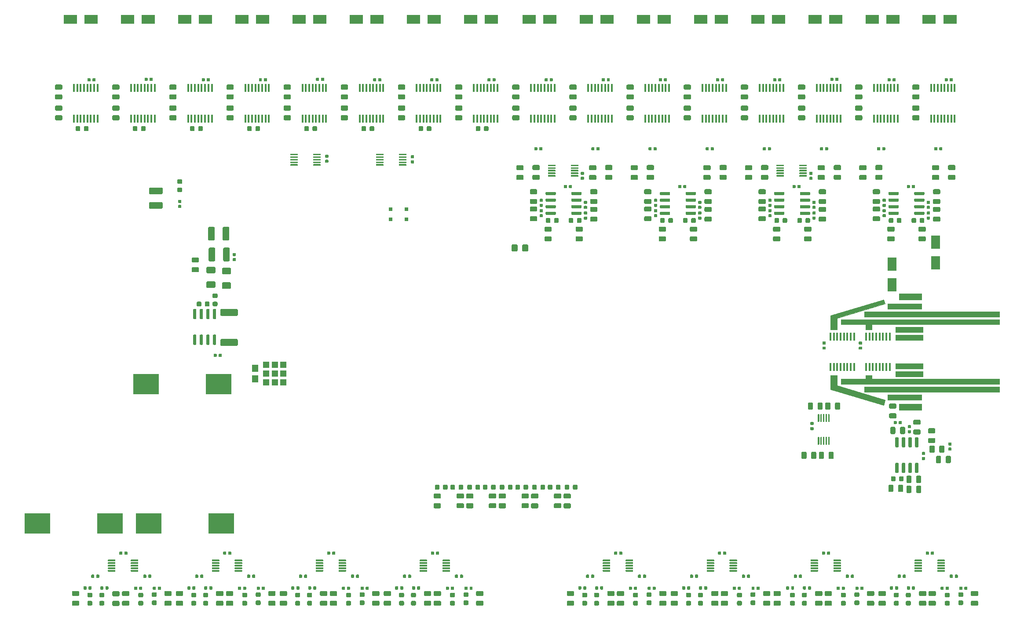
<source format=gbr>
G04 #@! TF.GenerationSoftware,KiCad,Pcbnew,(5.1.5)-3*
G04 #@! TF.CreationDate,2020-07-21T05:49:22-04:00*
G04 #@! TF.ProjectId,PCB,5043422e-6b69-4636-9164-5f7063625858,0*
G04 #@! TF.SameCoordinates,Original*
G04 #@! TF.FileFunction,Paste,Top*
G04 #@! TF.FilePolarity,Positive*
%FSLAX46Y46*%
G04 Gerber Fmt 4.6, Leading zero omitted, Abs format (unit mm)*
G04 Created by KiCad (PCBNEW (5.1.5)-3) date 2020-07-21 05:49:22*
%MOMM*%
%LPD*%
G04 APERTURE LIST*
%ADD10C,0.100000*%
%ADD11R,1.200000X1.250000*%
%ADD12R,1.270000X1.400000*%
%ADD13R,2.500000X1.800000*%
%ADD14R,1.800000X2.500000*%
%ADD15R,5.000000X4.000000*%
%ADD16R,0.700000X0.700000*%
%ADD17R,0.450000X1.500000*%
G04 APERTURE END LIST*
D10*
G36*
X302250000Y-166750000D02*
G01*
X298000000Y-166750000D01*
X298000000Y-165500000D01*
X302250000Y-165500000D01*
X302250000Y-166750000D01*
G37*
X302250000Y-166750000D02*
X298000000Y-166750000D01*
X298000000Y-165500000D01*
X302250000Y-165500000D01*
X302250000Y-166750000D01*
G36*
X317250000Y-163250000D02*
G01*
X291250000Y-163250000D01*
X291250000Y-162250000D01*
X317250000Y-162250000D01*
X317250000Y-163250000D01*
G37*
X317250000Y-163250000D02*
X291250000Y-163250000D01*
X291250000Y-162250000D01*
X317250000Y-162250000D01*
X317250000Y-163250000D01*
G36*
X292750000Y-160750000D02*
G01*
X317250000Y-160750000D01*
X317250000Y-161750000D01*
X286750000Y-161750000D01*
X286750000Y-160750000D01*
X291500000Y-160750000D01*
X291500000Y-160000000D01*
X292750000Y-160000000D01*
X292750000Y-160750000D01*
G37*
X292750000Y-160750000D02*
X317250000Y-160750000D01*
X317250000Y-161750000D01*
X286750000Y-161750000D01*
X286750000Y-160750000D01*
X291500000Y-160750000D01*
X291500000Y-160000000D01*
X292750000Y-160000000D01*
X292750000Y-160750000D01*
G36*
X286000000Y-162000000D02*
G01*
X295250000Y-164750000D01*
X295000000Y-165750000D01*
X284750000Y-162750000D01*
X284750000Y-160000000D01*
X286000000Y-160000000D01*
X286000000Y-162000000D01*
G37*
X286000000Y-162000000D02*
X295250000Y-164750000D01*
X295000000Y-165750000D01*
X284750000Y-162750000D01*
X284750000Y-160000000D01*
X286000000Y-160000000D01*
X286000000Y-162000000D01*
G36*
X302500000Y-160250000D02*
G01*
X297250000Y-160250000D01*
X297250000Y-159250000D01*
X302500000Y-159250000D01*
X302500000Y-160250000D01*
G37*
X302500000Y-160250000D02*
X297250000Y-160250000D01*
X297250000Y-159250000D01*
X302500000Y-159250000D01*
X302500000Y-160250000D01*
G36*
X317250000Y-148750000D02*
G01*
X291250000Y-148750000D01*
X291250000Y-147750000D01*
X317250000Y-147750000D01*
X317250000Y-148750000D01*
G37*
X317250000Y-148750000D02*
X291250000Y-148750000D01*
X291250000Y-147750000D01*
X317250000Y-147750000D01*
X317250000Y-148750000D01*
G36*
X317250000Y-150250000D02*
G01*
X292750000Y-150250000D01*
X292750000Y-151250000D01*
X291500000Y-151250000D01*
X291500000Y-150250000D01*
X286750000Y-150250000D01*
X286750000Y-149250000D01*
X317250000Y-149250000D01*
X317250000Y-150250000D01*
G37*
X317250000Y-150250000D02*
X292750000Y-150250000D01*
X292750000Y-151250000D01*
X291500000Y-151250000D01*
X291500000Y-150250000D01*
X286750000Y-150250000D01*
X286750000Y-149250000D01*
X317250000Y-149250000D01*
X317250000Y-150250000D01*
G36*
X295250000Y-146250000D02*
G01*
X286000000Y-149000000D01*
X286000000Y-151250000D01*
X284750000Y-151250000D01*
X284750000Y-148500000D01*
X295000000Y-145500000D01*
X295250000Y-146250000D01*
G37*
X295250000Y-146250000D02*
X286000000Y-149000000D01*
X286000000Y-151250000D01*
X284750000Y-151250000D01*
X284750000Y-148500000D01*
X295000000Y-145500000D01*
X295250000Y-146250000D01*
G36*
X302500000Y-153250000D02*
G01*
X297250000Y-153250000D01*
X297250000Y-152250000D01*
X302500000Y-152250000D01*
X302500000Y-153250000D01*
G37*
X302500000Y-153250000D02*
X297250000Y-153250000D01*
X297250000Y-152250000D01*
X302500000Y-152250000D01*
X302500000Y-153250000D01*
G36*
X302500000Y-151750000D02*
G01*
X297250000Y-151750000D01*
X297250000Y-150750000D01*
X302500000Y-150750000D01*
X302500000Y-151750000D01*
G37*
X302500000Y-151750000D02*
X297250000Y-151750000D01*
X297250000Y-150750000D01*
X302500000Y-150750000D01*
X302500000Y-151750000D01*
G36*
X302250000Y-147250000D02*
G01*
X295750000Y-147250000D01*
X295750000Y-146250000D01*
X302250000Y-146250000D01*
X302250000Y-147250000D01*
G37*
X302250000Y-147250000D02*
X295750000Y-147250000D01*
X295750000Y-146250000D01*
X302250000Y-146250000D01*
X302250000Y-147250000D01*
G36*
X302250000Y-145500000D02*
G01*
X298000000Y-145500000D01*
X298000000Y-144250000D01*
X302250000Y-144250000D01*
X302250000Y-145500000D01*
G37*
X302250000Y-145500000D02*
X298000000Y-145500000D01*
X298000000Y-144250000D01*
X302250000Y-144250000D01*
X302250000Y-145500000D01*
G36*
X302500000Y-158750000D02*
G01*
X297250000Y-158750000D01*
X297250000Y-157750000D01*
X302500000Y-157750000D01*
X302500000Y-158750000D01*
G37*
X302500000Y-158750000D02*
X297250000Y-158750000D01*
X297250000Y-157750000D01*
X302500000Y-157750000D01*
X302500000Y-158750000D01*
G36*
X302250000Y-164750000D02*
G01*
X295750000Y-164750000D01*
X295750000Y-163750000D01*
X302250000Y-163750000D01*
X302250000Y-164750000D01*
G37*
X302250000Y-164750000D02*
X295750000Y-164750000D01*
X295750000Y-163750000D01*
X302250000Y-163750000D01*
X302250000Y-164750000D01*
D11*
X179465000Y-158010000D03*
X179465000Y-161410000D03*
X179465000Y-159710000D03*
X177805000Y-158010000D03*
X177805000Y-159710000D03*
X177805000Y-161410000D03*
X176115000Y-158010000D03*
X176115000Y-159710000D03*
X176115000Y-161410000D03*
D12*
X174000000Y-158670000D03*
X174000000Y-160750000D03*
D10*
G36*
X166369703Y-152200722D02*
G01*
X166384264Y-152202882D01*
X166398543Y-152206459D01*
X166412403Y-152211418D01*
X166425710Y-152217712D01*
X166438336Y-152225280D01*
X166450159Y-152234048D01*
X166461066Y-152243934D01*
X166470952Y-152254841D01*
X166479720Y-152266664D01*
X166487288Y-152279290D01*
X166493582Y-152292597D01*
X166498541Y-152306457D01*
X166502118Y-152320736D01*
X166504278Y-152335297D01*
X166505000Y-152350000D01*
X166505000Y-154000000D01*
X166504278Y-154014703D01*
X166502118Y-154029264D01*
X166498541Y-154043543D01*
X166493582Y-154057403D01*
X166487288Y-154070710D01*
X166479720Y-154083336D01*
X166470952Y-154095159D01*
X166461066Y-154106066D01*
X166450159Y-154115952D01*
X166438336Y-154124720D01*
X166425710Y-154132288D01*
X166412403Y-154138582D01*
X166398543Y-154143541D01*
X166384264Y-154147118D01*
X166369703Y-154149278D01*
X166355000Y-154150000D01*
X166055000Y-154150000D01*
X166040297Y-154149278D01*
X166025736Y-154147118D01*
X166011457Y-154143541D01*
X165997597Y-154138582D01*
X165984290Y-154132288D01*
X165971664Y-154124720D01*
X165959841Y-154115952D01*
X165948934Y-154106066D01*
X165939048Y-154095159D01*
X165930280Y-154083336D01*
X165922712Y-154070710D01*
X165916418Y-154057403D01*
X165911459Y-154043543D01*
X165907882Y-154029264D01*
X165905722Y-154014703D01*
X165905000Y-154000000D01*
X165905000Y-152350000D01*
X165905722Y-152335297D01*
X165907882Y-152320736D01*
X165911459Y-152306457D01*
X165916418Y-152292597D01*
X165922712Y-152279290D01*
X165930280Y-152266664D01*
X165939048Y-152254841D01*
X165948934Y-152243934D01*
X165959841Y-152234048D01*
X165971664Y-152225280D01*
X165984290Y-152217712D01*
X165997597Y-152211418D01*
X166011457Y-152206459D01*
X166025736Y-152202882D01*
X166040297Y-152200722D01*
X166055000Y-152200000D01*
X166355000Y-152200000D01*
X166369703Y-152200722D01*
G37*
G36*
X165099703Y-152200722D02*
G01*
X165114264Y-152202882D01*
X165128543Y-152206459D01*
X165142403Y-152211418D01*
X165155710Y-152217712D01*
X165168336Y-152225280D01*
X165180159Y-152234048D01*
X165191066Y-152243934D01*
X165200952Y-152254841D01*
X165209720Y-152266664D01*
X165217288Y-152279290D01*
X165223582Y-152292597D01*
X165228541Y-152306457D01*
X165232118Y-152320736D01*
X165234278Y-152335297D01*
X165235000Y-152350000D01*
X165235000Y-154000000D01*
X165234278Y-154014703D01*
X165232118Y-154029264D01*
X165228541Y-154043543D01*
X165223582Y-154057403D01*
X165217288Y-154070710D01*
X165209720Y-154083336D01*
X165200952Y-154095159D01*
X165191066Y-154106066D01*
X165180159Y-154115952D01*
X165168336Y-154124720D01*
X165155710Y-154132288D01*
X165142403Y-154138582D01*
X165128543Y-154143541D01*
X165114264Y-154147118D01*
X165099703Y-154149278D01*
X165085000Y-154150000D01*
X164785000Y-154150000D01*
X164770297Y-154149278D01*
X164755736Y-154147118D01*
X164741457Y-154143541D01*
X164727597Y-154138582D01*
X164714290Y-154132288D01*
X164701664Y-154124720D01*
X164689841Y-154115952D01*
X164678934Y-154106066D01*
X164669048Y-154095159D01*
X164660280Y-154083336D01*
X164652712Y-154070710D01*
X164646418Y-154057403D01*
X164641459Y-154043543D01*
X164637882Y-154029264D01*
X164635722Y-154014703D01*
X164635000Y-154000000D01*
X164635000Y-152350000D01*
X164635722Y-152335297D01*
X164637882Y-152320736D01*
X164641459Y-152306457D01*
X164646418Y-152292597D01*
X164652712Y-152279290D01*
X164660280Y-152266664D01*
X164669048Y-152254841D01*
X164678934Y-152243934D01*
X164689841Y-152234048D01*
X164701664Y-152225280D01*
X164714290Y-152217712D01*
X164727597Y-152211418D01*
X164741457Y-152206459D01*
X164755736Y-152202882D01*
X164770297Y-152200722D01*
X164785000Y-152200000D01*
X165085000Y-152200000D01*
X165099703Y-152200722D01*
G37*
G36*
X163829703Y-152200722D02*
G01*
X163844264Y-152202882D01*
X163858543Y-152206459D01*
X163872403Y-152211418D01*
X163885710Y-152217712D01*
X163898336Y-152225280D01*
X163910159Y-152234048D01*
X163921066Y-152243934D01*
X163930952Y-152254841D01*
X163939720Y-152266664D01*
X163947288Y-152279290D01*
X163953582Y-152292597D01*
X163958541Y-152306457D01*
X163962118Y-152320736D01*
X163964278Y-152335297D01*
X163965000Y-152350000D01*
X163965000Y-154000000D01*
X163964278Y-154014703D01*
X163962118Y-154029264D01*
X163958541Y-154043543D01*
X163953582Y-154057403D01*
X163947288Y-154070710D01*
X163939720Y-154083336D01*
X163930952Y-154095159D01*
X163921066Y-154106066D01*
X163910159Y-154115952D01*
X163898336Y-154124720D01*
X163885710Y-154132288D01*
X163872403Y-154138582D01*
X163858543Y-154143541D01*
X163844264Y-154147118D01*
X163829703Y-154149278D01*
X163815000Y-154150000D01*
X163515000Y-154150000D01*
X163500297Y-154149278D01*
X163485736Y-154147118D01*
X163471457Y-154143541D01*
X163457597Y-154138582D01*
X163444290Y-154132288D01*
X163431664Y-154124720D01*
X163419841Y-154115952D01*
X163408934Y-154106066D01*
X163399048Y-154095159D01*
X163390280Y-154083336D01*
X163382712Y-154070710D01*
X163376418Y-154057403D01*
X163371459Y-154043543D01*
X163367882Y-154029264D01*
X163365722Y-154014703D01*
X163365000Y-154000000D01*
X163365000Y-152350000D01*
X163365722Y-152335297D01*
X163367882Y-152320736D01*
X163371459Y-152306457D01*
X163376418Y-152292597D01*
X163382712Y-152279290D01*
X163390280Y-152266664D01*
X163399048Y-152254841D01*
X163408934Y-152243934D01*
X163419841Y-152234048D01*
X163431664Y-152225280D01*
X163444290Y-152217712D01*
X163457597Y-152211418D01*
X163471457Y-152206459D01*
X163485736Y-152202882D01*
X163500297Y-152200722D01*
X163515000Y-152200000D01*
X163815000Y-152200000D01*
X163829703Y-152200722D01*
G37*
G36*
X162559703Y-152200722D02*
G01*
X162574264Y-152202882D01*
X162588543Y-152206459D01*
X162602403Y-152211418D01*
X162615710Y-152217712D01*
X162628336Y-152225280D01*
X162640159Y-152234048D01*
X162651066Y-152243934D01*
X162660952Y-152254841D01*
X162669720Y-152266664D01*
X162677288Y-152279290D01*
X162683582Y-152292597D01*
X162688541Y-152306457D01*
X162692118Y-152320736D01*
X162694278Y-152335297D01*
X162695000Y-152350000D01*
X162695000Y-154000000D01*
X162694278Y-154014703D01*
X162692118Y-154029264D01*
X162688541Y-154043543D01*
X162683582Y-154057403D01*
X162677288Y-154070710D01*
X162669720Y-154083336D01*
X162660952Y-154095159D01*
X162651066Y-154106066D01*
X162640159Y-154115952D01*
X162628336Y-154124720D01*
X162615710Y-154132288D01*
X162602403Y-154138582D01*
X162588543Y-154143541D01*
X162574264Y-154147118D01*
X162559703Y-154149278D01*
X162545000Y-154150000D01*
X162245000Y-154150000D01*
X162230297Y-154149278D01*
X162215736Y-154147118D01*
X162201457Y-154143541D01*
X162187597Y-154138582D01*
X162174290Y-154132288D01*
X162161664Y-154124720D01*
X162149841Y-154115952D01*
X162138934Y-154106066D01*
X162129048Y-154095159D01*
X162120280Y-154083336D01*
X162112712Y-154070710D01*
X162106418Y-154057403D01*
X162101459Y-154043543D01*
X162097882Y-154029264D01*
X162095722Y-154014703D01*
X162095000Y-154000000D01*
X162095000Y-152350000D01*
X162095722Y-152335297D01*
X162097882Y-152320736D01*
X162101459Y-152306457D01*
X162106418Y-152292597D01*
X162112712Y-152279290D01*
X162120280Y-152266664D01*
X162129048Y-152254841D01*
X162138934Y-152243934D01*
X162149841Y-152234048D01*
X162161664Y-152225280D01*
X162174290Y-152217712D01*
X162187597Y-152211418D01*
X162201457Y-152206459D01*
X162215736Y-152202882D01*
X162230297Y-152200722D01*
X162245000Y-152200000D01*
X162545000Y-152200000D01*
X162559703Y-152200722D01*
G37*
G36*
X162559703Y-147250722D02*
G01*
X162574264Y-147252882D01*
X162588543Y-147256459D01*
X162602403Y-147261418D01*
X162615710Y-147267712D01*
X162628336Y-147275280D01*
X162640159Y-147284048D01*
X162651066Y-147293934D01*
X162660952Y-147304841D01*
X162669720Y-147316664D01*
X162677288Y-147329290D01*
X162683582Y-147342597D01*
X162688541Y-147356457D01*
X162692118Y-147370736D01*
X162694278Y-147385297D01*
X162695000Y-147400000D01*
X162695000Y-149050000D01*
X162694278Y-149064703D01*
X162692118Y-149079264D01*
X162688541Y-149093543D01*
X162683582Y-149107403D01*
X162677288Y-149120710D01*
X162669720Y-149133336D01*
X162660952Y-149145159D01*
X162651066Y-149156066D01*
X162640159Y-149165952D01*
X162628336Y-149174720D01*
X162615710Y-149182288D01*
X162602403Y-149188582D01*
X162588543Y-149193541D01*
X162574264Y-149197118D01*
X162559703Y-149199278D01*
X162545000Y-149200000D01*
X162245000Y-149200000D01*
X162230297Y-149199278D01*
X162215736Y-149197118D01*
X162201457Y-149193541D01*
X162187597Y-149188582D01*
X162174290Y-149182288D01*
X162161664Y-149174720D01*
X162149841Y-149165952D01*
X162138934Y-149156066D01*
X162129048Y-149145159D01*
X162120280Y-149133336D01*
X162112712Y-149120710D01*
X162106418Y-149107403D01*
X162101459Y-149093543D01*
X162097882Y-149079264D01*
X162095722Y-149064703D01*
X162095000Y-149050000D01*
X162095000Y-147400000D01*
X162095722Y-147385297D01*
X162097882Y-147370736D01*
X162101459Y-147356457D01*
X162106418Y-147342597D01*
X162112712Y-147329290D01*
X162120280Y-147316664D01*
X162129048Y-147304841D01*
X162138934Y-147293934D01*
X162149841Y-147284048D01*
X162161664Y-147275280D01*
X162174290Y-147267712D01*
X162187597Y-147261418D01*
X162201457Y-147256459D01*
X162215736Y-147252882D01*
X162230297Y-147250722D01*
X162245000Y-147250000D01*
X162545000Y-147250000D01*
X162559703Y-147250722D01*
G37*
G36*
X163829703Y-147250722D02*
G01*
X163844264Y-147252882D01*
X163858543Y-147256459D01*
X163872403Y-147261418D01*
X163885710Y-147267712D01*
X163898336Y-147275280D01*
X163910159Y-147284048D01*
X163921066Y-147293934D01*
X163930952Y-147304841D01*
X163939720Y-147316664D01*
X163947288Y-147329290D01*
X163953582Y-147342597D01*
X163958541Y-147356457D01*
X163962118Y-147370736D01*
X163964278Y-147385297D01*
X163965000Y-147400000D01*
X163965000Y-149050000D01*
X163964278Y-149064703D01*
X163962118Y-149079264D01*
X163958541Y-149093543D01*
X163953582Y-149107403D01*
X163947288Y-149120710D01*
X163939720Y-149133336D01*
X163930952Y-149145159D01*
X163921066Y-149156066D01*
X163910159Y-149165952D01*
X163898336Y-149174720D01*
X163885710Y-149182288D01*
X163872403Y-149188582D01*
X163858543Y-149193541D01*
X163844264Y-149197118D01*
X163829703Y-149199278D01*
X163815000Y-149200000D01*
X163515000Y-149200000D01*
X163500297Y-149199278D01*
X163485736Y-149197118D01*
X163471457Y-149193541D01*
X163457597Y-149188582D01*
X163444290Y-149182288D01*
X163431664Y-149174720D01*
X163419841Y-149165952D01*
X163408934Y-149156066D01*
X163399048Y-149145159D01*
X163390280Y-149133336D01*
X163382712Y-149120710D01*
X163376418Y-149107403D01*
X163371459Y-149093543D01*
X163367882Y-149079264D01*
X163365722Y-149064703D01*
X163365000Y-149050000D01*
X163365000Y-147400000D01*
X163365722Y-147385297D01*
X163367882Y-147370736D01*
X163371459Y-147356457D01*
X163376418Y-147342597D01*
X163382712Y-147329290D01*
X163390280Y-147316664D01*
X163399048Y-147304841D01*
X163408934Y-147293934D01*
X163419841Y-147284048D01*
X163431664Y-147275280D01*
X163444290Y-147267712D01*
X163457597Y-147261418D01*
X163471457Y-147256459D01*
X163485736Y-147252882D01*
X163500297Y-147250722D01*
X163515000Y-147250000D01*
X163815000Y-147250000D01*
X163829703Y-147250722D01*
G37*
G36*
X165099703Y-147250722D02*
G01*
X165114264Y-147252882D01*
X165128543Y-147256459D01*
X165142403Y-147261418D01*
X165155710Y-147267712D01*
X165168336Y-147275280D01*
X165180159Y-147284048D01*
X165191066Y-147293934D01*
X165200952Y-147304841D01*
X165209720Y-147316664D01*
X165217288Y-147329290D01*
X165223582Y-147342597D01*
X165228541Y-147356457D01*
X165232118Y-147370736D01*
X165234278Y-147385297D01*
X165235000Y-147400000D01*
X165235000Y-149050000D01*
X165234278Y-149064703D01*
X165232118Y-149079264D01*
X165228541Y-149093543D01*
X165223582Y-149107403D01*
X165217288Y-149120710D01*
X165209720Y-149133336D01*
X165200952Y-149145159D01*
X165191066Y-149156066D01*
X165180159Y-149165952D01*
X165168336Y-149174720D01*
X165155710Y-149182288D01*
X165142403Y-149188582D01*
X165128543Y-149193541D01*
X165114264Y-149197118D01*
X165099703Y-149199278D01*
X165085000Y-149200000D01*
X164785000Y-149200000D01*
X164770297Y-149199278D01*
X164755736Y-149197118D01*
X164741457Y-149193541D01*
X164727597Y-149188582D01*
X164714290Y-149182288D01*
X164701664Y-149174720D01*
X164689841Y-149165952D01*
X164678934Y-149156066D01*
X164669048Y-149145159D01*
X164660280Y-149133336D01*
X164652712Y-149120710D01*
X164646418Y-149107403D01*
X164641459Y-149093543D01*
X164637882Y-149079264D01*
X164635722Y-149064703D01*
X164635000Y-149050000D01*
X164635000Y-147400000D01*
X164635722Y-147385297D01*
X164637882Y-147370736D01*
X164641459Y-147356457D01*
X164646418Y-147342597D01*
X164652712Y-147329290D01*
X164660280Y-147316664D01*
X164669048Y-147304841D01*
X164678934Y-147293934D01*
X164689841Y-147284048D01*
X164701664Y-147275280D01*
X164714290Y-147267712D01*
X164727597Y-147261418D01*
X164741457Y-147256459D01*
X164755736Y-147252882D01*
X164770297Y-147250722D01*
X164785000Y-147250000D01*
X165085000Y-147250000D01*
X165099703Y-147250722D01*
G37*
G36*
X166369703Y-147250722D02*
G01*
X166384264Y-147252882D01*
X166398543Y-147256459D01*
X166412403Y-147261418D01*
X166425710Y-147267712D01*
X166438336Y-147275280D01*
X166450159Y-147284048D01*
X166461066Y-147293934D01*
X166470952Y-147304841D01*
X166479720Y-147316664D01*
X166487288Y-147329290D01*
X166493582Y-147342597D01*
X166498541Y-147356457D01*
X166502118Y-147370736D01*
X166504278Y-147385297D01*
X166505000Y-147400000D01*
X166505000Y-149050000D01*
X166504278Y-149064703D01*
X166502118Y-149079264D01*
X166498541Y-149093543D01*
X166493582Y-149107403D01*
X166487288Y-149120710D01*
X166479720Y-149133336D01*
X166470952Y-149145159D01*
X166461066Y-149156066D01*
X166450159Y-149165952D01*
X166438336Y-149174720D01*
X166425710Y-149182288D01*
X166412403Y-149188582D01*
X166398543Y-149193541D01*
X166384264Y-149197118D01*
X166369703Y-149199278D01*
X166355000Y-149200000D01*
X166055000Y-149200000D01*
X166040297Y-149199278D01*
X166025736Y-149197118D01*
X166011457Y-149193541D01*
X165997597Y-149188582D01*
X165984290Y-149182288D01*
X165971664Y-149174720D01*
X165959841Y-149165952D01*
X165948934Y-149156066D01*
X165939048Y-149145159D01*
X165930280Y-149133336D01*
X165922712Y-149120710D01*
X165916418Y-149107403D01*
X165911459Y-149093543D01*
X165907882Y-149079264D01*
X165905722Y-149064703D01*
X165905000Y-149050000D01*
X165905000Y-147400000D01*
X165905722Y-147385297D01*
X165907882Y-147370736D01*
X165911459Y-147356457D01*
X165916418Y-147342597D01*
X165922712Y-147329290D01*
X165930280Y-147316664D01*
X165939048Y-147304841D01*
X165948934Y-147293934D01*
X165959841Y-147284048D01*
X165971664Y-147275280D01*
X165984290Y-147267712D01*
X165997597Y-147261418D01*
X166011457Y-147256459D01*
X166025736Y-147252882D01*
X166040297Y-147250722D01*
X166055000Y-147250000D01*
X166355000Y-147250000D01*
X166369703Y-147250722D01*
G37*
G36*
X165999504Y-131426204D02*
G01*
X166023773Y-131429804D01*
X166047571Y-131435765D01*
X166070671Y-131444030D01*
X166092849Y-131454520D01*
X166113893Y-131467133D01*
X166133598Y-131481747D01*
X166151777Y-131498223D01*
X166168253Y-131516402D01*
X166182867Y-131536107D01*
X166195480Y-131557151D01*
X166205970Y-131579329D01*
X166214235Y-131602429D01*
X166220196Y-131626227D01*
X166223796Y-131650496D01*
X166225000Y-131675000D01*
X166225000Y-133825000D01*
X166223796Y-133849504D01*
X166220196Y-133873773D01*
X166214235Y-133897571D01*
X166205970Y-133920671D01*
X166195480Y-133942849D01*
X166182867Y-133963893D01*
X166168253Y-133983598D01*
X166151777Y-134001777D01*
X166133598Y-134018253D01*
X166113893Y-134032867D01*
X166092849Y-134045480D01*
X166070671Y-134055970D01*
X166047571Y-134064235D01*
X166023773Y-134070196D01*
X165999504Y-134073796D01*
X165975000Y-134075000D01*
X165225000Y-134075000D01*
X165200496Y-134073796D01*
X165176227Y-134070196D01*
X165152429Y-134064235D01*
X165129329Y-134055970D01*
X165107151Y-134045480D01*
X165086107Y-134032867D01*
X165066402Y-134018253D01*
X165048223Y-134001777D01*
X165031747Y-133983598D01*
X165017133Y-133963893D01*
X165004520Y-133942849D01*
X164994030Y-133920671D01*
X164985765Y-133897571D01*
X164979804Y-133873773D01*
X164976204Y-133849504D01*
X164975000Y-133825000D01*
X164975000Y-131675000D01*
X164976204Y-131650496D01*
X164979804Y-131626227D01*
X164985765Y-131602429D01*
X164994030Y-131579329D01*
X165004520Y-131557151D01*
X165017133Y-131536107D01*
X165031747Y-131516402D01*
X165048223Y-131498223D01*
X165066402Y-131481747D01*
X165086107Y-131467133D01*
X165107151Y-131454520D01*
X165129329Y-131444030D01*
X165152429Y-131435765D01*
X165176227Y-131429804D01*
X165200496Y-131426204D01*
X165225000Y-131425000D01*
X165975000Y-131425000D01*
X165999504Y-131426204D01*
G37*
G36*
X168799504Y-131426204D02*
G01*
X168823773Y-131429804D01*
X168847571Y-131435765D01*
X168870671Y-131444030D01*
X168892849Y-131454520D01*
X168913893Y-131467133D01*
X168933598Y-131481747D01*
X168951777Y-131498223D01*
X168968253Y-131516402D01*
X168982867Y-131536107D01*
X168995480Y-131557151D01*
X169005970Y-131579329D01*
X169014235Y-131602429D01*
X169020196Y-131626227D01*
X169023796Y-131650496D01*
X169025000Y-131675000D01*
X169025000Y-133825000D01*
X169023796Y-133849504D01*
X169020196Y-133873773D01*
X169014235Y-133897571D01*
X169005970Y-133920671D01*
X168995480Y-133942849D01*
X168982867Y-133963893D01*
X168968253Y-133983598D01*
X168951777Y-134001777D01*
X168933598Y-134018253D01*
X168913893Y-134032867D01*
X168892849Y-134045480D01*
X168870671Y-134055970D01*
X168847571Y-134064235D01*
X168823773Y-134070196D01*
X168799504Y-134073796D01*
X168775000Y-134075000D01*
X168025000Y-134075000D01*
X168000496Y-134073796D01*
X167976227Y-134070196D01*
X167952429Y-134064235D01*
X167929329Y-134055970D01*
X167907151Y-134045480D01*
X167886107Y-134032867D01*
X167866402Y-134018253D01*
X167848223Y-134001777D01*
X167831747Y-133983598D01*
X167817133Y-133963893D01*
X167804520Y-133942849D01*
X167794030Y-133920671D01*
X167785765Y-133897571D01*
X167779804Y-133873773D01*
X167776204Y-133849504D01*
X167775000Y-133825000D01*
X167775000Y-131675000D01*
X167776204Y-131650496D01*
X167779804Y-131626227D01*
X167785765Y-131602429D01*
X167794030Y-131579329D01*
X167804520Y-131557151D01*
X167817133Y-131536107D01*
X167831747Y-131516402D01*
X167848223Y-131498223D01*
X167866402Y-131481747D01*
X167886107Y-131467133D01*
X167907151Y-131454520D01*
X167929329Y-131444030D01*
X167952429Y-131435765D01*
X167976227Y-131429804D01*
X168000496Y-131426204D01*
X168025000Y-131425000D01*
X168775000Y-131425000D01*
X168799504Y-131426204D01*
G37*
G36*
X303786958Y-128470710D02*
G01*
X303801276Y-128472834D01*
X303815317Y-128476351D01*
X303828946Y-128481228D01*
X303842031Y-128487417D01*
X303854447Y-128494858D01*
X303866073Y-128503481D01*
X303876798Y-128513202D01*
X303886519Y-128523927D01*
X303895142Y-128535553D01*
X303902583Y-128547969D01*
X303908772Y-128561054D01*
X303913649Y-128574683D01*
X303917166Y-128588724D01*
X303919290Y-128603042D01*
X303920000Y-128617500D01*
X303920000Y-128912500D01*
X303919290Y-128926958D01*
X303917166Y-128941276D01*
X303913649Y-128955317D01*
X303908772Y-128968946D01*
X303902583Y-128982031D01*
X303895142Y-128994447D01*
X303886519Y-129006073D01*
X303876798Y-129016798D01*
X303866073Y-129026519D01*
X303854447Y-129035142D01*
X303842031Y-129042583D01*
X303828946Y-129048772D01*
X303815317Y-129053649D01*
X303801276Y-129057166D01*
X303786958Y-129059290D01*
X303772500Y-129060000D01*
X303427500Y-129060000D01*
X303413042Y-129059290D01*
X303398724Y-129057166D01*
X303384683Y-129053649D01*
X303371054Y-129048772D01*
X303357969Y-129042583D01*
X303345553Y-129035142D01*
X303333927Y-129026519D01*
X303323202Y-129016798D01*
X303313481Y-129006073D01*
X303304858Y-128994447D01*
X303297417Y-128982031D01*
X303291228Y-128968946D01*
X303286351Y-128955317D01*
X303282834Y-128941276D01*
X303280710Y-128926958D01*
X303280000Y-128912500D01*
X303280000Y-128617500D01*
X303280710Y-128603042D01*
X303282834Y-128588724D01*
X303286351Y-128574683D01*
X303291228Y-128561054D01*
X303297417Y-128547969D01*
X303304858Y-128535553D01*
X303313481Y-128523927D01*
X303323202Y-128513202D01*
X303333927Y-128503481D01*
X303345553Y-128494858D01*
X303357969Y-128487417D01*
X303371054Y-128481228D01*
X303384683Y-128476351D01*
X303398724Y-128472834D01*
X303413042Y-128470710D01*
X303427500Y-128470000D01*
X303772500Y-128470000D01*
X303786958Y-128470710D01*
G37*
G36*
X303786958Y-129440710D02*
G01*
X303801276Y-129442834D01*
X303815317Y-129446351D01*
X303828946Y-129451228D01*
X303842031Y-129457417D01*
X303854447Y-129464858D01*
X303866073Y-129473481D01*
X303876798Y-129483202D01*
X303886519Y-129493927D01*
X303895142Y-129505553D01*
X303902583Y-129517969D01*
X303908772Y-129531054D01*
X303913649Y-129544683D01*
X303917166Y-129558724D01*
X303919290Y-129573042D01*
X303920000Y-129587500D01*
X303920000Y-129882500D01*
X303919290Y-129896958D01*
X303917166Y-129911276D01*
X303913649Y-129925317D01*
X303908772Y-129938946D01*
X303902583Y-129952031D01*
X303895142Y-129964447D01*
X303886519Y-129976073D01*
X303876798Y-129986798D01*
X303866073Y-129996519D01*
X303854447Y-130005142D01*
X303842031Y-130012583D01*
X303828946Y-130018772D01*
X303815317Y-130023649D01*
X303801276Y-130027166D01*
X303786958Y-130029290D01*
X303772500Y-130030000D01*
X303427500Y-130030000D01*
X303413042Y-130029290D01*
X303398724Y-130027166D01*
X303384683Y-130023649D01*
X303371054Y-130018772D01*
X303357969Y-130012583D01*
X303345553Y-130005142D01*
X303333927Y-129996519D01*
X303323202Y-129986798D01*
X303313481Y-129976073D01*
X303304858Y-129964447D01*
X303297417Y-129952031D01*
X303291228Y-129938946D01*
X303286351Y-129925317D01*
X303282834Y-129911276D01*
X303280710Y-129896958D01*
X303280000Y-129882500D01*
X303280000Y-129587500D01*
X303280710Y-129573042D01*
X303282834Y-129558724D01*
X303286351Y-129544683D01*
X303291228Y-129531054D01*
X303297417Y-129517969D01*
X303304858Y-129505553D01*
X303313481Y-129493927D01*
X303323202Y-129483202D01*
X303333927Y-129473481D01*
X303345553Y-129464858D01*
X303357969Y-129457417D01*
X303371054Y-129451228D01*
X303384683Y-129446351D01*
X303398724Y-129442834D01*
X303413042Y-129440710D01*
X303427500Y-129440000D01*
X303772500Y-129440000D01*
X303786958Y-129440710D01*
G37*
G36*
X281786958Y-128470710D02*
G01*
X281801276Y-128472834D01*
X281815317Y-128476351D01*
X281828946Y-128481228D01*
X281842031Y-128487417D01*
X281854447Y-128494858D01*
X281866073Y-128503481D01*
X281876798Y-128513202D01*
X281886519Y-128523927D01*
X281895142Y-128535553D01*
X281902583Y-128547969D01*
X281908772Y-128561054D01*
X281913649Y-128574683D01*
X281917166Y-128588724D01*
X281919290Y-128603042D01*
X281920000Y-128617500D01*
X281920000Y-128912500D01*
X281919290Y-128926958D01*
X281917166Y-128941276D01*
X281913649Y-128955317D01*
X281908772Y-128968946D01*
X281902583Y-128982031D01*
X281895142Y-128994447D01*
X281886519Y-129006073D01*
X281876798Y-129016798D01*
X281866073Y-129026519D01*
X281854447Y-129035142D01*
X281842031Y-129042583D01*
X281828946Y-129048772D01*
X281815317Y-129053649D01*
X281801276Y-129057166D01*
X281786958Y-129059290D01*
X281772500Y-129060000D01*
X281427500Y-129060000D01*
X281413042Y-129059290D01*
X281398724Y-129057166D01*
X281384683Y-129053649D01*
X281371054Y-129048772D01*
X281357969Y-129042583D01*
X281345553Y-129035142D01*
X281333927Y-129026519D01*
X281323202Y-129016798D01*
X281313481Y-129006073D01*
X281304858Y-128994447D01*
X281297417Y-128982031D01*
X281291228Y-128968946D01*
X281286351Y-128955317D01*
X281282834Y-128941276D01*
X281280710Y-128926958D01*
X281280000Y-128912500D01*
X281280000Y-128617500D01*
X281280710Y-128603042D01*
X281282834Y-128588724D01*
X281286351Y-128574683D01*
X281291228Y-128561054D01*
X281297417Y-128547969D01*
X281304858Y-128535553D01*
X281313481Y-128523927D01*
X281323202Y-128513202D01*
X281333927Y-128503481D01*
X281345553Y-128494858D01*
X281357969Y-128487417D01*
X281371054Y-128481228D01*
X281384683Y-128476351D01*
X281398724Y-128472834D01*
X281413042Y-128470710D01*
X281427500Y-128470000D01*
X281772500Y-128470000D01*
X281786958Y-128470710D01*
G37*
G36*
X281786958Y-129440710D02*
G01*
X281801276Y-129442834D01*
X281815317Y-129446351D01*
X281828946Y-129451228D01*
X281842031Y-129457417D01*
X281854447Y-129464858D01*
X281866073Y-129473481D01*
X281876798Y-129483202D01*
X281886519Y-129493927D01*
X281895142Y-129505553D01*
X281902583Y-129517969D01*
X281908772Y-129531054D01*
X281913649Y-129544683D01*
X281917166Y-129558724D01*
X281919290Y-129573042D01*
X281920000Y-129587500D01*
X281920000Y-129882500D01*
X281919290Y-129896958D01*
X281917166Y-129911276D01*
X281913649Y-129925317D01*
X281908772Y-129938946D01*
X281902583Y-129952031D01*
X281895142Y-129964447D01*
X281886519Y-129976073D01*
X281876798Y-129986798D01*
X281866073Y-129996519D01*
X281854447Y-130005142D01*
X281842031Y-130012583D01*
X281828946Y-130018772D01*
X281815317Y-130023649D01*
X281801276Y-130027166D01*
X281786958Y-130029290D01*
X281772500Y-130030000D01*
X281427500Y-130030000D01*
X281413042Y-130029290D01*
X281398724Y-130027166D01*
X281384683Y-130023649D01*
X281371054Y-130018772D01*
X281357969Y-130012583D01*
X281345553Y-130005142D01*
X281333927Y-129996519D01*
X281323202Y-129986798D01*
X281313481Y-129976073D01*
X281304858Y-129964447D01*
X281297417Y-129952031D01*
X281291228Y-129938946D01*
X281286351Y-129925317D01*
X281282834Y-129911276D01*
X281280710Y-129896958D01*
X281280000Y-129882500D01*
X281280000Y-129587500D01*
X281280710Y-129573042D01*
X281282834Y-129558724D01*
X281286351Y-129544683D01*
X281291228Y-129531054D01*
X281297417Y-129517969D01*
X281304858Y-129505553D01*
X281313481Y-129493927D01*
X281323202Y-129483202D01*
X281333927Y-129473481D01*
X281345553Y-129464858D01*
X281357969Y-129457417D01*
X281371054Y-129451228D01*
X281384683Y-129446351D01*
X281398724Y-129442834D01*
X281413042Y-129440710D01*
X281427500Y-129440000D01*
X281772500Y-129440000D01*
X281786958Y-129440710D01*
G37*
G36*
X259786958Y-128470710D02*
G01*
X259801276Y-128472834D01*
X259815317Y-128476351D01*
X259828946Y-128481228D01*
X259842031Y-128487417D01*
X259854447Y-128494858D01*
X259866073Y-128503481D01*
X259876798Y-128513202D01*
X259886519Y-128523927D01*
X259895142Y-128535553D01*
X259902583Y-128547969D01*
X259908772Y-128561054D01*
X259913649Y-128574683D01*
X259917166Y-128588724D01*
X259919290Y-128603042D01*
X259920000Y-128617500D01*
X259920000Y-128912500D01*
X259919290Y-128926958D01*
X259917166Y-128941276D01*
X259913649Y-128955317D01*
X259908772Y-128968946D01*
X259902583Y-128982031D01*
X259895142Y-128994447D01*
X259886519Y-129006073D01*
X259876798Y-129016798D01*
X259866073Y-129026519D01*
X259854447Y-129035142D01*
X259842031Y-129042583D01*
X259828946Y-129048772D01*
X259815317Y-129053649D01*
X259801276Y-129057166D01*
X259786958Y-129059290D01*
X259772500Y-129060000D01*
X259427500Y-129060000D01*
X259413042Y-129059290D01*
X259398724Y-129057166D01*
X259384683Y-129053649D01*
X259371054Y-129048772D01*
X259357969Y-129042583D01*
X259345553Y-129035142D01*
X259333927Y-129026519D01*
X259323202Y-129016798D01*
X259313481Y-129006073D01*
X259304858Y-128994447D01*
X259297417Y-128982031D01*
X259291228Y-128968946D01*
X259286351Y-128955317D01*
X259282834Y-128941276D01*
X259280710Y-128926958D01*
X259280000Y-128912500D01*
X259280000Y-128617500D01*
X259280710Y-128603042D01*
X259282834Y-128588724D01*
X259286351Y-128574683D01*
X259291228Y-128561054D01*
X259297417Y-128547969D01*
X259304858Y-128535553D01*
X259313481Y-128523927D01*
X259323202Y-128513202D01*
X259333927Y-128503481D01*
X259345553Y-128494858D01*
X259357969Y-128487417D01*
X259371054Y-128481228D01*
X259384683Y-128476351D01*
X259398724Y-128472834D01*
X259413042Y-128470710D01*
X259427500Y-128470000D01*
X259772500Y-128470000D01*
X259786958Y-128470710D01*
G37*
G36*
X259786958Y-129440710D02*
G01*
X259801276Y-129442834D01*
X259815317Y-129446351D01*
X259828946Y-129451228D01*
X259842031Y-129457417D01*
X259854447Y-129464858D01*
X259866073Y-129473481D01*
X259876798Y-129483202D01*
X259886519Y-129493927D01*
X259895142Y-129505553D01*
X259902583Y-129517969D01*
X259908772Y-129531054D01*
X259913649Y-129544683D01*
X259917166Y-129558724D01*
X259919290Y-129573042D01*
X259920000Y-129587500D01*
X259920000Y-129882500D01*
X259919290Y-129896958D01*
X259917166Y-129911276D01*
X259913649Y-129925317D01*
X259908772Y-129938946D01*
X259902583Y-129952031D01*
X259895142Y-129964447D01*
X259886519Y-129976073D01*
X259876798Y-129986798D01*
X259866073Y-129996519D01*
X259854447Y-130005142D01*
X259842031Y-130012583D01*
X259828946Y-130018772D01*
X259815317Y-130023649D01*
X259801276Y-130027166D01*
X259786958Y-130029290D01*
X259772500Y-130030000D01*
X259427500Y-130030000D01*
X259413042Y-130029290D01*
X259398724Y-130027166D01*
X259384683Y-130023649D01*
X259371054Y-130018772D01*
X259357969Y-130012583D01*
X259345553Y-130005142D01*
X259333927Y-129996519D01*
X259323202Y-129986798D01*
X259313481Y-129976073D01*
X259304858Y-129964447D01*
X259297417Y-129952031D01*
X259291228Y-129938946D01*
X259286351Y-129925317D01*
X259282834Y-129911276D01*
X259280710Y-129896958D01*
X259280000Y-129882500D01*
X259280000Y-129587500D01*
X259280710Y-129573042D01*
X259282834Y-129558724D01*
X259286351Y-129544683D01*
X259291228Y-129531054D01*
X259297417Y-129517969D01*
X259304858Y-129505553D01*
X259313481Y-129493927D01*
X259323202Y-129483202D01*
X259333927Y-129473481D01*
X259345553Y-129464858D01*
X259357969Y-129457417D01*
X259371054Y-129451228D01*
X259384683Y-129446351D01*
X259398724Y-129442834D01*
X259413042Y-129440710D01*
X259427500Y-129440000D01*
X259772500Y-129440000D01*
X259786958Y-129440710D01*
G37*
G36*
X237786958Y-128470710D02*
G01*
X237801276Y-128472834D01*
X237815317Y-128476351D01*
X237828946Y-128481228D01*
X237842031Y-128487417D01*
X237854447Y-128494858D01*
X237866073Y-128503481D01*
X237876798Y-128513202D01*
X237886519Y-128523927D01*
X237895142Y-128535553D01*
X237902583Y-128547969D01*
X237908772Y-128561054D01*
X237913649Y-128574683D01*
X237917166Y-128588724D01*
X237919290Y-128603042D01*
X237920000Y-128617500D01*
X237920000Y-128912500D01*
X237919290Y-128926958D01*
X237917166Y-128941276D01*
X237913649Y-128955317D01*
X237908772Y-128968946D01*
X237902583Y-128982031D01*
X237895142Y-128994447D01*
X237886519Y-129006073D01*
X237876798Y-129016798D01*
X237866073Y-129026519D01*
X237854447Y-129035142D01*
X237842031Y-129042583D01*
X237828946Y-129048772D01*
X237815317Y-129053649D01*
X237801276Y-129057166D01*
X237786958Y-129059290D01*
X237772500Y-129060000D01*
X237427500Y-129060000D01*
X237413042Y-129059290D01*
X237398724Y-129057166D01*
X237384683Y-129053649D01*
X237371054Y-129048772D01*
X237357969Y-129042583D01*
X237345553Y-129035142D01*
X237333927Y-129026519D01*
X237323202Y-129016798D01*
X237313481Y-129006073D01*
X237304858Y-128994447D01*
X237297417Y-128982031D01*
X237291228Y-128968946D01*
X237286351Y-128955317D01*
X237282834Y-128941276D01*
X237280710Y-128926958D01*
X237280000Y-128912500D01*
X237280000Y-128617500D01*
X237280710Y-128603042D01*
X237282834Y-128588724D01*
X237286351Y-128574683D01*
X237291228Y-128561054D01*
X237297417Y-128547969D01*
X237304858Y-128535553D01*
X237313481Y-128523927D01*
X237323202Y-128513202D01*
X237333927Y-128503481D01*
X237345553Y-128494858D01*
X237357969Y-128487417D01*
X237371054Y-128481228D01*
X237384683Y-128476351D01*
X237398724Y-128472834D01*
X237413042Y-128470710D01*
X237427500Y-128470000D01*
X237772500Y-128470000D01*
X237786958Y-128470710D01*
G37*
G36*
X237786958Y-129440710D02*
G01*
X237801276Y-129442834D01*
X237815317Y-129446351D01*
X237828946Y-129451228D01*
X237842031Y-129457417D01*
X237854447Y-129464858D01*
X237866073Y-129473481D01*
X237876798Y-129483202D01*
X237886519Y-129493927D01*
X237895142Y-129505553D01*
X237902583Y-129517969D01*
X237908772Y-129531054D01*
X237913649Y-129544683D01*
X237917166Y-129558724D01*
X237919290Y-129573042D01*
X237920000Y-129587500D01*
X237920000Y-129882500D01*
X237919290Y-129896958D01*
X237917166Y-129911276D01*
X237913649Y-129925317D01*
X237908772Y-129938946D01*
X237902583Y-129952031D01*
X237895142Y-129964447D01*
X237886519Y-129976073D01*
X237876798Y-129986798D01*
X237866073Y-129996519D01*
X237854447Y-130005142D01*
X237842031Y-130012583D01*
X237828946Y-130018772D01*
X237815317Y-130023649D01*
X237801276Y-130027166D01*
X237786958Y-130029290D01*
X237772500Y-130030000D01*
X237427500Y-130030000D01*
X237413042Y-130029290D01*
X237398724Y-130027166D01*
X237384683Y-130023649D01*
X237371054Y-130018772D01*
X237357969Y-130012583D01*
X237345553Y-130005142D01*
X237333927Y-129996519D01*
X237323202Y-129986798D01*
X237313481Y-129976073D01*
X237304858Y-129964447D01*
X237297417Y-129952031D01*
X237291228Y-129938946D01*
X237286351Y-129925317D01*
X237282834Y-129911276D01*
X237280710Y-129896958D01*
X237280000Y-129882500D01*
X237280000Y-129587500D01*
X237280710Y-129573042D01*
X237282834Y-129558724D01*
X237286351Y-129544683D01*
X237291228Y-129531054D01*
X237297417Y-129517969D01*
X237304858Y-129505553D01*
X237313481Y-129493927D01*
X237323202Y-129483202D01*
X237333927Y-129473481D01*
X237345553Y-129464858D01*
X237357969Y-129457417D01*
X237371054Y-129451228D01*
X237384683Y-129446351D01*
X237398724Y-129442834D01*
X237413042Y-129440710D01*
X237427500Y-129440000D01*
X237772500Y-129440000D01*
X237786958Y-129440710D01*
G37*
G36*
X167446958Y-155880710D02*
G01*
X167461276Y-155882834D01*
X167475317Y-155886351D01*
X167488946Y-155891228D01*
X167502031Y-155897417D01*
X167514447Y-155904858D01*
X167526073Y-155913481D01*
X167536798Y-155923202D01*
X167546519Y-155933927D01*
X167555142Y-155945553D01*
X167562583Y-155957969D01*
X167568772Y-155971054D01*
X167573649Y-155984683D01*
X167577166Y-155998724D01*
X167579290Y-156013042D01*
X167580000Y-156027500D01*
X167580000Y-156372500D01*
X167579290Y-156386958D01*
X167577166Y-156401276D01*
X167573649Y-156415317D01*
X167568772Y-156428946D01*
X167562583Y-156442031D01*
X167555142Y-156454447D01*
X167546519Y-156466073D01*
X167536798Y-156476798D01*
X167526073Y-156486519D01*
X167514447Y-156495142D01*
X167502031Y-156502583D01*
X167488946Y-156508772D01*
X167475317Y-156513649D01*
X167461276Y-156517166D01*
X167446958Y-156519290D01*
X167432500Y-156520000D01*
X167137500Y-156520000D01*
X167123042Y-156519290D01*
X167108724Y-156517166D01*
X167094683Y-156513649D01*
X167081054Y-156508772D01*
X167067969Y-156502583D01*
X167055553Y-156495142D01*
X167043927Y-156486519D01*
X167033202Y-156476798D01*
X167023481Y-156466073D01*
X167014858Y-156454447D01*
X167007417Y-156442031D01*
X167001228Y-156428946D01*
X166996351Y-156415317D01*
X166992834Y-156401276D01*
X166990710Y-156386958D01*
X166990000Y-156372500D01*
X166990000Y-156027500D01*
X166990710Y-156013042D01*
X166992834Y-155998724D01*
X166996351Y-155984683D01*
X167001228Y-155971054D01*
X167007417Y-155957969D01*
X167014858Y-155945553D01*
X167023481Y-155933927D01*
X167033202Y-155923202D01*
X167043927Y-155913481D01*
X167055553Y-155904858D01*
X167067969Y-155897417D01*
X167081054Y-155891228D01*
X167094683Y-155886351D01*
X167108724Y-155882834D01*
X167123042Y-155880710D01*
X167137500Y-155880000D01*
X167432500Y-155880000D01*
X167446958Y-155880710D01*
G37*
G36*
X166476958Y-155880710D02*
G01*
X166491276Y-155882834D01*
X166505317Y-155886351D01*
X166518946Y-155891228D01*
X166532031Y-155897417D01*
X166544447Y-155904858D01*
X166556073Y-155913481D01*
X166566798Y-155923202D01*
X166576519Y-155933927D01*
X166585142Y-155945553D01*
X166592583Y-155957969D01*
X166598772Y-155971054D01*
X166603649Y-155984683D01*
X166607166Y-155998724D01*
X166609290Y-156013042D01*
X166610000Y-156027500D01*
X166610000Y-156372500D01*
X166609290Y-156386958D01*
X166607166Y-156401276D01*
X166603649Y-156415317D01*
X166598772Y-156428946D01*
X166592583Y-156442031D01*
X166585142Y-156454447D01*
X166576519Y-156466073D01*
X166566798Y-156476798D01*
X166556073Y-156486519D01*
X166544447Y-156495142D01*
X166532031Y-156502583D01*
X166518946Y-156508772D01*
X166505317Y-156513649D01*
X166491276Y-156517166D01*
X166476958Y-156519290D01*
X166462500Y-156520000D01*
X166167500Y-156520000D01*
X166153042Y-156519290D01*
X166138724Y-156517166D01*
X166124683Y-156513649D01*
X166111054Y-156508772D01*
X166097969Y-156502583D01*
X166085553Y-156495142D01*
X166073927Y-156486519D01*
X166063202Y-156476798D01*
X166053481Y-156466073D01*
X166044858Y-156454447D01*
X166037417Y-156442031D01*
X166031228Y-156428946D01*
X166026351Y-156415317D01*
X166022834Y-156401276D01*
X166020710Y-156386958D01*
X166020000Y-156372500D01*
X166020000Y-156027500D01*
X166020710Y-156013042D01*
X166022834Y-155998724D01*
X166026351Y-155984683D01*
X166031228Y-155971054D01*
X166037417Y-155957969D01*
X166044858Y-155945553D01*
X166053481Y-155933927D01*
X166063202Y-155923202D01*
X166073927Y-155913481D01*
X166085553Y-155904858D01*
X166097969Y-155897417D01*
X166111054Y-155891228D01*
X166124683Y-155886351D01*
X166138724Y-155882834D01*
X166153042Y-155880710D01*
X166167500Y-155880000D01*
X166462500Y-155880000D01*
X166476958Y-155880710D01*
G37*
G36*
X159777691Y-122276053D02*
G01*
X159798926Y-122279203D01*
X159819750Y-122284419D01*
X159839962Y-122291651D01*
X159859368Y-122300830D01*
X159877781Y-122311866D01*
X159895024Y-122324654D01*
X159910930Y-122339070D01*
X159925346Y-122354976D01*
X159938134Y-122372219D01*
X159949170Y-122390632D01*
X159958349Y-122410038D01*
X159965581Y-122430250D01*
X159970797Y-122451074D01*
X159973947Y-122472309D01*
X159975000Y-122493750D01*
X159975000Y-122931250D01*
X159973947Y-122952691D01*
X159970797Y-122973926D01*
X159965581Y-122994750D01*
X159958349Y-123014962D01*
X159949170Y-123034368D01*
X159938134Y-123052781D01*
X159925346Y-123070024D01*
X159910930Y-123085930D01*
X159895024Y-123100346D01*
X159877781Y-123113134D01*
X159859368Y-123124170D01*
X159839962Y-123133349D01*
X159819750Y-123140581D01*
X159798926Y-123145797D01*
X159777691Y-123148947D01*
X159756250Y-123150000D01*
X159243750Y-123150000D01*
X159222309Y-123148947D01*
X159201074Y-123145797D01*
X159180250Y-123140581D01*
X159160038Y-123133349D01*
X159140632Y-123124170D01*
X159122219Y-123113134D01*
X159104976Y-123100346D01*
X159089070Y-123085930D01*
X159074654Y-123070024D01*
X159061866Y-123052781D01*
X159050830Y-123034368D01*
X159041651Y-123014962D01*
X159034419Y-122994750D01*
X159029203Y-122973926D01*
X159026053Y-122952691D01*
X159025000Y-122931250D01*
X159025000Y-122493750D01*
X159026053Y-122472309D01*
X159029203Y-122451074D01*
X159034419Y-122430250D01*
X159041651Y-122410038D01*
X159050830Y-122390632D01*
X159061866Y-122372219D01*
X159074654Y-122354976D01*
X159089070Y-122339070D01*
X159104976Y-122324654D01*
X159122219Y-122311866D01*
X159140632Y-122300830D01*
X159160038Y-122291651D01*
X159180250Y-122284419D01*
X159201074Y-122279203D01*
X159222309Y-122276053D01*
X159243750Y-122275000D01*
X159756250Y-122275000D01*
X159777691Y-122276053D01*
G37*
G36*
X159777691Y-123851053D02*
G01*
X159798926Y-123854203D01*
X159819750Y-123859419D01*
X159839962Y-123866651D01*
X159859368Y-123875830D01*
X159877781Y-123886866D01*
X159895024Y-123899654D01*
X159910930Y-123914070D01*
X159925346Y-123929976D01*
X159938134Y-123947219D01*
X159949170Y-123965632D01*
X159958349Y-123985038D01*
X159965581Y-124005250D01*
X159970797Y-124026074D01*
X159973947Y-124047309D01*
X159975000Y-124068750D01*
X159975000Y-124506250D01*
X159973947Y-124527691D01*
X159970797Y-124548926D01*
X159965581Y-124569750D01*
X159958349Y-124589962D01*
X159949170Y-124609368D01*
X159938134Y-124627781D01*
X159925346Y-124645024D01*
X159910930Y-124660930D01*
X159895024Y-124675346D01*
X159877781Y-124688134D01*
X159859368Y-124699170D01*
X159839962Y-124708349D01*
X159819750Y-124715581D01*
X159798926Y-124720797D01*
X159777691Y-124723947D01*
X159756250Y-124725000D01*
X159243750Y-124725000D01*
X159222309Y-124723947D01*
X159201074Y-124720797D01*
X159180250Y-124715581D01*
X159160038Y-124708349D01*
X159140632Y-124699170D01*
X159122219Y-124688134D01*
X159104976Y-124675346D01*
X159089070Y-124660930D01*
X159074654Y-124645024D01*
X159061866Y-124627781D01*
X159050830Y-124609368D01*
X159041651Y-124589962D01*
X159034419Y-124569750D01*
X159029203Y-124548926D01*
X159026053Y-124527691D01*
X159025000Y-124506250D01*
X159025000Y-124068750D01*
X159026053Y-124047309D01*
X159029203Y-124026074D01*
X159034419Y-124005250D01*
X159041651Y-123985038D01*
X159050830Y-123965632D01*
X159061866Y-123947219D01*
X159074654Y-123929976D01*
X159089070Y-123914070D01*
X159104976Y-123899654D01*
X159122219Y-123886866D01*
X159140632Y-123875830D01*
X159160038Y-123866651D01*
X159180250Y-123859419D01*
X159201074Y-123854203D01*
X159222309Y-123851053D01*
X159243750Y-123850000D01*
X159756250Y-123850000D01*
X159777691Y-123851053D01*
G37*
G36*
X162980142Y-139201174D02*
G01*
X163003803Y-139204684D01*
X163027007Y-139210496D01*
X163049529Y-139218554D01*
X163071153Y-139228782D01*
X163091670Y-139241079D01*
X163110883Y-139255329D01*
X163128607Y-139271393D01*
X163144671Y-139289117D01*
X163158921Y-139308330D01*
X163171218Y-139328847D01*
X163181446Y-139350471D01*
X163189504Y-139372993D01*
X163195316Y-139396197D01*
X163198826Y-139419858D01*
X163200000Y-139443750D01*
X163200000Y-139931250D01*
X163198826Y-139955142D01*
X163195316Y-139978803D01*
X163189504Y-140002007D01*
X163181446Y-140024529D01*
X163171218Y-140046153D01*
X163158921Y-140066670D01*
X163144671Y-140085883D01*
X163128607Y-140103607D01*
X163110883Y-140119671D01*
X163091670Y-140133921D01*
X163071153Y-140146218D01*
X163049529Y-140156446D01*
X163027007Y-140164504D01*
X163003803Y-140170316D01*
X162980142Y-140173826D01*
X162956250Y-140175000D01*
X162043750Y-140175000D01*
X162019858Y-140173826D01*
X161996197Y-140170316D01*
X161972993Y-140164504D01*
X161950471Y-140156446D01*
X161928847Y-140146218D01*
X161908330Y-140133921D01*
X161889117Y-140119671D01*
X161871393Y-140103607D01*
X161855329Y-140085883D01*
X161841079Y-140066670D01*
X161828782Y-140046153D01*
X161818554Y-140024529D01*
X161810496Y-140002007D01*
X161804684Y-139978803D01*
X161801174Y-139955142D01*
X161800000Y-139931250D01*
X161800000Y-139443750D01*
X161801174Y-139419858D01*
X161804684Y-139396197D01*
X161810496Y-139372993D01*
X161818554Y-139350471D01*
X161828782Y-139328847D01*
X161841079Y-139308330D01*
X161855329Y-139289117D01*
X161871393Y-139271393D01*
X161889117Y-139255329D01*
X161908330Y-139241079D01*
X161928847Y-139228782D01*
X161950471Y-139218554D01*
X161972993Y-139210496D01*
X161996197Y-139204684D01*
X162019858Y-139201174D01*
X162043750Y-139200000D01*
X162956250Y-139200000D01*
X162980142Y-139201174D01*
G37*
G36*
X162980142Y-137326174D02*
G01*
X163003803Y-137329684D01*
X163027007Y-137335496D01*
X163049529Y-137343554D01*
X163071153Y-137353782D01*
X163091670Y-137366079D01*
X163110883Y-137380329D01*
X163128607Y-137396393D01*
X163144671Y-137414117D01*
X163158921Y-137433330D01*
X163171218Y-137453847D01*
X163181446Y-137475471D01*
X163189504Y-137497993D01*
X163195316Y-137521197D01*
X163198826Y-137544858D01*
X163200000Y-137568750D01*
X163200000Y-138056250D01*
X163198826Y-138080142D01*
X163195316Y-138103803D01*
X163189504Y-138127007D01*
X163181446Y-138149529D01*
X163171218Y-138171153D01*
X163158921Y-138191670D01*
X163144671Y-138210883D01*
X163128607Y-138228607D01*
X163110883Y-138244671D01*
X163091670Y-138258921D01*
X163071153Y-138271218D01*
X163049529Y-138281446D01*
X163027007Y-138289504D01*
X163003803Y-138295316D01*
X162980142Y-138298826D01*
X162956250Y-138300000D01*
X162043750Y-138300000D01*
X162019858Y-138298826D01*
X161996197Y-138295316D01*
X161972993Y-138289504D01*
X161950471Y-138281446D01*
X161928847Y-138271218D01*
X161908330Y-138258921D01*
X161889117Y-138244671D01*
X161871393Y-138228607D01*
X161855329Y-138210883D01*
X161841079Y-138191670D01*
X161828782Y-138171153D01*
X161818554Y-138149529D01*
X161810496Y-138127007D01*
X161804684Y-138103803D01*
X161801174Y-138080142D01*
X161800000Y-138056250D01*
X161800000Y-137568750D01*
X161801174Y-137544858D01*
X161804684Y-137521197D01*
X161810496Y-137497993D01*
X161818554Y-137475471D01*
X161828782Y-137453847D01*
X161841079Y-137433330D01*
X161855329Y-137414117D01*
X161871393Y-137396393D01*
X161889117Y-137380329D01*
X161908330Y-137366079D01*
X161928847Y-137353782D01*
X161950471Y-137343554D01*
X161972993Y-137335496D01*
X161996197Y-137329684D01*
X162019858Y-137326174D01*
X162043750Y-137325000D01*
X162956250Y-137325000D01*
X162980142Y-137326174D01*
G37*
G36*
X155999504Y-123876204D02*
G01*
X156023773Y-123879804D01*
X156047571Y-123885765D01*
X156070671Y-123894030D01*
X156092849Y-123904520D01*
X156113893Y-123917133D01*
X156133598Y-123931747D01*
X156151777Y-123948223D01*
X156168253Y-123966402D01*
X156182867Y-123986107D01*
X156195480Y-124007151D01*
X156205970Y-124029329D01*
X156214235Y-124052429D01*
X156220196Y-124076227D01*
X156223796Y-124100496D01*
X156225000Y-124125000D01*
X156225000Y-124875000D01*
X156223796Y-124899504D01*
X156220196Y-124923773D01*
X156214235Y-124947571D01*
X156205970Y-124970671D01*
X156195480Y-124992849D01*
X156182867Y-125013893D01*
X156168253Y-125033598D01*
X156151777Y-125051777D01*
X156133598Y-125068253D01*
X156113893Y-125082867D01*
X156092849Y-125095480D01*
X156070671Y-125105970D01*
X156047571Y-125114235D01*
X156023773Y-125120196D01*
X155999504Y-125123796D01*
X155975000Y-125125000D01*
X153825000Y-125125000D01*
X153800496Y-125123796D01*
X153776227Y-125120196D01*
X153752429Y-125114235D01*
X153729329Y-125105970D01*
X153707151Y-125095480D01*
X153686107Y-125082867D01*
X153666402Y-125068253D01*
X153648223Y-125051777D01*
X153631747Y-125033598D01*
X153617133Y-125013893D01*
X153604520Y-124992849D01*
X153594030Y-124970671D01*
X153585765Y-124947571D01*
X153579804Y-124923773D01*
X153576204Y-124899504D01*
X153575000Y-124875000D01*
X153575000Y-124125000D01*
X153576204Y-124100496D01*
X153579804Y-124076227D01*
X153585765Y-124052429D01*
X153594030Y-124029329D01*
X153604520Y-124007151D01*
X153617133Y-123986107D01*
X153631747Y-123966402D01*
X153648223Y-123948223D01*
X153666402Y-123931747D01*
X153686107Y-123917133D01*
X153707151Y-123904520D01*
X153729329Y-123894030D01*
X153752429Y-123885765D01*
X153776227Y-123879804D01*
X153800496Y-123876204D01*
X153825000Y-123875000D01*
X155975000Y-123875000D01*
X155999504Y-123876204D01*
G37*
G36*
X155999504Y-126676204D02*
G01*
X156023773Y-126679804D01*
X156047571Y-126685765D01*
X156070671Y-126694030D01*
X156092849Y-126704520D01*
X156113893Y-126717133D01*
X156133598Y-126731747D01*
X156151777Y-126748223D01*
X156168253Y-126766402D01*
X156182867Y-126786107D01*
X156195480Y-126807151D01*
X156205970Y-126829329D01*
X156214235Y-126852429D01*
X156220196Y-126876227D01*
X156223796Y-126900496D01*
X156225000Y-126925000D01*
X156225000Y-127675000D01*
X156223796Y-127699504D01*
X156220196Y-127723773D01*
X156214235Y-127747571D01*
X156205970Y-127770671D01*
X156195480Y-127792849D01*
X156182867Y-127813893D01*
X156168253Y-127833598D01*
X156151777Y-127851777D01*
X156133598Y-127868253D01*
X156113893Y-127882867D01*
X156092849Y-127895480D01*
X156070671Y-127905970D01*
X156047571Y-127914235D01*
X156023773Y-127920196D01*
X155999504Y-127923796D01*
X155975000Y-127925000D01*
X153825000Y-127925000D01*
X153800496Y-127923796D01*
X153776227Y-127920196D01*
X153752429Y-127914235D01*
X153729329Y-127905970D01*
X153707151Y-127895480D01*
X153686107Y-127882867D01*
X153666402Y-127868253D01*
X153648223Y-127851777D01*
X153631747Y-127833598D01*
X153617133Y-127813893D01*
X153604520Y-127792849D01*
X153594030Y-127770671D01*
X153585765Y-127747571D01*
X153579804Y-127723773D01*
X153576204Y-127699504D01*
X153575000Y-127675000D01*
X153575000Y-126925000D01*
X153576204Y-126900496D01*
X153579804Y-126876227D01*
X153585765Y-126852429D01*
X153594030Y-126829329D01*
X153604520Y-126807151D01*
X153617133Y-126786107D01*
X153631747Y-126766402D01*
X153648223Y-126748223D01*
X153666402Y-126731747D01*
X153686107Y-126717133D01*
X153707151Y-126704520D01*
X153729329Y-126694030D01*
X153752429Y-126685765D01*
X153776227Y-126679804D01*
X153800496Y-126676204D01*
X153825000Y-126675000D01*
X155975000Y-126675000D01*
X155999504Y-126676204D01*
G37*
G36*
X159686958Y-126235710D02*
G01*
X159701276Y-126237834D01*
X159715317Y-126241351D01*
X159728946Y-126246228D01*
X159742031Y-126252417D01*
X159754447Y-126259858D01*
X159766073Y-126268481D01*
X159776798Y-126278202D01*
X159786519Y-126288927D01*
X159795142Y-126300553D01*
X159802583Y-126312969D01*
X159808772Y-126326054D01*
X159813649Y-126339683D01*
X159817166Y-126353724D01*
X159819290Y-126368042D01*
X159820000Y-126382500D01*
X159820000Y-126677500D01*
X159819290Y-126691958D01*
X159817166Y-126706276D01*
X159813649Y-126720317D01*
X159808772Y-126733946D01*
X159802583Y-126747031D01*
X159795142Y-126759447D01*
X159786519Y-126771073D01*
X159776798Y-126781798D01*
X159766073Y-126791519D01*
X159754447Y-126800142D01*
X159742031Y-126807583D01*
X159728946Y-126813772D01*
X159715317Y-126818649D01*
X159701276Y-126822166D01*
X159686958Y-126824290D01*
X159672500Y-126825000D01*
X159327500Y-126825000D01*
X159313042Y-126824290D01*
X159298724Y-126822166D01*
X159284683Y-126818649D01*
X159271054Y-126813772D01*
X159257969Y-126807583D01*
X159245553Y-126800142D01*
X159233927Y-126791519D01*
X159223202Y-126781798D01*
X159213481Y-126771073D01*
X159204858Y-126759447D01*
X159197417Y-126747031D01*
X159191228Y-126733946D01*
X159186351Y-126720317D01*
X159182834Y-126706276D01*
X159180710Y-126691958D01*
X159180000Y-126677500D01*
X159180000Y-126382500D01*
X159180710Y-126368042D01*
X159182834Y-126353724D01*
X159186351Y-126339683D01*
X159191228Y-126326054D01*
X159197417Y-126312969D01*
X159204858Y-126300553D01*
X159213481Y-126288927D01*
X159223202Y-126278202D01*
X159233927Y-126268481D01*
X159245553Y-126259858D01*
X159257969Y-126252417D01*
X159271054Y-126246228D01*
X159284683Y-126241351D01*
X159298724Y-126237834D01*
X159313042Y-126235710D01*
X159327500Y-126235000D01*
X159672500Y-126235000D01*
X159686958Y-126235710D01*
G37*
G36*
X159686958Y-127205710D02*
G01*
X159701276Y-127207834D01*
X159715317Y-127211351D01*
X159728946Y-127216228D01*
X159742031Y-127222417D01*
X159754447Y-127229858D01*
X159766073Y-127238481D01*
X159776798Y-127248202D01*
X159786519Y-127258927D01*
X159795142Y-127270553D01*
X159802583Y-127282969D01*
X159808772Y-127296054D01*
X159813649Y-127309683D01*
X159817166Y-127323724D01*
X159819290Y-127338042D01*
X159820000Y-127352500D01*
X159820000Y-127647500D01*
X159819290Y-127661958D01*
X159817166Y-127676276D01*
X159813649Y-127690317D01*
X159808772Y-127703946D01*
X159802583Y-127717031D01*
X159795142Y-127729447D01*
X159786519Y-127741073D01*
X159776798Y-127751798D01*
X159766073Y-127761519D01*
X159754447Y-127770142D01*
X159742031Y-127777583D01*
X159728946Y-127783772D01*
X159715317Y-127788649D01*
X159701276Y-127792166D01*
X159686958Y-127794290D01*
X159672500Y-127795000D01*
X159327500Y-127795000D01*
X159313042Y-127794290D01*
X159298724Y-127792166D01*
X159284683Y-127788649D01*
X159271054Y-127783772D01*
X159257969Y-127777583D01*
X159245553Y-127770142D01*
X159233927Y-127761519D01*
X159223202Y-127751798D01*
X159213481Y-127741073D01*
X159204858Y-127729447D01*
X159197417Y-127717031D01*
X159191228Y-127703946D01*
X159186351Y-127690317D01*
X159182834Y-127676276D01*
X159180710Y-127661958D01*
X159180000Y-127647500D01*
X159180000Y-127352500D01*
X159180710Y-127338042D01*
X159182834Y-127323724D01*
X159186351Y-127309683D01*
X159191228Y-127296054D01*
X159197417Y-127282969D01*
X159204858Y-127270553D01*
X159213481Y-127258927D01*
X159223202Y-127248202D01*
X159233927Y-127238481D01*
X159245553Y-127229858D01*
X159257969Y-127222417D01*
X159271054Y-127216228D01*
X159284683Y-127211351D01*
X159298724Y-127207834D01*
X159313042Y-127205710D01*
X159327500Y-127205000D01*
X159672500Y-127205000D01*
X159686958Y-127205710D01*
G37*
G36*
X168899504Y-135426204D02*
G01*
X168923773Y-135429804D01*
X168947571Y-135435765D01*
X168970671Y-135444030D01*
X168992849Y-135454520D01*
X169013893Y-135467133D01*
X169033598Y-135481747D01*
X169051777Y-135498223D01*
X169068253Y-135516402D01*
X169082867Y-135536107D01*
X169095480Y-135557151D01*
X169105970Y-135579329D01*
X169114235Y-135602429D01*
X169120196Y-135626227D01*
X169123796Y-135650496D01*
X169125000Y-135675000D01*
X169125000Y-137825000D01*
X169123796Y-137849504D01*
X169120196Y-137873773D01*
X169114235Y-137897571D01*
X169105970Y-137920671D01*
X169095480Y-137942849D01*
X169082867Y-137963893D01*
X169068253Y-137983598D01*
X169051777Y-138001777D01*
X169033598Y-138018253D01*
X169013893Y-138032867D01*
X168992849Y-138045480D01*
X168970671Y-138055970D01*
X168947571Y-138064235D01*
X168923773Y-138070196D01*
X168899504Y-138073796D01*
X168875000Y-138075000D01*
X168125000Y-138075000D01*
X168100496Y-138073796D01*
X168076227Y-138070196D01*
X168052429Y-138064235D01*
X168029329Y-138055970D01*
X168007151Y-138045480D01*
X167986107Y-138032867D01*
X167966402Y-138018253D01*
X167948223Y-138001777D01*
X167931747Y-137983598D01*
X167917133Y-137963893D01*
X167904520Y-137942849D01*
X167894030Y-137920671D01*
X167885765Y-137897571D01*
X167879804Y-137873773D01*
X167876204Y-137849504D01*
X167875000Y-137825000D01*
X167875000Y-135675000D01*
X167876204Y-135650496D01*
X167879804Y-135626227D01*
X167885765Y-135602429D01*
X167894030Y-135579329D01*
X167904520Y-135557151D01*
X167917133Y-135536107D01*
X167931747Y-135516402D01*
X167948223Y-135498223D01*
X167966402Y-135481747D01*
X167986107Y-135467133D01*
X168007151Y-135454520D01*
X168029329Y-135444030D01*
X168052429Y-135435765D01*
X168076227Y-135429804D01*
X168100496Y-135426204D01*
X168125000Y-135425000D01*
X168875000Y-135425000D01*
X168899504Y-135426204D01*
G37*
G36*
X166099504Y-135426204D02*
G01*
X166123773Y-135429804D01*
X166147571Y-135435765D01*
X166170671Y-135444030D01*
X166192849Y-135454520D01*
X166213893Y-135467133D01*
X166233598Y-135481747D01*
X166251777Y-135498223D01*
X166268253Y-135516402D01*
X166282867Y-135536107D01*
X166295480Y-135557151D01*
X166305970Y-135579329D01*
X166314235Y-135602429D01*
X166320196Y-135626227D01*
X166323796Y-135650496D01*
X166325000Y-135675000D01*
X166325000Y-137825000D01*
X166323796Y-137849504D01*
X166320196Y-137873773D01*
X166314235Y-137897571D01*
X166305970Y-137920671D01*
X166295480Y-137942849D01*
X166282867Y-137963893D01*
X166268253Y-137983598D01*
X166251777Y-138001777D01*
X166233598Y-138018253D01*
X166213893Y-138032867D01*
X166192849Y-138045480D01*
X166170671Y-138055970D01*
X166147571Y-138064235D01*
X166123773Y-138070196D01*
X166099504Y-138073796D01*
X166075000Y-138075000D01*
X165325000Y-138075000D01*
X165300496Y-138073796D01*
X165276227Y-138070196D01*
X165252429Y-138064235D01*
X165229329Y-138055970D01*
X165207151Y-138045480D01*
X165186107Y-138032867D01*
X165166402Y-138018253D01*
X165148223Y-138001777D01*
X165131747Y-137983598D01*
X165117133Y-137963893D01*
X165104520Y-137942849D01*
X165094030Y-137920671D01*
X165085765Y-137897571D01*
X165079804Y-137873773D01*
X165076204Y-137849504D01*
X165075000Y-137825000D01*
X165075000Y-135675000D01*
X165076204Y-135650496D01*
X165079804Y-135626227D01*
X165085765Y-135602429D01*
X165094030Y-135579329D01*
X165104520Y-135557151D01*
X165117133Y-135536107D01*
X165131747Y-135516402D01*
X165148223Y-135498223D01*
X165166402Y-135481747D01*
X165186107Y-135467133D01*
X165207151Y-135454520D01*
X165229329Y-135444030D01*
X165252429Y-135435765D01*
X165276227Y-135429804D01*
X165300496Y-135426204D01*
X165325000Y-135425000D01*
X166075000Y-135425000D01*
X166099504Y-135426204D01*
G37*
G36*
X170186958Y-136470710D02*
G01*
X170201276Y-136472834D01*
X170215317Y-136476351D01*
X170228946Y-136481228D01*
X170242031Y-136487417D01*
X170254447Y-136494858D01*
X170266073Y-136503481D01*
X170276798Y-136513202D01*
X170286519Y-136523927D01*
X170295142Y-136535553D01*
X170302583Y-136547969D01*
X170308772Y-136561054D01*
X170313649Y-136574683D01*
X170317166Y-136588724D01*
X170319290Y-136603042D01*
X170320000Y-136617500D01*
X170320000Y-136912500D01*
X170319290Y-136926958D01*
X170317166Y-136941276D01*
X170313649Y-136955317D01*
X170308772Y-136968946D01*
X170302583Y-136982031D01*
X170295142Y-136994447D01*
X170286519Y-137006073D01*
X170276798Y-137016798D01*
X170266073Y-137026519D01*
X170254447Y-137035142D01*
X170242031Y-137042583D01*
X170228946Y-137048772D01*
X170215317Y-137053649D01*
X170201276Y-137057166D01*
X170186958Y-137059290D01*
X170172500Y-137060000D01*
X169827500Y-137060000D01*
X169813042Y-137059290D01*
X169798724Y-137057166D01*
X169784683Y-137053649D01*
X169771054Y-137048772D01*
X169757969Y-137042583D01*
X169745553Y-137035142D01*
X169733927Y-137026519D01*
X169723202Y-137016798D01*
X169713481Y-137006073D01*
X169704858Y-136994447D01*
X169697417Y-136982031D01*
X169691228Y-136968946D01*
X169686351Y-136955317D01*
X169682834Y-136941276D01*
X169680710Y-136926958D01*
X169680000Y-136912500D01*
X169680000Y-136617500D01*
X169680710Y-136603042D01*
X169682834Y-136588724D01*
X169686351Y-136574683D01*
X169691228Y-136561054D01*
X169697417Y-136547969D01*
X169704858Y-136535553D01*
X169713481Y-136523927D01*
X169723202Y-136513202D01*
X169733927Y-136503481D01*
X169745553Y-136494858D01*
X169757969Y-136487417D01*
X169771054Y-136481228D01*
X169784683Y-136476351D01*
X169798724Y-136472834D01*
X169813042Y-136470710D01*
X169827500Y-136470000D01*
X170172500Y-136470000D01*
X170186958Y-136470710D01*
G37*
G36*
X170186958Y-137440710D02*
G01*
X170201276Y-137442834D01*
X170215317Y-137446351D01*
X170228946Y-137451228D01*
X170242031Y-137457417D01*
X170254447Y-137464858D01*
X170266073Y-137473481D01*
X170276798Y-137483202D01*
X170286519Y-137493927D01*
X170295142Y-137505553D01*
X170302583Y-137517969D01*
X170308772Y-137531054D01*
X170313649Y-137544683D01*
X170317166Y-137558724D01*
X170319290Y-137573042D01*
X170320000Y-137587500D01*
X170320000Y-137882500D01*
X170319290Y-137896958D01*
X170317166Y-137911276D01*
X170313649Y-137925317D01*
X170308772Y-137938946D01*
X170302583Y-137952031D01*
X170295142Y-137964447D01*
X170286519Y-137976073D01*
X170276798Y-137986798D01*
X170266073Y-137996519D01*
X170254447Y-138005142D01*
X170242031Y-138012583D01*
X170228946Y-138018772D01*
X170215317Y-138023649D01*
X170201276Y-138027166D01*
X170186958Y-138029290D01*
X170172500Y-138030000D01*
X169827500Y-138030000D01*
X169813042Y-138029290D01*
X169798724Y-138027166D01*
X169784683Y-138023649D01*
X169771054Y-138018772D01*
X169757969Y-138012583D01*
X169745553Y-138005142D01*
X169733927Y-137996519D01*
X169723202Y-137986798D01*
X169713481Y-137976073D01*
X169704858Y-137964447D01*
X169697417Y-137952031D01*
X169691228Y-137938946D01*
X169686351Y-137925317D01*
X169682834Y-137911276D01*
X169680710Y-137896958D01*
X169680000Y-137882500D01*
X169680000Y-137587500D01*
X169680710Y-137573042D01*
X169682834Y-137558724D01*
X169686351Y-137544683D01*
X169691228Y-137531054D01*
X169697417Y-137517969D01*
X169704858Y-137505553D01*
X169713481Y-137493927D01*
X169723202Y-137483202D01*
X169733927Y-137473481D01*
X169745553Y-137464858D01*
X169757969Y-137457417D01*
X169771054Y-137451228D01*
X169784683Y-137446351D01*
X169798724Y-137442834D01*
X169813042Y-137440710D01*
X169827500Y-137440000D01*
X170172500Y-137440000D01*
X170186958Y-137440710D01*
G37*
G36*
X141426958Y-200676710D02*
G01*
X141441276Y-200678834D01*
X141455317Y-200682351D01*
X141468946Y-200687228D01*
X141482031Y-200693417D01*
X141494447Y-200700858D01*
X141506073Y-200709481D01*
X141516798Y-200719202D01*
X141526519Y-200729927D01*
X141535142Y-200741553D01*
X141542583Y-200753969D01*
X141548772Y-200767054D01*
X141553649Y-200780683D01*
X141557166Y-200794724D01*
X141559290Y-200809042D01*
X141560000Y-200823500D01*
X141560000Y-201168500D01*
X141559290Y-201182958D01*
X141557166Y-201197276D01*
X141553649Y-201211317D01*
X141548772Y-201224946D01*
X141542583Y-201238031D01*
X141535142Y-201250447D01*
X141526519Y-201262073D01*
X141516798Y-201272798D01*
X141506073Y-201282519D01*
X141494447Y-201291142D01*
X141482031Y-201298583D01*
X141468946Y-201304772D01*
X141455317Y-201309649D01*
X141441276Y-201313166D01*
X141426958Y-201315290D01*
X141412500Y-201316000D01*
X141117500Y-201316000D01*
X141103042Y-201315290D01*
X141088724Y-201313166D01*
X141074683Y-201309649D01*
X141061054Y-201304772D01*
X141047969Y-201298583D01*
X141035553Y-201291142D01*
X141023927Y-201282519D01*
X141013202Y-201272798D01*
X141003481Y-201262073D01*
X140994858Y-201250447D01*
X140987417Y-201238031D01*
X140981228Y-201224946D01*
X140976351Y-201211317D01*
X140972834Y-201197276D01*
X140970710Y-201182958D01*
X140970000Y-201168500D01*
X140970000Y-200823500D01*
X140970710Y-200809042D01*
X140972834Y-200794724D01*
X140976351Y-200780683D01*
X140981228Y-200767054D01*
X140987417Y-200753969D01*
X140994858Y-200741553D01*
X141003481Y-200729927D01*
X141013202Y-200719202D01*
X141023927Y-200709481D01*
X141035553Y-200700858D01*
X141047969Y-200693417D01*
X141061054Y-200687228D01*
X141074683Y-200682351D01*
X141088724Y-200678834D01*
X141103042Y-200676710D01*
X141117500Y-200676000D01*
X141412500Y-200676000D01*
X141426958Y-200676710D01*
G37*
G36*
X142396958Y-200676710D02*
G01*
X142411276Y-200678834D01*
X142425317Y-200682351D01*
X142438946Y-200687228D01*
X142452031Y-200693417D01*
X142464447Y-200700858D01*
X142476073Y-200709481D01*
X142486798Y-200719202D01*
X142496519Y-200729927D01*
X142505142Y-200741553D01*
X142512583Y-200753969D01*
X142518772Y-200767054D01*
X142523649Y-200780683D01*
X142527166Y-200794724D01*
X142529290Y-200809042D01*
X142530000Y-200823500D01*
X142530000Y-201168500D01*
X142529290Y-201182958D01*
X142527166Y-201197276D01*
X142523649Y-201211317D01*
X142518772Y-201224946D01*
X142512583Y-201238031D01*
X142505142Y-201250447D01*
X142496519Y-201262073D01*
X142486798Y-201272798D01*
X142476073Y-201282519D01*
X142464447Y-201291142D01*
X142452031Y-201298583D01*
X142438946Y-201304772D01*
X142425317Y-201309649D01*
X142411276Y-201313166D01*
X142396958Y-201315290D01*
X142382500Y-201316000D01*
X142087500Y-201316000D01*
X142073042Y-201315290D01*
X142058724Y-201313166D01*
X142044683Y-201309649D01*
X142031054Y-201304772D01*
X142017969Y-201298583D01*
X142005553Y-201291142D01*
X141993927Y-201282519D01*
X141983202Y-201272798D01*
X141973481Y-201262073D01*
X141964858Y-201250447D01*
X141957417Y-201238031D01*
X141951228Y-201224946D01*
X141946351Y-201211317D01*
X141942834Y-201197276D01*
X141940710Y-201182958D01*
X141940000Y-201168500D01*
X141940000Y-200823500D01*
X141940710Y-200809042D01*
X141942834Y-200794724D01*
X141946351Y-200780683D01*
X141951228Y-200767054D01*
X141957417Y-200753969D01*
X141964858Y-200741553D01*
X141973481Y-200729927D01*
X141983202Y-200719202D01*
X141993927Y-200709481D01*
X142005553Y-200700858D01*
X142017969Y-200693417D01*
X142031054Y-200687228D01*
X142044683Y-200682351D01*
X142058724Y-200678834D01*
X142073042Y-200676710D01*
X142087500Y-200676000D01*
X142382500Y-200676000D01*
X142396958Y-200676710D01*
G37*
G36*
X144676958Y-200676710D02*
G01*
X144691276Y-200678834D01*
X144705317Y-200682351D01*
X144718946Y-200687228D01*
X144732031Y-200693417D01*
X144744447Y-200700858D01*
X144756073Y-200709481D01*
X144766798Y-200719202D01*
X144776519Y-200729927D01*
X144785142Y-200741553D01*
X144792583Y-200753969D01*
X144798772Y-200767054D01*
X144803649Y-200780683D01*
X144807166Y-200794724D01*
X144809290Y-200809042D01*
X144810000Y-200823500D01*
X144810000Y-201168500D01*
X144809290Y-201182958D01*
X144807166Y-201197276D01*
X144803649Y-201211317D01*
X144798772Y-201224946D01*
X144792583Y-201238031D01*
X144785142Y-201250447D01*
X144776519Y-201262073D01*
X144766798Y-201272798D01*
X144756073Y-201282519D01*
X144744447Y-201291142D01*
X144732031Y-201298583D01*
X144718946Y-201304772D01*
X144705317Y-201309649D01*
X144691276Y-201313166D01*
X144676958Y-201315290D01*
X144662500Y-201316000D01*
X144367500Y-201316000D01*
X144353042Y-201315290D01*
X144338724Y-201313166D01*
X144324683Y-201309649D01*
X144311054Y-201304772D01*
X144297969Y-201298583D01*
X144285553Y-201291142D01*
X144273927Y-201282519D01*
X144263202Y-201272798D01*
X144253481Y-201262073D01*
X144244858Y-201250447D01*
X144237417Y-201238031D01*
X144231228Y-201224946D01*
X144226351Y-201211317D01*
X144222834Y-201197276D01*
X144220710Y-201182958D01*
X144220000Y-201168500D01*
X144220000Y-200823500D01*
X144220710Y-200809042D01*
X144222834Y-200794724D01*
X144226351Y-200780683D01*
X144231228Y-200767054D01*
X144237417Y-200753969D01*
X144244858Y-200741553D01*
X144253481Y-200729927D01*
X144263202Y-200719202D01*
X144273927Y-200709481D01*
X144285553Y-200700858D01*
X144297969Y-200693417D01*
X144311054Y-200687228D01*
X144324683Y-200682351D01*
X144338724Y-200678834D01*
X144353042Y-200676710D01*
X144367500Y-200676000D01*
X144662500Y-200676000D01*
X144676958Y-200676710D01*
G37*
G36*
X145646958Y-200676710D02*
G01*
X145661276Y-200678834D01*
X145675317Y-200682351D01*
X145688946Y-200687228D01*
X145702031Y-200693417D01*
X145714447Y-200700858D01*
X145726073Y-200709481D01*
X145736798Y-200719202D01*
X145746519Y-200729927D01*
X145755142Y-200741553D01*
X145762583Y-200753969D01*
X145768772Y-200767054D01*
X145773649Y-200780683D01*
X145777166Y-200794724D01*
X145779290Y-200809042D01*
X145780000Y-200823500D01*
X145780000Y-201168500D01*
X145779290Y-201182958D01*
X145777166Y-201197276D01*
X145773649Y-201211317D01*
X145768772Y-201224946D01*
X145762583Y-201238031D01*
X145755142Y-201250447D01*
X145746519Y-201262073D01*
X145736798Y-201272798D01*
X145726073Y-201282519D01*
X145714447Y-201291142D01*
X145702031Y-201298583D01*
X145688946Y-201304772D01*
X145675317Y-201309649D01*
X145661276Y-201313166D01*
X145646958Y-201315290D01*
X145632500Y-201316000D01*
X145337500Y-201316000D01*
X145323042Y-201315290D01*
X145308724Y-201313166D01*
X145294683Y-201309649D01*
X145281054Y-201304772D01*
X145267969Y-201298583D01*
X145255553Y-201291142D01*
X145243927Y-201282519D01*
X145233202Y-201272798D01*
X145223481Y-201262073D01*
X145214858Y-201250447D01*
X145207417Y-201238031D01*
X145201228Y-201224946D01*
X145196351Y-201211317D01*
X145192834Y-201197276D01*
X145190710Y-201182958D01*
X145190000Y-201168500D01*
X145190000Y-200823500D01*
X145190710Y-200809042D01*
X145192834Y-200794724D01*
X145196351Y-200780683D01*
X145201228Y-200767054D01*
X145207417Y-200753969D01*
X145214858Y-200741553D01*
X145223481Y-200729927D01*
X145233202Y-200719202D01*
X145243927Y-200709481D01*
X145255553Y-200700858D01*
X145267969Y-200693417D01*
X145281054Y-200687228D01*
X145294683Y-200682351D01*
X145308724Y-200678834D01*
X145323042Y-200676710D01*
X145337500Y-200676000D01*
X145632500Y-200676000D01*
X145646958Y-200676710D01*
G37*
G36*
X151176958Y-200726710D02*
G01*
X151191276Y-200728834D01*
X151205317Y-200732351D01*
X151218946Y-200737228D01*
X151232031Y-200743417D01*
X151244447Y-200750858D01*
X151256073Y-200759481D01*
X151266798Y-200769202D01*
X151276519Y-200779927D01*
X151285142Y-200791553D01*
X151292583Y-200803969D01*
X151298772Y-200817054D01*
X151303649Y-200830683D01*
X151307166Y-200844724D01*
X151309290Y-200859042D01*
X151310000Y-200873500D01*
X151310000Y-201218500D01*
X151309290Y-201232958D01*
X151307166Y-201247276D01*
X151303649Y-201261317D01*
X151298772Y-201274946D01*
X151292583Y-201288031D01*
X151285142Y-201300447D01*
X151276519Y-201312073D01*
X151266798Y-201322798D01*
X151256073Y-201332519D01*
X151244447Y-201341142D01*
X151232031Y-201348583D01*
X151218946Y-201354772D01*
X151205317Y-201359649D01*
X151191276Y-201363166D01*
X151176958Y-201365290D01*
X151162500Y-201366000D01*
X150867500Y-201366000D01*
X150853042Y-201365290D01*
X150838724Y-201363166D01*
X150824683Y-201359649D01*
X150811054Y-201354772D01*
X150797969Y-201348583D01*
X150785553Y-201341142D01*
X150773927Y-201332519D01*
X150763202Y-201322798D01*
X150753481Y-201312073D01*
X150744858Y-201300447D01*
X150737417Y-201288031D01*
X150731228Y-201274946D01*
X150726351Y-201261317D01*
X150722834Y-201247276D01*
X150720710Y-201232958D01*
X150720000Y-201218500D01*
X150720000Y-200873500D01*
X150720710Y-200859042D01*
X150722834Y-200844724D01*
X150726351Y-200830683D01*
X150731228Y-200817054D01*
X150737417Y-200803969D01*
X150744858Y-200791553D01*
X150753481Y-200779927D01*
X150763202Y-200769202D01*
X150773927Y-200759481D01*
X150785553Y-200750858D01*
X150797969Y-200743417D01*
X150811054Y-200737228D01*
X150824683Y-200732351D01*
X150838724Y-200728834D01*
X150853042Y-200726710D01*
X150867500Y-200726000D01*
X151162500Y-200726000D01*
X151176958Y-200726710D01*
G37*
G36*
X152146958Y-200726710D02*
G01*
X152161276Y-200728834D01*
X152175317Y-200732351D01*
X152188946Y-200737228D01*
X152202031Y-200743417D01*
X152214447Y-200750858D01*
X152226073Y-200759481D01*
X152236798Y-200769202D01*
X152246519Y-200779927D01*
X152255142Y-200791553D01*
X152262583Y-200803969D01*
X152268772Y-200817054D01*
X152273649Y-200830683D01*
X152277166Y-200844724D01*
X152279290Y-200859042D01*
X152280000Y-200873500D01*
X152280000Y-201218500D01*
X152279290Y-201232958D01*
X152277166Y-201247276D01*
X152273649Y-201261317D01*
X152268772Y-201274946D01*
X152262583Y-201288031D01*
X152255142Y-201300447D01*
X152246519Y-201312073D01*
X152236798Y-201322798D01*
X152226073Y-201332519D01*
X152214447Y-201341142D01*
X152202031Y-201348583D01*
X152188946Y-201354772D01*
X152175317Y-201359649D01*
X152161276Y-201363166D01*
X152146958Y-201365290D01*
X152132500Y-201366000D01*
X151837500Y-201366000D01*
X151823042Y-201365290D01*
X151808724Y-201363166D01*
X151794683Y-201359649D01*
X151781054Y-201354772D01*
X151767969Y-201348583D01*
X151755553Y-201341142D01*
X151743927Y-201332519D01*
X151733202Y-201322798D01*
X151723481Y-201312073D01*
X151714858Y-201300447D01*
X151707417Y-201288031D01*
X151701228Y-201274946D01*
X151696351Y-201261317D01*
X151692834Y-201247276D01*
X151690710Y-201232958D01*
X151690000Y-201218500D01*
X151690000Y-200873500D01*
X151690710Y-200859042D01*
X151692834Y-200844724D01*
X151696351Y-200830683D01*
X151701228Y-200817054D01*
X151707417Y-200803969D01*
X151714858Y-200791553D01*
X151723481Y-200779927D01*
X151733202Y-200769202D01*
X151743927Y-200759481D01*
X151755553Y-200750858D01*
X151767969Y-200743417D01*
X151781054Y-200737228D01*
X151794683Y-200732351D01*
X151808724Y-200728834D01*
X151823042Y-200726710D01*
X151837500Y-200726000D01*
X152132500Y-200726000D01*
X152146958Y-200726710D01*
G37*
G36*
X155746958Y-200726710D02*
G01*
X155761276Y-200728834D01*
X155775317Y-200732351D01*
X155788946Y-200737228D01*
X155802031Y-200743417D01*
X155814447Y-200750858D01*
X155826073Y-200759481D01*
X155836798Y-200769202D01*
X155846519Y-200779927D01*
X155855142Y-200791553D01*
X155862583Y-200803969D01*
X155868772Y-200817054D01*
X155873649Y-200830683D01*
X155877166Y-200844724D01*
X155879290Y-200859042D01*
X155880000Y-200873500D01*
X155880000Y-201218500D01*
X155879290Y-201232958D01*
X155877166Y-201247276D01*
X155873649Y-201261317D01*
X155868772Y-201274946D01*
X155862583Y-201288031D01*
X155855142Y-201300447D01*
X155846519Y-201312073D01*
X155836798Y-201322798D01*
X155826073Y-201332519D01*
X155814447Y-201341142D01*
X155802031Y-201348583D01*
X155788946Y-201354772D01*
X155775317Y-201359649D01*
X155761276Y-201363166D01*
X155746958Y-201365290D01*
X155732500Y-201366000D01*
X155437500Y-201366000D01*
X155423042Y-201365290D01*
X155408724Y-201363166D01*
X155394683Y-201359649D01*
X155381054Y-201354772D01*
X155367969Y-201348583D01*
X155355553Y-201341142D01*
X155343927Y-201332519D01*
X155333202Y-201322798D01*
X155323481Y-201312073D01*
X155314858Y-201300447D01*
X155307417Y-201288031D01*
X155301228Y-201274946D01*
X155296351Y-201261317D01*
X155292834Y-201247276D01*
X155290710Y-201232958D01*
X155290000Y-201218500D01*
X155290000Y-200873500D01*
X155290710Y-200859042D01*
X155292834Y-200844724D01*
X155296351Y-200830683D01*
X155301228Y-200817054D01*
X155307417Y-200803969D01*
X155314858Y-200791553D01*
X155323481Y-200779927D01*
X155333202Y-200769202D01*
X155343927Y-200759481D01*
X155355553Y-200750858D01*
X155367969Y-200743417D01*
X155381054Y-200737228D01*
X155394683Y-200732351D01*
X155408724Y-200728834D01*
X155423042Y-200726710D01*
X155437500Y-200726000D01*
X155732500Y-200726000D01*
X155746958Y-200726710D01*
G37*
G36*
X154776958Y-200726710D02*
G01*
X154791276Y-200728834D01*
X154805317Y-200732351D01*
X154818946Y-200737228D01*
X154832031Y-200743417D01*
X154844447Y-200750858D01*
X154856073Y-200759481D01*
X154866798Y-200769202D01*
X154876519Y-200779927D01*
X154885142Y-200791553D01*
X154892583Y-200803969D01*
X154898772Y-200817054D01*
X154903649Y-200830683D01*
X154907166Y-200844724D01*
X154909290Y-200859042D01*
X154910000Y-200873500D01*
X154910000Y-201218500D01*
X154909290Y-201232958D01*
X154907166Y-201247276D01*
X154903649Y-201261317D01*
X154898772Y-201274946D01*
X154892583Y-201288031D01*
X154885142Y-201300447D01*
X154876519Y-201312073D01*
X154866798Y-201322798D01*
X154856073Y-201332519D01*
X154844447Y-201341142D01*
X154832031Y-201348583D01*
X154818946Y-201354772D01*
X154805317Y-201359649D01*
X154791276Y-201363166D01*
X154776958Y-201365290D01*
X154762500Y-201366000D01*
X154467500Y-201366000D01*
X154453042Y-201365290D01*
X154438724Y-201363166D01*
X154424683Y-201359649D01*
X154411054Y-201354772D01*
X154397969Y-201348583D01*
X154385553Y-201341142D01*
X154373927Y-201332519D01*
X154363202Y-201322798D01*
X154353481Y-201312073D01*
X154344858Y-201300447D01*
X154337417Y-201288031D01*
X154331228Y-201274946D01*
X154326351Y-201261317D01*
X154322834Y-201247276D01*
X154320710Y-201232958D01*
X154320000Y-201218500D01*
X154320000Y-200873500D01*
X154320710Y-200859042D01*
X154322834Y-200844724D01*
X154326351Y-200830683D01*
X154331228Y-200817054D01*
X154337417Y-200803969D01*
X154344858Y-200791553D01*
X154353481Y-200779927D01*
X154363202Y-200769202D01*
X154373927Y-200759481D01*
X154385553Y-200750858D01*
X154397969Y-200743417D01*
X154411054Y-200737228D01*
X154424683Y-200732351D01*
X154438724Y-200728834D01*
X154453042Y-200726710D01*
X154467500Y-200726000D01*
X154762500Y-200726000D01*
X154776958Y-200726710D01*
G37*
G36*
X143896958Y-198426710D02*
G01*
X143911276Y-198428834D01*
X143925317Y-198432351D01*
X143938946Y-198437228D01*
X143952031Y-198443417D01*
X143964447Y-198450858D01*
X143976073Y-198459481D01*
X143986798Y-198469202D01*
X143996519Y-198479927D01*
X144005142Y-198491553D01*
X144012583Y-198503969D01*
X144018772Y-198517054D01*
X144023649Y-198530683D01*
X144027166Y-198544724D01*
X144029290Y-198559042D01*
X144030000Y-198573500D01*
X144030000Y-198918500D01*
X144029290Y-198932958D01*
X144027166Y-198947276D01*
X144023649Y-198961317D01*
X144018772Y-198974946D01*
X144012583Y-198988031D01*
X144005142Y-199000447D01*
X143996519Y-199012073D01*
X143986798Y-199022798D01*
X143976073Y-199032519D01*
X143964447Y-199041142D01*
X143952031Y-199048583D01*
X143938946Y-199054772D01*
X143925317Y-199059649D01*
X143911276Y-199063166D01*
X143896958Y-199065290D01*
X143882500Y-199066000D01*
X143587500Y-199066000D01*
X143573042Y-199065290D01*
X143558724Y-199063166D01*
X143544683Y-199059649D01*
X143531054Y-199054772D01*
X143517969Y-199048583D01*
X143505553Y-199041142D01*
X143493927Y-199032519D01*
X143483202Y-199022798D01*
X143473481Y-199012073D01*
X143464858Y-199000447D01*
X143457417Y-198988031D01*
X143451228Y-198974946D01*
X143446351Y-198961317D01*
X143442834Y-198947276D01*
X143440710Y-198932958D01*
X143440000Y-198918500D01*
X143440000Y-198573500D01*
X143440710Y-198559042D01*
X143442834Y-198544724D01*
X143446351Y-198530683D01*
X143451228Y-198517054D01*
X143457417Y-198503969D01*
X143464858Y-198491553D01*
X143473481Y-198479927D01*
X143483202Y-198469202D01*
X143493927Y-198459481D01*
X143505553Y-198450858D01*
X143517969Y-198443417D01*
X143531054Y-198437228D01*
X143544683Y-198432351D01*
X143558724Y-198428834D01*
X143573042Y-198426710D01*
X143587500Y-198426000D01*
X143882500Y-198426000D01*
X143896958Y-198426710D01*
G37*
G36*
X142926958Y-198426710D02*
G01*
X142941276Y-198428834D01*
X142955317Y-198432351D01*
X142968946Y-198437228D01*
X142982031Y-198443417D01*
X142994447Y-198450858D01*
X143006073Y-198459481D01*
X143016798Y-198469202D01*
X143026519Y-198479927D01*
X143035142Y-198491553D01*
X143042583Y-198503969D01*
X143048772Y-198517054D01*
X143053649Y-198530683D01*
X143057166Y-198544724D01*
X143059290Y-198559042D01*
X143060000Y-198573500D01*
X143060000Y-198918500D01*
X143059290Y-198932958D01*
X143057166Y-198947276D01*
X143053649Y-198961317D01*
X143048772Y-198974946D01*
X143042583Y-198988031D01*
X143035142Y-199000447D01*
X143026519Y-199012073D01*
X143016798Y-199022798D01*
X143006073Y-199032519D01*
X142994447Y-199041142D01*
X142982031Y-199048583D01*
X142968946Y-199054772D01*
X142955317Y-199059649D01*
X142941276Y-199063166D01*
X142926958Y-199065290D01*
X142912500Y-199066000D01*
X142617500Y-199066000D01*
X142603042Y-199065290D01*
X142588724Y-199063166D01*
X142574683Y-199059649D01*
X142561054Y-199054772D01*
X142547969Y-199048583D01*
X142535553Y-199041142D01*
X142523927Y-199032519D01*
X142513202Y-199022798D01*
X142503481Y-199012073D01*
X142494858Y-199000447D01*
X142487417Y-198988031D01*
X142481228Y-198974946D01*
X142476351Y-198961317D01*
X142472834Y-198947276D01*
X142470710Y-198932958D01*
X142470000Y-198918500D01*
X142470000Y-198573500D01*
X142470710Y-198559042D01*
X142472834Y-198544724D01*
X142476351Y-198530683D01*
X142481228Y-198517054D01*
X142487417Y-198503969D01*
X142494858Y-198491553D01*
X142503481Y-198479927D01*
X142513202Y-198469202D01*
X142523927Y-198459481D01*
X142535553Y-198450858D01*
X142547969Y-198443417D01*
X142561054Y-198437228D01*
X142574683Y-198432351D01*
X142588724Y-198428834D01*
X142603042Y-198426710D01*
X142617500Y-198426000D01*
X142912500Y-198426000D01*
X142926958Y-198426710D01*
G37*
G36*
X152926958Y-198426710D02*
G01*
X152941276Y-198428834D01*
X152955317Y-198432351D01*
X152968946Y-198437228D01*
X152982031Y-198443417D01*
X152994447Y-198450858D01*
X153006073Y-198459481D01*
X153016798Y-198469202D01*
X153026519Y-198479927D01*
X153035142Y-198491553D01*
X153042583Y-198503969D01*
X153048772Y-198517054D01*
X153053649Y-198530683D01*
X153057166Y-198544724D01*
X153059290Y-198559042D01*
X153060000Y-198573500D01*
X153060000Y-198918500D01*
X153059290Y-198932958D01*
X153057166Y-198947276D01*
X153053649Y-198961317D01*
X153048772Y-198974946D01*
X153042583Y-198988031D01*
X153035142Y-199000447D01*
X153026519Y-199012073D01*
X153016798Y-199022798D01*
X153006073Y-199032519D01*
X152994447Y-199041142D01*
X152982031Y-199048583D01*
X152968946Y-199054772D01*
X152955317Y-199059649D01*
X152941276Y-199063166D01*
X152926958Y-199065290D01*
X152912500Y-199066000D01*
X152617500Y-199066000D01*
X152603042Y-199065290D01*
X152588724Y-199063166D01*
X152574683Y-199059649D01*
X152561054Y-199054772D01*
X152547969Y-199048583D01*
X152535553Y-199041142D01*
X152523927Y-199032519D01*
X152513202Y-199022798D01*
X152503481Y-199012073D01*
X152494858Y-199000447D01*
X152487417Y-198988031D01*
X152481228Y-198974946D01*
X152476351Y-198961317D01*
X152472834Y-198947276D01*
X152470710Y-198932958D01*
X152470000Y-198918500D01*
X152470000Y-198573500D01*
X152470710Y-198559042D01*
X152472834Y-198544724D01*
X152476351Y-198530683D01*
X152481228Y-198517054D01*
X152487417Y-198503969D01*
X152494858Y-198491553D01*
X152503481Y-198479927D01*
X152513202Y-198469202D01*
X152523927Y-198459481D01*
X152535553Y-198450858D01*
X152547969Y-198443417D01*
X152561054Y-198437228D01*
X152574683Y-198432351D01*
X152588724Y-198428834D01*
X152603042Y-198426710D01*
X152617500Y-198426000D01*
X152912500Y-198426000D01*
X152926958Y-198426710D01*
G37*
G36*
X153896958Y-198426710D02*
G01*
X153911276Y-198428834D01*
X153925317Y-198432351D01*
X153938946Y-198437228D01*
X153952031Y-198443417D01*
X153964447Y-198450858D01*
X153976073Y-198459481D01*
X153986798Y-198469202D01*
X153996519Y-198479927D01*
X154005142Y-198491553D01*
X154012583Y-198503969D01*
X154018772Y-198517054D01*
X154023649Y-198530683D01*
X154027166Y-198544724D01*
X154029290Y-198559042D01*
X154030000Y-198573500D01*
X154030000Y-198918500D01*
X154029290Y-198932958D01*
X154027166Y-198947276D01*
X154023649Y-198961317D01*
X154018772Y-198974946D01*
X154012583Y-198988031D01*
X154005142Y-199000447D01*
X153996519Y-199012073D01*
X153986798Y-199022798D01*
X153976073Y-199032519D01*
X153964447Y-199041142D01*
X153952031Y-199048583D01*
X153938946Y-199054772D01*
X153925317Y-199059649D01*
X153911276Y-199063166D01*
X153896958Y-199065290D01*
X153882500Y-199066000D01*
X153587500Y-199066000D01*
X153573042Y-199065290D01*
X153558724Y-199063166D01*
X153544683Y-199059649D01*
X153531054Y-199054772D01*
X153517969Y-199048583D01*
X153505553Y-199041142D01*
X153493927Y-199032519D01*
X153483202Y-199022798D01*
X153473481Y-199012073D01*
X153464858Y-199000447D01*
X153457417Y-198988031D01*
X153451228Y-198974946D01*
X153446351Y-198961317D01*
X153442834Y-198947276D01*
X153440710Y-198932958D01*
X153440000Y-198918500D01*
X153440000Y-198573500D01*
X153440710Y-198559042D01*
X153442834Y-198544724D01*
X153446351Y-198530683D01*
X153451228Y-198517054D01*
X153457417Y-198503969D01*
X153464858Y-198491553D01*
X153473481Y-198479927D01*
X153483202Y-198469202D01*
X153493927Y-198459481D01*
X153505553Y-198450858D01*
X153517969Y-198443417D01*
X153531054Y-198437228D01*
X153544683Y-198432351D01*
X153558724Y-198428834D01*
X153573042Y-198426710D01*
X153587500Y-198426000D01*
X153882500Y-198426000D01*
X153896958Y-198426710D01*
G37*
G36*
X148326958Y-193980710D02*
G01*
X148341276Y-193982834D01*
X148355317Y-193986351D01*
X148368946Y-193991228D01*
X148382031Y-193997417D01*
X148394447Y-194004858D01*
X148406073Y-194013481D01*
X148416798Y-194023202D01*
X148426519Y-194033927D01*
X148435142Y-194045553D01*
X148442583Y-194057969D01*
X148448772Y-194071054D01*
X148453649Y-194084683D01*
X148457166Y-194098724D01*
X148459290Y-194113042D01*
X148460000Y-194127500D01*
X148460000Y-194472500D01*
X148459290Y-194486958D01*
X148457166Y-194501276D01*
X148453649Y-194515317D01*
X148448772Y-194528946D01*
X148442583Y-194542031D01*
X148435142Y-194554447D01*
X148426519Y-194566073D01*
X148416798Y-194576798D01*
X148406073Y-194586519D01*
X148394447Y-194595142D01*
X148382031Y-194602583D01*
X148368946Y-194608772D01*
X148355317Y-194613649D01*
X148341276Y-194617166D01*
X148326958Y-194619290D01*
X148312500Y-194620000D01*
X148017500Y-194620000D01*
X148003042Y-194619290D01*
X147988724Y-194617166D01*
X147974683Y-194613649D01*
X147961054Y-194608772D01*
X147947969Y-194602583D01*
X147935553Y-194595142D01*
X147923927Y-194586519D01*
X147913202Y-194576798D01*
X147903481Y-194566073D01*
X147894858Y-194554447D01*
X147887417Y-194542031D01*
X147881228Y-194528946D01*
X147876351Y-194515317D01*
X147872834Y-194501276D01*
X147870710Y-194486958D01*
X147870000Y-194472500D01*
X147870000Y-194127500D01*
X147870710Y-194113042D01*
X147872834Y-194098724D01*
X147876351Y-194084683D01*
X147881228Y-194071054D01*
X147887417Y-194057969D01*
X147894858Y-194045553D01*
X147903481Y-194033927D01*
X147913202Y-194023202D01*
X147923927Y-194013481D01*
X147935553Y-194004858D01*
X147947969Y-193997417D01*
X147961054Y-193991228D01*
X147974683Y-193986351D01*
X147988724Y-193982834D01*
X148003042Y-193980710D01*
X148017500Y-193980000D01*
X148312500Y-193980000D01*
X148326958Y-193980710D01*
G37*
G36*
X149296958Y-193980710D02*
G01*
X149311276Y-193982834D01*
X149325317Y-193986351D01*
X149338946Y-193991228D01*
X149352031Y-193997417D01*
X149364447Y-194004858D01*
X149376073Y-194013481D01*
X149386798Y-194023202D01*
X149396519Y-194033927D01*
X149405142Y-194045553D01*
X149412583Y-194057969D01*
X149418772Y-194071054D01*
X149423649Y-194084683D01*
X149427166Y-194098724D01*
X149429290Y-194113042D01*
X149430000Y-194127500D01*
X149430000Y-194472500D01*
X149429290Y-194486958D01*
X149427166Y-194501276D01*
X149423649Y-194515317D01*
X149418772Y-194528946D01*
X149412583Y-194542031D01*
X149405142Y-194554447D01*
X149396519Y-194566073D01*
X149386798Y-194576798D01*
X149376073Y-194586519D01*
X149364447Y-194595142D01*
X149352031Y-194602583D01*
X149338946Y-194608772D01*
X149325317Y-194613649D01*
X149311276Y-194617166D01*
X149296958Y-194619290D01*
X149282500Y-194620000D01*
X148987500Y-194620000D01*
X148973042Y-194619290D01*
X148958724Y-194617166D01*
X148944683Y-194613649D01*
X148931054Y-194608772D01*
X148917969Y-194602583D01*
X148905553Y-194595142D01*
X148893927Y-194586519D01*
X148883202Y-194576798D01*
X148873481Y-194566073D01*
X148864858Y-194554447D01*
X148857417Y-194542031D01*
X148851228Y-194528946D01*
X148846351Y-194515317D01*
X148842834Y-194501276D01*
X148840710Y-194486958D01*
X148840000Y-194472500D01*
X148840000Y-194127500D01*
X148840710Y-194113042D01*
X148842834Y-194098724D01*
X148846351Y-194084683D01*
X148851228Y-194071054D01*
X148857417Y-194057969D01*
X148864858Y-194045553D01*
X148873481Y-194033927D01*
X148883202Y-194023202D01*
X148893927Y-194013481D01*
X148905553Y-194004858D01*
X148917969Y-193997417D01*
X148931054Y-193991228D01*
X148944683Y-193986351D01*
X148958724Y-193982834D01*
X148973042Y-193980710D01*
X148987500Y-193980000D01*
X149282500Y-193980000D01*
X149296958Y-193980710D01*
G37*
G36*
X162396958Y-200676710D02*
G01*
X162411276Y-200678834D01*
X162425317Y-200682351D01*
X162438946Y-200687228D01*
X162452031Y-200693417D01*
X162464447Y-200700858D01*
X162476073Y-200709481D01*
X162486798Y-200719202D01*
X162496519Y-200729927D01*
X162505142Y-200741553D01*
X162512583Y-200753969D01*
X162518772Y-200767054D01*
X162523649Y-200780683D01*
X162527166Y-200794724D01*
X162529290Y-200809042D01*
X162530000Y-200823500D01*
X162530000Y-201168500D01*
X162529290Y-201182958D01*
X162527166Y-201197276D01*
X162523649Y-201211317D01*
X162518772Y-201224946D01*
X162512583Y-201238031D01*
X162505142Y-201250447D01*
X162496519Y-201262073D01*
X162486798Y-201272798D01*
X162476073Y-201282519D01*
X162464447Y-201291142D01*
X162452031Y-201298583D01*
X162438946Y-201304772D01*
X162425317Y-201309649D01*
X162411276Y-201313166D01*
X162396958Y-201315290D01*
X162382500Y-201316000D01*
X162087500Y-201316000D01*
X162073042Y-201315290D01*
X162058724Y-201313166D01*
X162044683Y-201309649D01*
X162031054Y-201304772D01*
X162017969Y-201298583D01*
X162005553Y-201291142D01*
X161993927Y-201282519D01*
X161983202Y-201272798D01*
X161973481Y-201262073D01*
X161964858Y-201250447D01*
X161957417Y-201238031D01*
X161951228Y-201224946D01*
X161946351Y-201211317D01*
X161942834Y-201197276D01*
X161940710Y-201182958D01*
X161940000Y-201168500D01*
X161940000Y-200823500D01*
X161940710Y-200809042D01*
X161942834Y-200794724D01*
X161946351Y-200780683D01*
X161951228Y-200767054D01*
X161957417Y-200753969D01*
X161964858Y-200741553D01*
X161973481Y-200729927D01*
X161983202Y-200719202D01*
X161993927Y-200709481D01*
X162005553Y-200700858D01*
X162017969Y-200693417D01*
X162031054Y-200687228D01*
X162044683Y-200682351D01*
X162058724Y-200678834D01*
X162073042Y-200676710D01*
X162087500Y-200676000D01*
X162382500Y-200676000D01*
X162396958Y-200676710D01*
G37*
G36*
X161426958Y-200676710D02*
G01*
X161441276Y-200678834D01*
X161455317Y-200682351D01*
X161468946Y-200687228D01*
X161482031Y-200693417D01*
X161494447Y-200700858D01*
X161506073Y-200709481D01*
X161516798Y-200719202D01*
X161526519Y-200729927D01*
X161535142Y-200741553D01*
X161542583Y-200753969D01*
X161548772Y-200767054D01*
X161553649Y-200780683D01*
X161557166Y-200794724D01*
X161559290Y-200809042D01*
X161560000Y-200823500D01*
X161560000Y-201168500D01*
X161559290Y-201182958D01*
X161557166Y-201197276D01*
X161553649Y-201211317D01*
X161548772Y-201224946D01*
X161542583Y-201238031D01*
X161535142Y-201250447D01*
X161526519Y-201262073D01*
X161516798Y-201272798D01*
X161506073Y-201282519D01*
X161494447Y-201291142D01*
X161482031Y-201298583D01*
X161468946Y-201304772D01*
X161455317Y-201309649D01*
X161441276Y-201313166D01*
X161426958Y-201315290D01*
X161412500Y-201316000D01*
X161117500Y-201316000D01*
X161103042Y-201315290D01*
X161088724Y-201313166D01*
X161074683Y-201309649D01*
X161061054Y-201304772D01*
X161047969Y-201298583D01*
X161035553Y-201291142D01*
X161023927Y-201282519D01*
X161013202Y-201272798D01*
X161003481Y-201262073D01*
X160994858Y-201250447D01*
X160987417Y-201238031D01*
X160981228Y-201224946D01*
X160976351Y-201211317D01*
X160972834Y-201197276D01*
X160970710Y-201182958D01*
X160970000Y-201168500D01*
X160970000Y-200823500D01*
X160970710Y-200809042D01*
X160972834Y-200794724D01*
X160976351Y-200780683D01*
X160981228Y-200767054D01*
X160987417Y-200753969D01*
X160994858Y-200741553D01*
X161003481Y-200729927D01*
X161013202Y-200719202D01*
X161023927Y-200709481D01*
X161035553Y-200700858D01*
X161047969Y-200693417D01*
X161061054Y-200687228D01*
X161074683Y-200682351D01*
X161088724Y-200678834D01*
X161103042Y-200676710D01*
X161117500Y-200676000D01*
X161412500Y-200676000D01*
X161426958Y-200676710D01*
G37*
G36*
X165646958Y-200676710D02*
G01*
X165661276Y-200678834D01*
X165675317Y-200682351D01*
X165688946Y-200687228D01*
X165702031Y-200693417D01*
X165714447Y-200700858D01*
X165726073Y-200709481D01*
X165736798Y-200719202D01*
X165746519Y-200729927D01*
X165755142Y-200741553D01*
X165762583Y-200753969D01*
X165768772Y-200767054D01*
X165773649Y-200780683D01*
X165777166Y-200794724D01*
X165779290Y-200809042D01*
X165780000Y-200823500D01*
X165780000Y-201168500D01*
X165779290Y-201182958D01*
X165777166Y-201197276D01*
X165773649Y-201211317D01*
X165768772Y-201224946D01*
X165762583Y-201238031D01*
X165755142Y-201250447D01*
X165746519Y-201262073D01*
X165736798Y-201272798D01*
X165726073Y-201282519D01*
X165714447Y-201291142D01*
X165702031Y-201298583D01*
X165688946Y-201304772D01*
X165675317Y-201309649D01*
X165661276Y-201313166D01*
X165646958Y-201315290D01*
X165632500Y-201316000D01*
X165337500Y-201316000D01*
X165323042Y-201315290D01*
X165308724Y-201313166D01*
X165294683Y-201309649D01*
X165281054Y-201304772D01*
X165267969Y-201298583D01*
X165255553Y-201291142D01*
X165243927Y-201282519D01*
X165233202Y-201272798D01*
X165223481Y-201262073D01*
X165214858Y-201250447D01*
X165207417Y-201238031D01*
X165201228Y-201224946D01*
X165196351Y-201211317D01*
X165192834Y-201197276D01*
X165190710Y-201182958D01*
X165190000Y-201168500D01*
X165190000Y-200823500D01*
X165190710Y-200809042D01*
X165192834Y-200794724D01*
X165196351Y-200780683D01*
X165201228Y-200767054D01*
X165207417Y-200753969D01*
X165214858Y-200741553D01*
X165223481Y-200729927D01*
X165233202Y-200719202D01*
X165243927Y-200709481D01*
X165255553Y-200700858D01*
X165267969Y-200693417D01*
X165281054Y-200687228D01*
X165294683Y-200682351D01*
X165308724Y-200678834D01*
X165323042Y-200676710D01*
X165337500Y-200676000D01*
X165632500Y-200676000D01*
X165646958Y-200676710D01*
G37*
G36*
X164676958Y-200676710D02*
G01*
X164691276Y-200678834D01*
X164705317Y-200682351D01*
X164718946Y-200687228D01*
X164732031Y-200693417D01*
X164744447Y-200700858D01*
X164756073Y-200709481D01*
X164766798Y-200719202D01*
X164776519Y-200729927D01*
X164785142Y-200741553D01*
X164792583Y-200753969D01*
X164798772Y-200767054D01*
X164803649Y-200780683D01*
X164807166Y-200794724D01*
X164809290Y-200809042D01*
X164810000Y-200823500D01*
X164810000Y-201168500D01*
X164809290Y-201182958D01*
X164807166Y-201197276D01*
X164803649Y-201211317D01*
X164798772Y-201224946D01*
X164792583Y-201238031D01*
X164785142Y-201250447D01*
X164776519Y-201262073D01*
X164766798Y-201272798D01*
X164756073Y-201282519D01*
X164744447Y-201291142D01*
X164732031Y-201298583D01*
X164718946Y-201304772D01*
X164705317Y-201309649D01*
X164691276Y-201313166D01*
X164676958Y-201315290D01*
X164662500Y-201316000D01*
X164367500Y-201316000D01*
X164353042Y-201315290D01*
X164338724Y-201313166D01*
X164324683Y-201309649D01*
X164311054Y-201304772D01*
X164297969Y-201298583D01*
X164285553Y-201291142D01*
X164273927Y-201282519D01*
X164263202Y-201272798D01*
X164253481Y-201262073D01*
X164244858Y-201250447D01*
X164237417Y-201238031D01*
X164231228Y-201224946D01*
X164226351Y-201211317D01*
X164222834Y-201197276D01*
X164220710Y-201182958D01*
X164220000Y-201168500D01*
X164220000Y-200823500D01*
X164220710Y-200809042D01*
X164222834Y-200794724D01*
X164226351Y-200780683D01*
X164231228Y-200767054D01*
X164237417Y-200753969D01*
X164244858Y-200741553D01*
X164253481Y-200729927D01*
X164263202Y-200719202D01*
X164273927Y-200709481D01*
X164285553Y-200700858D01*
X164297969Y-200693417D01*
X164311054Y-200687228D01*
X164324683Y-200682351D01*
X164338724Y-200678834D01*
X164353042Y-200676710D01*
X164367500Y-200676000D01*
X164662500Y-200676000D01*
X164676958Y-200676710D01*
G37*
G36*
X171176958Y-200726710D02*
G01*
X171191276Y-200728834D01*
X171205317Y-200732351D01*
X171218946Y-200737228D01*
X171232031Y-200743417D01*
X171244447Y-200750858D01*
X171256073Y-200759481D01*
X171266798Y-200769202D01*
X171276519Y-200779927D01*
X171285142Y-200791553D01*
X171292583Y-200803969D01*
X171298772Y-200817054D01*
X171303649Y-200830683D01*
X171307166Y-200844724D01*
X171309290Y-200859042D01*
X171310000Y-200873500D01*
X171310000Y-201218500D01*
X171309290Y-201232958D01*
X171307166Y-201247276D01*
X171303649Y-201261317D01*
X171298772Y-201274946D01*
X171292583Y-201288031D01*
X171285142Y-201300447D01*
X171276519Y-201312073D01*
X171266798Y-201322798D01*
X171256073Y-201332519D01*
X171244447Y-201341142D01*
X171232031Y-201348583D01*
X171218946Y-201354772D01*
X171205317Y-201359649D01*
X171191276Y-201363166D01*
X171176958Y-201365290D01*
X171162500Y-201366000D01*
X170867500Y-201366000D01*
X170853042Y-201365290D01*
X170838724Y-201363166D01*
X170824683Y-201359649D01*
X170811054Y-201354772D01*
X170797969Y-201348583D01*
X170785553Y-201341142D01*
X170773927Y-201332519D01*
X170763202Y-201322798D01*
X170753481Y-201312073D01*
X170744858Y-201300447D01*
X170737417Y-201288031D01*
X170731228Y-201274946D01*
X170726351Y-201261317D01*
X170722834Y-201247276D01*
X170720710Y-201232958D01*
X170720000Y-201218500D01*
X170720000Y-200873500D01*
X170720710Y-200859042D01*
X170722834Y-200844724D01*
X170726351Y-200830683D01*
X170731228Y-200817054D01*
X170737417Y-200803969D01*
X170744858Y-200791553D01*
X170753481Y-200779927D01*
X170763202Y-200769202D01*
X170773927Y-200759481D01*
X170785553Y-200750858D01*
X170797969Y-200743417D01*
X170811054Y-200737228D01*
X170824683Y-200732351D01*
X170838724Y-200728834D01*
X170853042Y-200726710D01*
X170867500Y-200726000D01*
X171162500Y-200726000D01*
X171176958Y-200726710D01*
G37*
G36*
X172146958Y-200726710D02*
G01*
X172161276Y-200728834D01*
X172175317Y-200732351D01*
X172188946Y-200737228D01*
X172202031Y-200743417D01*
X172214447Y-200750858D01*
X172226073Y-200759481D01*
X172236798Y-200769202D01*
X172246519Y-200779927D01*
X172255142Y-200791553D01*
X172262583Y-200803969D01*
X172268772Y-200817054D01*
X172273649Y-200830683D01*
X172277166Y-200844724D01*
X172279290Y-200859042D01*
X172280000Y-200873500D01*
X172280000Y-201218500D01*
X172279290Y-201232958D01*
X172277166Y-201247276D01*
X172273649Y-201261317D01*
X172268772Y-201274946D01*
X172262583Y-201288031D01*
X172255142Y-201300447D01*
X172246519Y-201312073D01*
X172236798Y-201322798D01*
X172226073Y-201332519D01*
X172214447Y-201341142D01*
X172202031Y-201348583D01*
X172188946Y-201354772D01*
X172175317Y-201359649D01*
X172161276Y-201363166D01*
X172146958Y-201365290D01*
X172132500Y-201366000D01*
X171837500Y-201366000D01*
X171823042Y-201365290D01*
X171808724Y-201363166D01*
X171794683Y-201359649D01*
X171781054Y-201354772D01*
X171767969Y-201348583D01*
X171755553Y-201341142D01*
X171743927Y-201332519D01*
X171733202Y-201322798D01*
X171723481Y-201312073D01*
X171714858Y-201300447D01*
X171707417Y-201288031D01*
X171701228Y-201274946D01*
X171696351Y-201261317D01*
X171692834Y-201247276D01*
X171690710Y-201232958D01*
X171690000Y-201218500D01*
X171690000Y-200873500D01*
X171690710Y-200859042D01*
X171692834Y-200844724D01*
X171696351Y-200830683D01*
X171701228Y-200817054D01*
X171707417Y-200803969D01*
X171714858Y-200791553D01*
X171723481Y-200779927D01*
X171733202Y-200769202D01*
X171743927Y-200759481D01*
X171755553Y-200750858D01*
X171767969Y-200743417D01*
X171781054Y-200737228D01*
X171794683Y-200732351D01*
X171808724Y-200728834D01*
X171823042Y-200726710D01*
X171837500Y-200726000D01*
X172132500Y-200726000D01*
X172146958Y-200726710D01*
G37*
G36*
X174776958Y-200726710D02*
G01*
X174791276Y-200728834D01*
X174805317Y-200732351D01*
X174818946Y-200737228D01*
X174832031Y-200743417D01*
X174844447Y-200750858D01*
X174856073Y-200759481D01*
X174866798Y-200769202D01*
X174876519Y-200779927D01*
X174885142Y-200791553D01*
X174892583Y-200803969D01*
X174898772Y-200817054D01*
X174903649Y-200830683D01*
X174907166Y-200844724D01*
X174909290Y-200859042D01*
X174910000Y-200873500D01*
X174910000Y-201218500D01*
X174909290Y-201232958D01*
X174907166Y-201247276D01*
X174903649Y-201261317D01*
X174898772Y-201274946D01*
X174892583Y-201288031D01*
X174885142Y-201300447D01*
X174876519Y-201312073D01*
X174866798Y-201322798D01*
X174856073Y-201332519D01*
X174844447Y-201341142D01*
X174832031Y-201348583D01*
X174818946Y-201354772D01*
X174805317Y-201359649D01*
X174791276Y-201363166D01*
X174776958Y-201365290D01*
X174762500Y-201366000D01*
X174467500Y-201366000D01*
X174453042Y-201365290D01*
X174438724Y-201363166D01*
X174424683Y-201359649D01*
X174411054Y-201354772D01*
X174397969Y-201348583D01*
X174385553Y-201341142D01*
X174373927Y-201332519D01*
X174363202Y-201322798D01*
X174353481Y-201312073D01*
X174344858Y-201300447D01*
X174337417Y-201288031D01*
X174331228Y-201274946D01*
X174326351Y-201261317D01*
X174322834Y-201247276D01*
X174320710Y-201232958D01*
X174320000Y-201218500D01*
X174320000Y-200873500D01*
X174320710Y-200859042D01*
X174322834Y-200844724D01*
X174326351Y-200830683D01*
X174331228Y-200817054D01*
X174337417Y-200803969D01*
X174344858Y-200791553D01*
X174353481Y-200779927D01*
X174363202Y-200769202D01*
X174373927Y-200759481D01*
X174385553Y-200750858D01*
X174397969Y-200743417D01*
X174411054Y-200737228D01*
X174424683Y-200732351D01*
X174438724Y-200728834D01*
X174453042Y-200726710D01*
X174467500Y-200726000D01*
X174762500Y-200726000D01*
X174776958Y-200726710D01*
G37*
G36*
X175746958Y-200726710D02*
G01*
X175761276Y-200728834D01*
X175775317Y-200732351D01*
X175788946Y-200737228D01*
X175802031Y-200743417D01*
X175814447Y-200750858D01*
X175826073Y-200759481D01*
X175836798Y-200769202D01*
X175846519Y-200779927D01*
X175855142Y-200791553D01*
X175862583Y-200803969D01*
X175868772Y-200817054D01*
X175873649Y-200830683D01*
X175877166Y-200844724D01*
X175879290Y-200859042D01*
X175880000Y-200873500D01*
X175880000Y-201218500D01*
X175879290Y-201232958D01*
X175877166Y-201247276D01*
X175873649Y-201261317D01*
X175868772Y-201274946D01*
X175862583Y-201288031D01*
X175855142Y-201300447D01*
X175846519Y-201312073D01*
X175836798Y-201322798D01*
X175826073Y-201332519D01*
X175814447Y-201341142D01*
X175802031Y-201348583D01*
X175788946Y-201354772D01*
X175775317Y-201359649D01*
X175761276Y-201363166D01*
X175746958Y-201365290D01*
X175732500Y-201366000D01*
X175437500Y-201366000D01*
X175423042Y-201365290D01*
X175408724Y-201363166D01*
X175394683Y-201359649D01*
X175381054Y-201354772D01*
X175367969Y-201348583D01*
X175355553Y-201341142D01*
X175343927Y-201332519D01*
X175333202Y-201322798D01*
X175323481Y-201312073D01*
X175314858Y-201300447D01*
X175307417Y-201288031D01*
X175301228Y-201274946D01*
X175296351Y-201261317D01*
X175292834Y-201247276D01*
X175290710Y-201232958D01*
X175290000Y-201218500D01*
X175290000Y-200873500D01*
X175290710Y-200859042D01*
X175292834Y-200844724D01*
X175296351Y-200830683D01*
X175301228Y-200817054D01*
X175307417Y-200803969D01*
X175314858Y-200791553D01*
X175323481Y-200779927D01*
X175333202Y-200769202D01*
X175343927Y-200759481D01*
X175355553Y-200750858D01*
X175367969Y-200743417D01*
X175381054Y-200737228D01*
X175394683Y-200732351D01*
X175408724Y-200728834D01*
X175423042Y-200726710D01*
X175437500Y-200726000D01*
X175732500Y-200726000D01*
X175746958Y-200726710D01*
G37*
G36*
X162926958Y-198426710D02*
G01*
X162941276Y-198428834D01*
X162955317Y-198432351D01*
X162968946Y-198437228D01*
X162982031Y-198443417D01*
X162994447Y-198450858D01*
X163006073Y-198459481D01*
X163016798Y-198469202D01*
X163026519Y-198479927D01*
X163035142Y-198491553D01*
X163042583Y-198503969D01*
X163048772Y-198517054D01*
X163053649Y-198530683D01*
X163057166Y-198544724D01*
X163059290Y-198559042D01*
X163060000Y-198573500D01*
X163060000Y-198918500D01*
X163059290Y-198932958D01*
X163057166Y-198947276D01*
X163053649Y-198961317D01*
X163048772Y-198974946D01*
X163042583Y-198988031D01*
X163035142Y-199000447D01*
X163026519Y-199012073D01*
X163016798Y-199022798D01*
X163006073Y-199032519D01*
X162994447Y-199041142D01*
X162982031Y-199048583D01*
X162968946Y-199054772D01*
X162955317Y-199059649D01*
X162941276Y-199063166D01*
X162926958Y-199065290D01*
X162912500Y-199066000D01*
X162617500Y-199066000D01*
X162603042Y-199065290D01*
X162588724Y-199063166D01*
X162574683Y-199059649D01*
X162561054Y-199054772D01*
X162547969Y-199048583D01*
X162535553Y-199041142D01*
X162523927Y-199032519D01*
X162513202Y-199022798D01*
X162503481Y-199012073D01*
X162494858Y-199000447D01*
X162487417Y-198988031D01*
X162481228Y-198974946D01*
X162476351Y-198961317D01*
X162472834Y-198947276D01*
X162470710Y-198932958D01*
X162470000Y-198918500D01*
X162470000Y-198573500D01*
X162470710Y-198559042D01*
X162472834Y-198544724D01*
X162476351Y-198530683D01*
X162481228Y-198517054D01*
X162487417Y-198503969D01*
X162494858Y-198491553D01*
X162503481Y-198479927D01*
X162513202Y-198469202D01*
X162523927Y-198459481D01*
X162535553Y-198450858D01*
X162547969Y-198443417D01*
X162561054Y-198437228D01*
X162574683Y-198432351D01*
X162588724Y-198428834D01*
X162603042Y-198426710D01*
X162617500Y-198426000D01*
X162912500Y-198426000D01*
X162926958Y-198426710D01*
G37*
G36*
X163896958Y-198426710D02*
G01*
X163911276Y-198428834D01*
X163925317Y-198432351D01*
X163938946Y-198437228D01*
X163952031Y-198443417D01*
X163964447Y-198450858D01*
X163976073Y-198459481D01*
X163986798Y-198469202D01*
X163996519Y-198479927D01*
X164005142Y-198491553D01*
X164012583Y-198503969D01*
X164018772Y-198517054D01*
X164023649Y-198530683D01*
X164027166Y-198544724D01*
X164029290Y-198559042D01*
X164030000Y-198573500D01*
X164030000Y-198918500D01*
X164029290Y-198932958D01*
X164027166Y-198947276D01*
X164023649Y-198961317D01*
X164018772Y-198974946D01*
X164012583Y-198988031D01*
X164005142Y-199000447D01*
X163996519Y-199012073D01*
X163986798Y-199022798D01*
X163976073Y-199032519D01*
X163964447Y-199041142D01*
X163952031Y-199048583D01*
X163938946Y-199054772D01*
X163925317Y-199059649D01*
X163911276Y-199063166D01*
X163896958Y-199065290D01*
X163882500Y-199066000D01*
X163587500Y-199066000D01*
X163573042Y-199065290D01*
X163558724Y-199063166D01*
X163544683Y-199059649D01*
X163531054Y-199054772D01*
X163517969Y-199048583D01*
X163505553Y-199041142D01*
X163493927Y-199032519D01*
X163483202Y-199022798D01*
X163473481Y-199012073D01*
X163464858Y-199000447D01*
X163457417Y-198988031D01*
X163451228Y-198974946D01*
X163446351Y-198961317D01*
X163442834Y-198947276D01*
X163440710Y-198932958D01*
X163440000Y-198918500D01*
X163440000Y-198573500D01*
X163440710Y-198559042D01*
X163442834Y-198544724D01*
X163446351Y-198530683D01*
X163451228Y-198517054D01*
X163457417Y-198503969D01*
X163464858Y-198491553D01*
X163473481Y-198479927D01*
X163483202Y-198469202D01*
X163493927Y-198459481D01*
X163505553Y-198450858D01*
X163517969Y-198443417D01*
X163531054Y-198437228D01*
X163544683Y-198432351D01*
X163558724Y-198428834D01*
X163573042Y-198426710D01*
X163587500Y-198426000D01*
X163882500Y-198426000D01*
X163896958Y-198426710D01*
G37*
G36*
X172926958Y-198426710D02*
G01*
X172941276Y-198428834D01*
X172955317Y-198432351D01*
X172968946Y-198437228D01*
X172982031Y-198443417D01*
X172994447Y-198450858D01*
X173006073Y-198459481D01*
X173016798Y-198469202D01*
X173026519Y-198479927D01*
X173035142Y-198491553D01*
X173042583Y-198503969D01*
X173048772Y-198517054D01*
X173053649Y-198530683D01*
X173057166Y-198544724D01*
X173059290Y-198559042D01*
X173060000Y-198573500D01*
X173060000Y-198918500D01*
X173059290Y-198932958D01*
X173057166Y-198947276D01*
X173053649Y-198961317D01*
X173048772Y-198974946D01*
X173042583Y-198988031D01*
X173035142Y-199000447D01*
X173026519Y-199012073D01*
X173016798Y-199022798D01*
X173006073Y-199032519D01*
X172994447Y-199041142D01*
X172982031Y-199048583D01*
X172968946Y-199054772D01*
X172955317Y-199059649D01*
X172941276Y-199063166D01*
X172926958Y-199065290D01*
X172912500Y-199066000D01*
X172617500Y-199066000D01*
X172603042Y-199065290D01*
X172588724Y-199063166D01*
X172574683Y-199059649D01*
X172561054Y-199054772D01*
X172547969Y-199048583D01*
X172535553Y-199041142D01*
X172523927Y-199032519D01*
X172513202Y-199022798D01*
X172503481Y-199012073D01*
X172494858Y-199000447D01*
X172487417Y-198988031D01*
X172481228Y-198974946D01*
X172476351Y-198961317D01*
X172472834Y-198947276D01*
X172470710Y-198932958D01*
X172470000Y-198918500D01*
X172470000Y-198573500D01*
X172470710Y-198559042D01*
X172472834Y-198544724D01*
X172476351Y-198530683D01*
X172481228Y-198517054D01*
X172487417Y-198503969D01*
X172494858Y-198491553D01*
X172503481Y-198479927D01*
X172513202Y-198469202D01*
X172523927Y-198459481D01*
X172535553Y-198450858D01*
X172547969Y-198443417D01*
X172561054Y-198437228D01*
X172574683Y-198432351D01*
X172588724Y-198428834D01*
X172603042Y-198426710D01*
X172617500Y-198426000D01*
X172912500Y-198426000D01*
X172926958Y-198426710D01*
G37*
G36*
X173896958Y-198426710D02*
G01*
X173911276Y-198428834D01*
X173925317Y-198432351D01*
X173938946Y-198437228D01*
X173952031Y-198443417D01*
X173964447Y-198450858D01*
X173976073Y-198459481D01*
X173986798Y-198469202D01*
X173996519Y-198479927D01*
X174005142Y-198491553D01*
X174012583Y-198503969D01*
X174018772Y-198517054D01*
X174023649Y-198530683D01*
X174027166Y-198544724D01*
X174029290Y-198559042D01*
X174030000Y-198573500D01*
X174030000Y-198918500D01*
X174029290Y-198932958D01*
X174027166Y-198947276D01*
X174023649Y-198961317D01*
X174018772Y-198974946D01*
X174012583Y-198988031D01*
X174005142Y-199000447D01*
X173996519Y-199012073D01*
X173986798Y-199022798D01*
X173976073Y-199032519D01*
X173964447Y-199041142D01*
X173952031Y-199048583D01*
X173938946Y-199054772D01*
X173925317Y-199059649D01*
X173911276Y-199063166D01*
X173896958Y-199065290D01*
X173882500Y-199066000D01*
X173587500Y-199066000D01*
X173573042Y-199065290D01*
X173558724Y-199063166D01*
X173544683Y-199059649D01*
X173531054Y-199054772D01*
X173517969Y-199048583D01*
X173505553Y-199041142D01*
X173493927Y-199032519D01*
X173483202Y-199022798D01*
X173473481Y-199012073D01*
X173464858Y-199000447D01*
X173457417Y-198988031D01*
X173451228Y-198974946D01*
X173446351Y-198961317D01*
X173442834Y-198947276D01*
X173440710Y-198932958D01*
X173440000Y-198918500D01*
X173440000Y-198573500D01*
X173440710Y-198559042D01*
X173442834Y-198544724D01*
X173446351Y-198530683D01*
X173451228Y-198517054D01*
X173457417Y-198503969D01*
X173464858Y-198491553D01*
X173473481Y-198479927D01*
X173483202Y-198469202D01*
X173493927Y-198459481D01*
X173505553Y-198450858D01*
X173517969Y-198443417D01*
X173531054Y-198437228D01*
X173544683Y-198432351D01*
X173558724Y-198428834D01*
X173573042Y-198426710D01*
X173587500Y-198426000D01*
X173882500Y-198426000D01*
X173896958Y-198426710D01*
G37*
G36*
X169296958Y-193980710D02*
G01*
X169311276Y-193982834D01*
X169325317Y-193986351D01*
X169338946Y-193991228D01*
X169352031Y-193997417D01*
X169364447Y-194004858D01*
X169376073Y-194013481D01*
X169386798Y-194023202D01*
X169396519Y-194033927D01*
X169405142Y-194045553D01*
X169412583Y-194057969D01*
X169418772Y-194071054D01*
X169423649Y-194084683D01*
X169427166Y-194098724D01*
X169429290Y-194113042D01*
X169430000Y-194127500D01*
X169430000Y-194472500D01*
X169429290Y-194486958D01*
X169427166Y-194501276D01*
X169423649Y-194515317D01*
X169418772Y-194528946D01*
X169412583Y-194542031D01*
X169405142Y-194554447D01*
X169396519Y-194566073D01*
X169386798Y-194576798D01*
X169376073Y-194586519D01*
X169364447Y-194595142D01*
X169352031Y-194602583D01*
X169338946Y-194608772D01*
X169325317Y-194613649D01*
X169311276Y-194617166D01*
X169296958Y-194619290D01*
X169282500Y-194620000D01*
X168987500Y-194620000D01*
X168973042Y-194619290D01*
X168958724Y-194617166D01*
X168944683Y-194613649D01*
X168931054Y-194608772D01*
X168917969Y-194602583D01*
X168905553Y-194595142D01*
X168893927Y-194586519D01*
X168883202Y-194576798D01*
X168873481Y-194566073D01*
X168864858Y-194554447D01*
X168857417Y-194542031D01*
X168851228Y-194528946D01*
X168846351Y-194515317D01*
X168842834Y-194501276D01*
X168840710Y-194486958D01*
X168840000Y-194472500D01*
X168840000Y-194127500D01*
X168840710Y-194113042D01*
X168842834Y-194098724D01*
X168846351Y-194084683D01*
X168851228Y-194071054D01*
X168857417Y-194057969D01*
X168864858Y-194045553D01*
X168873481Y-194033927D01*
X168883202Y-194023202D01*
X168893927Y-194013481D01*
X168905553Y-194004858D01*
X168917969Y-193997417D01*
X168931054Y-193991228D01*
X168944683Y-193986351D01*
X168958724Y-193982834D01*
X168973042Y-193980710D01*
X168987500Y-193980000D01*
X169282500Y-193980000D01*
X169296958Y-193980710D01*
G37*
G36*
X168326958Y-193980710D02*
G01*
X168341276Y-193982834D01*
X168355317Y-193986351D01*
X168368946Y-193991228D01*
X168382031Y-193997417D01*
X168394447Y-194004858D01*
X168406073Y-194013481D01*
X168416798Y-194023202D01*
X168426519Y-194033927D01*
X168435142Y-194045553D01*
X168442583Y-194057969D01*
X168448772Y-194071054D01*
X168453649Y-194084683D01*
X168457166Y-194098724D01*
X168459290Y-194113042D01*
X168460000Y-194127500D01*
X168460000Y-194472500D01*
X168459290Y-194486958D01*
X168457166Y-194501276D01*
X168453649Y-194515317D01*
X168448772Y-194528946D01*
X168442583Y-194542031D01*
X168435142Y-194554447D01*
X168426519Y-194566073D01*
X168416798Y-194576798D01*
X168406073Y-194586519D01*
X168394447Y-194595142D01*
X168382031Y-194602583D01*
X168368946Y-194608772D01*
X168355317Y-194613649D01*
X168341276Y-194617166D01*
X168326958Y-194619290D01*
X168312500Y-194620000D01*
X168017500Y-194620000D01*
X168003042Y-194619290D01*
X167988724Y-194617166D01*
X167974683Y-194613649D01*
X167961054Y-194608772D01*
X167947969Y-194602583D01*
X167935553Y-194595142D01*
X167923927Y-194586519D01*
X167913202Y-194576798D01*
X167903481Y-194566073D01*
X167894858Y-194554447D01*
X167887417Y-194542031D01*
X167881228Y-194528946D01*
X167876351Y-194515317D01*
X167872834Y-194501276D01*
X167870710Y-194486958D01*
X167870000Y-194472500D01*
X167870000Y-194127500D01*
X167870710Y-194113042D01*
X167872834Y-194098724D01*
X167876351Y-194084683D01*
X167881228Y-194071054D01*
X167887417Y-194057969D01*
X167894858Y-194045553D01*
X167903481Y-194033927D01*
X167913202Y-194023202D01*
X167923927Y-194013481D01*
X167935553Y-194004858D01*
X167947969Y-193997417D01*
X167961054Y-193991228D01*
X167974683Y-193986351D01*
X167988724Y-193982834D01*
X168003042Y-193980710D01*
X168017500Y-193980000D01*
X168312500Y-193980000D01*
X168326958Y-193980710D01*
G37*
G36*
X182396958Y-200676710D02*
G01*
X182411276Y-200678834D01*
X182425317Y-200682351D01*
X182438946Y-200687228D01*
X182452031Y-200693417D01*
X182464447Y-200700858D01*
X182476073Y-200709481D01*
X182486798Y-200719202D01*
X182496519Y-200729927D01*
X182505142Y-200741553D01*
X182512583Y-200753969D01*
X182518772Y-200767054D01*
X182523649Y-200780683D01*
X182527166Y-200794724D01*
X182529290Y-200809042D01*
X182530000Y-200823500D01*
X182530000Y-201168500D01*
X182529290Y-201182958D01*
X182527166Y-201197276D01*
X182523649Y-201211317D01*
X182518772Y-201224946D01*
X182512583Y-201238031D01*
X182505142Y-201250447D01*
X182496519Y-201262073D01*
X182486798Y-201272798D01*
X182476073Y-201282519D01*
X182464447Y-201291142D01*
X182452031Y-201298583D01*
X182438946Y-201304772D01*
X182425317Y-201309649D01*
X182411276Y-201313166D01*
X182396958Y-201315290D01*
X182382500Y-201316000D01*
X182087500Y-201316000D01*
X182073042Y-201315290D01*
X182058724Y-201313166D01*
X182044683Y-201309649D01*
X182031054Y-201304772D01*
X182017969Y-201298583D01*
X182005553Y-201291142D01*
X181993927Y-201282519D01*
X181983202Y-201272798D01*
X181973481Y-201262073D01*
X181964858Y-201250447D01*
X181957417Y-201238031D01*
X181951228Y-201224946D01*
X181946351Y-201211317D01*
X181942834Y-201197276D01*
X181940710Y-201182958D01*
X181940000Y-201168500D01*
X181940000Y-200823500D01*
X181940710Y-200809042D01*
X181942834Y-200794724D01*
X181946351Y-200780683D01*
X181951228Y-200767054D01*
X181957417Y-200753969D01*
X181964858Y-200741553D01*
X181973481Y-200729927D01*
X181983202Y-200719202D01*
X181993927Y-200709481D01*
X182005553Y-200700858D01*
X182017969Y-200693417D01*
X182031054Y-200687228D01*
X182044683Y-200682351D01*
X182058724Y-200678834D01*
X182073042Y-200676710D01*
X182087500Y-200676000D01*
X182382500Y-200676000D01*
X182396958Y-200676710D01*
G37*
G36*
X181426958Y-200676710D02*
G01*
X181441276Y-200678834D01*
X181455317Y-200682351D01*
X181468946Y-200687228D01*
X181482031Y-200693417D01*
X181494447Y-200700858D01*
X181506073Y-200709481D01*
X181516798Y-200719202D01*
X181526519Y-200729927D01*
X181535142Y-200741553D01*
X181542583Y-200753969D01*
X181548772Y-200767054D01*
X181553649Y-200780683D01*
X181557166Y-200794724D01*
X181559290Y-200809042D01*
X181560000Y-200823500D01*
X181560000Y-201168500D01*
X181559290Y-201182958D01*
X181557166Y-201197276D01*
X181553649Y-201211317D01*
X181548772Y-201224946D01*
X181542583Y-201238031D01*
X181535142Y-201250447D01*
X181526519Y-201262073D01*
X181516798Y-201272798D01*
X181506073Y-201282519D01*
X181494447Y-201291142D01*
X181482031Y-201298583D01*
X181468946Y-201304772D01*
X181455317Y-201309649D01*
X181441276Y-201313166D01*
X181426958Y-201315290D01*
X181412500Y-201316000D01*
X181117500Y-201316000D01*
X181103042Y-201315290D01*
X181088724Y-201313166D01*
X181074683Y-201309649D01*
X181061054Y-201304772D01*
X181047969Y-201298583D01*
X181035553Y-201291142D01*
X181023927Y-201282519D01*
X181013202Y-201272798D01*
X181003481Y-201262073D01*
X180994858Y-201250447D01*
X180987417Y-201238031D01*
X180981228Y-201224946D01*
X180976351Y-201211317D01*
X180972834Y-201197276D01*
X180970710Y-201182958D01*
X180970000Y-201168500D01*
X180970000Y-200823500D01*
X180970710Y-200809042D01*
X180972834Y-200794724D01*
X180976351Y-200780683D01*
X180981228Y-200767054D01*
X180987417Y-200753969D01*
X180994858Y-200741553D01*
X181003481Y-200729927D01*
X181013202Y-200719202D01*
X181023927Y-200709481D01*
X181035553Y-200700858D01*
X181047969Y-200693417D01*
X181061054Y-200687228D01*
X181074683Y-200682351D01*
X181088724Y-200678834D01*
X181103042Y-200676710D01*
X181117500Y-200676000D01*
X181412500Y-200676000D01*
X181426958Y-200676710D01*
G37*
G36*
X185646958Y-200676710D02*
G01*
X185661276Y-200678834D01*
X185675317Y-200682351D01*
X185688946Y-200687228D01*
X185702031Y-200693417D01*
X185714447Y-200700858D01*
X185726073Y-200709481D01*
X185736798Y-200719202D01*
X185746519Y-200729927D01*
X185755142Y-200741553D01*
X185762583Y-200753969D01*
X185768772Y-200767054D01*
X185773649Y-200780683D01*
X185777166Y-200794724D01*
X185779290Y-200809042D01*
X185780000Y-200823500D01*
X185780000Y-201168500D01*
X185779290Y-201182958D01*
X185777166Y-201197276D01*
X185773649Y-201211317D01*
X185768772Y-201224946D01*
X185762583Y-201238031D01*
X185755142Y-201250447D01*
X185746519Y-201262073D01*
X185736798Y-201272798D01*
X185726073Y-201282519D01*
X185714447Y-201291142D01*
X185702031Y-201298583D01*
X185688946Y-201304772D01*
X185675317Y-201309649D01*
X185661276Y-201313166D01*
X185646958Y-201315290D01*
X185632500Y-201316000D01*
X185337500Y-201316000D01*
X185323042Y-201315290D01*
X185308724Y-201313166D01*
X185294683Y-201309649D01*
X185281054Y-201304772D01*
X185267969Y-201298583D01*
X185255553Y-201291142D01*
X185243927Y-201282519D01*
X185233202Y-201272798D01*
X185223481Y-201262073D01*
X185214858Y-201250447D01*
X185207417Y-201238031D01*
X185201228Y-201224946D01*
X185196351Y-201211317D01*
X185192834Y-201197276D01*
X185190710Y-201182958D01*
X185190000Y-201168500D01*
X185190000Y-200823500D01*
X185190710Y-200809042D01*
X185192834Y-200794724D01*
X185196351Y-200780683D01*
X185201228Y-200767054D01*
X185207417Y-200753969D01*
X185214858Y-200741553D01*
X185223481Y-200729927D01*
X185233202Y-200719202D01*
X185243927Y-200709481D01*
X185255553Y-200700858D01*
X185267969Y-200693417D01*
X185281054Y-200687228D01*
X185294683Y-200682351D01*
X185308724Y-200678834D01*
X185323042Y-200676710D01*
X185337500Y-200676000D01*
X185632500Y-200676000D01*
X185646958Y-200676710D01*
G37*
G36*
X184676958Y-200676710D02*
G01*
X184691276Y-200678834D01*
X184705317Y-200682351D01*
X184718946Y-200687228D01*
X184732031Y-200693417D01*
X184744447Y-200700858D01*
X184756073Y-200709481D01*
X184766798Y-200719202D01*
X184776519Y-200729927D01*
X184785142Y-200741553D01*
X184792583Y-200753969D01*
X184798772Y-200767054D01*
X184803649Y-200780683D01*
X184807166Y-200794724D01*
X184809290Y-200809042D01*
X184810000Y-200823500D01*
X184810000Y-201168500D01*
X184809290Y-201182958D01*
X184807166Y-201197276D01*
X184803649Y-201211317D01*
X184798772Y-201224946D01*
X184792583Y-201238031D01*
X184785142Y-201250447D01*
X184776519Y-201262073D01*
X184766798Y-201272798D01*
X184756073Y-201282519D01*
X184744447Y-201291142D01*
X184732031Y-201298583D01*
X184718946Y-201304772D01*
X184705317Y-201309649D01*
X184691276Y-201313166D01*
X184676958Y-201315290D01*
X184662500Y-201316000D01*
X184367500Y-201316000D01*
X184353042Y-201315290D01*
X184338724Y-201313166D01*
X184324683Y-201309649D01*
X184311054Y-201304772D01*
X184297969Y-201298583D01*
X184285553Y-201291142D01*
X184273927Y-201282519D01*
X184263202Y-201272798D01*
X184253481Y-201262073D01*
X184244858Y-201250447D01*
X184237417Y-201238031D01*
X184231228Y-201224946D01*
X184226351Y-201211317D01*
X184222834Y-201197276D01*
X184220710Y-201182958D01*
X184220000Y-201168500D01*
X184220000Y-200823500D01*
X184220710Y-200809042D01*
X184222834Y-200794724D01*
X184226351Y-200780683D01*
X184231228Y-200767054D01*
X184237417Y-200753969D01*
X184244858Y-200741553D01*
X184253481Y-200729927D01*
X184263202Y-200719202D01*
X184273927Y-200709481D01*
X184285553Y-200700858D01*
X184297969Y-200693417D01*
X184311054Y-200687228D01*
X184324683Y-200682351D01*
X184338724Y-200678834D01*
X184353042Y-200676710D01*
X184367500Y-200676000D01*
X184662500Y-200676000D01*
X184676958Y-200676710D01*
G37*
G36*
X192146958Y-200726710D02*
G01*
X192161276Y-200728834D01*
X192175317Y-200732351D01*
X192188946Y-200737228D01*
X192202031Y-200743417D01*
X192214447Y-200750858D01*
X192226073Y-200759481D01*
X192236798Y-200769202D01*
X192246519Y-200779927D01*
X192255142Y-200791553D01*
X192262583Y-200803969D01*
X192268772Y-200817054D01*
X192273649Y-200830683D01*
X192277166Y-200844724D01*
X192279290Y-200859042D01*
X192280000Y-200873500D01*
X192280000Y-201218500D01*
X192279290Y-201232958D01*
X192277166Y-201247276D01*
X192273649Y-201261317D01*
X192268772Y-201274946D01*
X192262583Y-201288031D01*
X192255142Y-201300447D01*
X192246519Y-201312073D01*
X192236798Y-201322798D01*
X192226073Y-201332519D01*
X192214447Y-201341142D01*
X192202031Y-201348583D01*
X192188946Y-201354772D01*
X192175317Y-201359649D01*
X192161276Y-201363166D01*
X192146958Y-201365290D01*
X192132500Y-201366000D01*
X191837500Y-201366000D01*
X191823042Y-201365290D01*
X191808724Y-201363166D01*
X191794683Y-201359649D01*
X191781054Y-201354772D01*
X191767969Y-201348583D01*
X191755553Y-201341142D01*
X191743927Y-201332519D01*
X191733202Y-201322798D01*
X191723481Y-201312073D01*
X191714858Y-201300447D01*
X191707417Y-201288031D01*
X191701228Y-201274946D01*
X191696351Y-201261317D01*
X191692834Y-201247276D01*
X191690710Y-201232958D01*
X191690000Y-201218500D01*
X191690000Y-200873500D01*
X191690710Y-200859042D01*
X191692834Y-200844724D01*
X191696351Y-200830683D01*
X191701228Y-200817054D01*
X191707417Y-200803969D01*
X191714858Y-200791553D01*
X191723481Y-200779927D01*
X191733202Y-200769202D01*
X191743927Y-200759481D01*
X191755553Y-200750858D01*
X191767969Y-200743417D01*
X191781054Y-200737228D01*
X191794683Y-200732351D01*
X191808724Y-200728834D01*
X191823042Y-200726710D01*
X191837500Y-200726000D01*
X192132500Y-200726000D01*
X192146958Y-200726710D01*
G37*
G36*
X191176958Y-200726710D02*
G01*
X191191276Y-200728834D01*
X191205317Y-200732351D01*
X191218946Y-200737228D01*
X191232031Y-200743417D01*
X191244447Y-200750858D01*
X191256073Y-200759481D01*
X191266798Y-200769202D01*
X191276519Y-200779927D01*
X191285142Y-200791553D01*
X191292583Y-200803969D01*
X191298772Y-200817054D01*
X191303649Y-200830683D01*
X191307166Y-200844724D01*
X191309290Y-200859042D01*
X191310000Y-200873500D01*
X191310000Y-201218500D01*
X191309290Y-201232958D01*
X191307166Y-201247276D01*
X191303649Y-201261317D01*
X191298772Y-201274946D01*
X191292583Y-201288031D01*
X191285142Y-201300447D01*
X191276519Y-201312073D01*
X191266798Y-201322798D01*
X191256073Y-201332519D01*
X191244447Y-201341142D01*
X191232031Y-201348583D01*
X191218946Y-201354772D01*
X191205317Y-201359649D01*
X191191276Y-201363166D01*
X191176958Y-201365290D01*
X191162500Y-201366000D01*
X190867500Y-201366000D01*
X190853042Y-201365290D01*
X190838724Y-201363166D01*
X190824683Y-201359649D01*
X190811054Y-201354772D01*
X190797969Y-201348583D01*
X190785553Y-201341142D01*
X190773927Y-201332519D01*
X190763202Y-201322798D01*
X190753481Y-201312073D01*
X190744858Y-201300447D01*
X190737417Y-201288031D01*
X190731228Y-201274946D01*
X190726351Y-201261317D01*
X190722834Y-201247276D01*
X190720710Y-201232958D01*
X190720000Y-201218500D01*
X190720000Y-200873500D01*
X190720710Y-200859042D01*
X190722834Y-200844724D01*
X190726351Y-200830683D01*
X190731228Y-200817054D01*
X190737417Y-200803969D01*
X190744858Y-200791553D01*
X190753481Y-200779927D01*
X190763202Y-200769202D01*
X190773927Y-200759481D01*
X190785553Y-200750858D01*
X190797969Y-200743417D01*
X190811054Y-200737228D01*
X190824683Y-200732351D01*
X190838724Y-200728834D01*
X190853042Y-200726710D01*
X190867500Y-200726000D01*
X191162500Y-200726000D01*
X191176958Y-200726710D01*
G37*
G36*
X195746958Y-200726710D02*
G01*
X195761276Y-200728834D01*
X195775317Y-200732351D01*
X195788946Y-200737228D01*
X195802031Y-200743417D01*
X195814447Y-200750858D01*
X195826073Y-200759481D01*
X195836798Y-200769202D01*
X195846519Y-200779927D01*
X195855142Y-200791553D01*
X195862583Y-200803969D01*
X195868772Y-200817054D01*
X195873649Y-200830683D01*
X195877166Y-200844724D01*
X195879290Y-200859042D01*
X195880000Y-200873500D01*
X195880000Y-201218500D01*
X195879290Y-201232958D01*
X195877166Y-201247276D01*
X195873649Y-201261317D01*
X195868772Y-201274946D01*
X195862583Y-201288031D01*
X195855142Y-201300447D01*
X195846519Y-201312073D01*
X195836798Y-201322798D01*
X195826073Y-201332519D01*
X195814447Y-201341142D01*
X195802031Y-201348583D01*
X195788946Y-201354772D01*
X195775317Y-201359649D01*
X195761276Y-201363166D01*
X195746958Y-201365290D01*
X195732500Y-201366000D01*
X195437500Y-201366000D01*
X195423042Y-201365290D01*
X195408724Y-201363166D01*
X195394683Y-201359649D01*
X195381054Y-201354772D01*
X195367969Y-201348583D01*
X195355553Y-201341142D01*
X195343927Y-201332519D01*
X195333202Y-201322798D01*
X195323481Y-201312073D01*
X195314858Y-201300447D01*
X195307417Y-201288031D01*
X195301228Y-201274946D01*
X195296351Y-201261317D01*
X195292834Y-201247276D01*
X195290710Y-201232958D01*
X195290000Y-201218500D01*
X195290000Y-200873500D01*
X195290710Y-200859042D01*
X195292834Y-200844724D01*
X195296351Y-200830683D01*
X195301228Y-200817054D01*
X195307417Y-200803969D01*
X195314858Y-200791553D01*
X195323481Y-200779927D01*
X195333202Y-200769202D01*
X195343927Y-200759481D01*
X195355553Y-200750858D01*
X195367969Y-200743417D01*
X195381054Y-200737228D01*
X195394683Y-200732351D01*
X195408724Y-200728834D01*
X195423042Y-200726710D01*
X195437500Y-200726000D01*
X195732500Y-200726000D01*
X195746958Y-200726710D01*
G37*
G36*
X194776958Y-200726710D02*
G01*
X194791276Y-200728834D01*
X194805317Y-200732351D01*
X194818946Y-200737228D01*
X194832031Y-200743417D01*
X194844447Y-200750858D01*
X194856073Y-200759481D01*
X194866798Y-200769202D01*
X194876519Y-200779927D01*
X194885142Y-200791553D01*
X194892583Y-200803969D01*
X194898772Y-200817054D01*
X194903649Y-200830683D01*
X194907166Y-200844724D01*
X194909290Y-200859042D01*
X194910000Y-200873500D01*
X194910000Y-201218500D01*
X194909290Y-201232958D01*
X194907166Y-201247276D01*
X194903649Y-201261317D01*
X194898772Y-201274946D01*
X194892583Y-201288031D01*
X194885142Y-201300447D01*
X194876519Y-201312073D01*
X194866798Y-201322798D01*
X194856073Y-201332519D01*
X194844447Y-201341142D01*
X194832031Y-201348583D01*
X194818946Y-201354772D01*
X194805317Y-201359649D01*
X194791276Y-201363166D01*
X194776958Y-201365290D01*
X194762500Y-201366000D01*
X194467500Y-201366000D01*
X194453042Y-201365290D01*
X194438724Y-201363166D01*
X194424683Y-201359649D01*
X194411054Y-201354772D01*
X194397969Y-201348583D01*
X194385553Y-201341142D01*
X194373927Y-201332519D01*
X194363202Y-201322798D01*
X194353481Y-201312073D01*
X194344858Y-201300447D01*
X194337417Y-201288031D01*
X194331228Y-201274946D01*
X194326351Y-201261317D01*
X194322834Y-201247276D01*
X194320710Y-201232958D01*
X194320000Y-201218500D01*
X194320000Y-200873500D01*
X194320710Y-200859042D01*
X194322834Y-200844724D01*
X194326351Y-200830683D01*
X194331228Y-200817054D01*
X194337417Y-200803969D01*
X194344858Y-200791553D01*
X194353481Y-200779927D01*
X194363202Y-200769202D01*
X194373927Y-200759481D01*
X194385553Y-200750858D01*
X194397969Y-200743417D01*
X194411054Y-200737228D01*
X194424683Y-200732351D01*
X194438724Y-200728834D01*
X194453042Y-200726710D01*
X194467500Y-200726000D01*
X194762500Y-200726000D01*
X194776958Y-200726710D01*
G37*
G36*
X183896958Y-198426710D02*
G01*
X183911276Y-198428834D01*
X183925317Y-198432351D01*
X183938946Y-198437228D01*
X183952031Y-198443417D01*
X183964447Y-198450858D01*
X183976073Y-198459481D01*
X183986798Y-198469202D01*
X183996519Y-198479927D01*
X184005142Y-198491553D01*
X184012583Y-198503969D01*
X184018772Y-198517054D01*
X184023649Y-198530683D01*
X184027166Y-198544724D01*
X184029290Y-198559042D01*
X184030000Y-198573500D01*
X184030000Y-198918500D01*
X184029290Y-198932958D01*
X184027166Y-198947276D01*
X184023649Y-198961317D01*
X184018772Y-198974946D01*
X184012583Y-198988031D01*
X184005142Y-199000447D01*
X183996519Y-199012073D01*
X183986798Y-199022798D01*
X183976073Y-199032519D01*
X183964447Y-199041142D01*
X183952031Y-199048583D01*
X183938946Y-199054772D01*
X183925317Y-199059649D01*
X183911276Y-199063166D01*
X183896958Y-199065290D01*
X183882500Y-199066000D01*
X183587500Y-199066000D01*
X183573042Y-199065290D01*
X183558724Y-199063166D01*
X183544683Y-199059649D01*
X183531054Y-199054772D01*
X183517969Y-199048583D01*
X183505553Y-199041142D01*
X183493927Y-199032519D01*
X183483202Y-199022798D01*
X183473481Y-199012073D01*
X183464858Y-199000447D01*
X183457417Y-198988031D01*
X183451228Y-198974946D01*
X183446351Y-198961317D01*
X183442834Y-198947276D01*
X183440710Y-198932958D01*
X183440000Y-198918500D01*
X183440000Y-198573500D01*
X183440710Y-198559042D01*
X183442834Y-198544724D01*
X183446351Y-198530683D01*
X183451228Y-198517054D01*
X183457417Y-198503969D01*
X183464858Y-198491553D01*
X183473481Y-198479927D01*
X183483202Y-198469202D01*
X183493927Y-198459481D01*
X183505553Y-198450858D01*
X183517969Y-198443417D01*
X183531054Y-198437228D01*
X183544683Y-198432351D01*
X183558724Y-198428834D01*
X183573042Y-198426710D01*
X183587500Y-198426000D01*
X183882500Y-198426000D01*
X183896958Y-198426710D01*
G37*
G36*
X182926958Y-198426710D02*
G01*
X182941276Y-198428834D01*
X182955317Y-198432351D01*
X182968946Y-198437228D01*
X182982031Y-198443417D01*
X182994447Y-198450858D01*
X183006073Y-198459481D01*
X183016798Y-198469202D01*
X183026519Y-198479927D01*
X183035142Y-198491553D01*
X183042583Y-198503969D01*
X183048772Y-198517054D01*
X183053649Y-198530683D01*
X183057166Y-198544724D01*
X183059290Y-198559042D01*
X183060000Y-198573500D01*
X183060000Y-198918500D01*
X183059290Y-198932958D01*
X183057166Y-198947276D01*
X183053649Y-198961317D01*
X183048772Y-198974946D01*
X183042583Y-198988031D01*
X183035142Y-199000447D01*
X183026519Y-199012073D01*
X183016798Y-199022798D01*
X183006073Y-199032519D01*
X182994447Y-199041142D01*
X182982031Y-199048583D01*
X182968946Y-199054772D01*
X182955317Y-199059649D01*
X182941276Y-199063166D01*
X182926958Y-199065290D01*
X182912500Y-199066000D01*
X182617500Y-199066000D01*
X182603042Y-199065290D01*
X182588724Y-199063166D01*
X182574683Y-199059649D01*
X182561054Y-199054772D01*
X182547969Y-199048583D01*
X182535553Y-199041142D01*
X182523927Y-199032519D01*
X182513202Y-199022798D01*
X182503481Y-199012073D01*
X182494858Y-199000447D01*
X182487417Y-198988031D01*
X182481228Y-198974946D01*
X182476351Y-198961317D01*
X182472834Y-198947276D01*
X182470710Y-198932958D01*
X182470000Y-198918500D01*
X182470000Y-198573500D01*
X182470710Y-198559042D01*
X182472834Y-198544724D01*
X182476351Y-198530683D01*
X182481228Y-198517054D01*
X182487417Y-198503969D01*
X182494858Y-198491553D01*
X182503481Y-198479927D01*
X182513202Y-198469202D01*
X182523927Y-198459481D01*
X182535553Y-198450858D01*
X182547969Y-198443417D01*
X182561054Y-198437228D01*
X182574683Y-198432351D01*
X182588724Y-198428834D01*
X182603042Y-198426710D01*
X182617500Y-198426000D01*
X182912500Y-198426000D01*
X182926958Y-198426710D01*
G37*
G36*
X193896958Y-198426710D02*
G01*
X193911276Y-198428834D01*
X193925317Y-198432351D01*
X193938946Y-198437228D01*
X193952031Y-198443417D01*
X193964447Y-198450858D01*
X193976073Y-198459481D01*
X193986798Y-198469202D01*
X193996519Y-198479927D01*
X194005142Y-198491553D01*
X194012583Y-198503969D01*
X194018772Y-198517054D01*
X194023649Y-198530683D01*
X194027166Y-198544724D01*
X194029290Y-198559042D01*
X194030000Y-198573500D01*
X194030000Y-198918500D01*
X194029290Y-198932958D01*
X194027166Y-198947276D01*
X194023649Y-198961317D01*
X194018772Y-198974946D01*
X194012583Y-198988031D01*
X194005142Y-199000447D01*
X193996519Y-199012073D01*
X193986798Y-199022798D01*
X193976073Y-199032519D01*
X193964447Y-199041142D01*
X193952031Y-199048583D01*
X193938946Y-199054772D01*
X193925317Y-199059649D01*
X193911276Y-199063166D01*
X193896958Y-199065290D01*
X193882500Y-199066000D01*
X193587500Y-199066000D01*
X193573042Y-199065290D01*
X193558724Y-199063166D01*
X193544683Y-199059649D01*
X193531054Y-199054772D01*
X193517969Y-199048583D01*
X193505553Y-199041142D01*
X193493927Y-199032519D01*
X193483202Y-199022798D01*
X193473481Y-199012073D01*
X193464858Y-199000447D01*
X193457417Y-198988031D01*
X193451228Y-198974946D01*
X193446351Y-198961317D01*
X193442834Y-198947276D01*
X193440710Y-198932958D01*
X193440000Y-198918500D01*
X193440000Y-198573500D01*
X193440710Y-198559042D01*
X193442834Y-198544724D01*
X193446351Y-198530683D01*
X193451228Y-198517054D01*
X193457417Y-198503969D01*
X193464858Y-198491553D01*
X193473481Y-198479927D01*
X193483202Y-198469202D01*
X193493927Y-198459481D01*
X193505553Y-198450858D01*
X193517969Y-198443417D01*
X193531054Y-198437228D01*
X193544683Y-198432351D01*
X193558724Y-198428834D01*
X193573042Y-198426710D01*
X193587500Y-198426000D01*
X193882500Y-198426000D01*
X193896958Y-198426710D01*
G37*
G36*
X192926958Y-198426710D02*
G01*
X192941276Y-198428834D01*
X192955317Y-198432351D01*
X192968946Y-198437228D01*
X192982031Y-198443417D01*
X192994447Y-198450858D01*
X193006073Y-198459481D01*
X193016798Y-198469202D01*
X193026519Y-198479927D01*
X193035142Y-198491553D01*
X193042583Y-198503969D01*
X193048772Y-198517054D01*
X193053649Y-198530683D01*
X193057166Y-198544724D01*
X193059290Y-198559042D01*
X193060000Y-198573500D01*
X193060000Y-198918500D01*
X193059290Y-198932958D01*
X193057166Y-198947276D01*
X193053649Y-198961317D01*
X193048772Y-198974946D01*
X193042583Y-198988031D01*
X193035142Y-199000447D01*
X193026519Y-199012073D01*
X193016798Y-199022798D01*
X193006073Y-199032519D01*
X192994447Y-199041142D01*
X192982031Y-199048583D01*
X192968946Y-199054772D01*
X192955317Y-199059649D01*
X192941276Y-199063166D01*
X192926958Y-199065290D01*
X192912500Y-199066000D01*
X192617500Y-199066000D01*
X192603042Y-199065290D01*
X192588724Y-199063166D01*
X192574683Y-199059649D01*
X192561054Y-199054772D01*
X192547969Y-199048583D01*
X192535553Y-199041142D01*
X192523927Y-199032519D01*
X192513202Y-199022798D01*
X192503481Y-199012073D01*
X192494858Y-199000447D01*
X192487417Y-198988031D01*
X192481228Y-198974946D01*
X192476351Y-198961317D01*
X192472834Y-198947276D01*
X192470710Y-198932958D01*
X192470000Y-198918500D01*
X192470000Y-198573500D01*
X192470710Y-198559042D01*
X192472834Y-198544724D01*
X192476351Y-198530683D01*
X192481228Y-198517054D01*
X192487417Y-198503969D01*
X192494858Y-198491553D01*
X192503481Y-198479927D01*
X192513202Y-198469202D01*
X192523927Y-198459481D01*
X192535553Y-198450858D01*
X192547969Y-198443417D01*
X192561054Y-198437228D01*
X192574683Y-198432351D01*
X192588724Y-198428834D01*
X192603042Y-198426710D01*
X192617500Y-198426000D01*
X192912500Y-198426000D01*
X192926958Y-198426710D01*
G37*
G36*
X189296958Y-193980710D02*
G01*
X189311276Y-193982834D01*
X189325317Y-193986351D01*
X189338946Y-193991228D01*
X189352031Y-193997417D01*
X189364447Y-194004858D01*
X189376073Y-194013481D01*
X189386798Y-194023202D01*
X189396519Y-194033927D01*
X189405142Y-194045553D01*
X189412583Y-194057969D01*
X189418772Y-194071054D01*
X189423649Y-194084683D01*
X189427166Y-194098724D01*
X189429290Y-194113042D01*
X189430000Y-194127500D01*
X189430000Y-194472500D01*
X189429290Y-194486958D01*
X189427166Y-194501276D01*
X189423649Y-194515317D01*
X189418772Y-194528946D01*
X189412583Y-194542031D01*
X189405142Y-194554447D01*
X189396519Y-194566073D01*
X189386798Y-194576798D01*
X189376073Y-194586519D01*
X189364447Y-194595142D01*
X189352031Y-194602583D01*
X189338946Y-194608772D01*
X189325317Y-194613649D01*
X189311276Y-194617166D01*
X189296958Y-194619290D01*
X189282500Y-194620000D01*
X188987500Y-194620000D01*
X188973042Y-194619290D01*
X188958724Y-194617166D01*
X188944683Y-194613649D01*
X188931054Y-194608772D01*
X188917969Y-194602583D01*
X188905553Y-194595142D01*
X188893927Y-194586519D01*
X188883202Y-194576798D01*
X188873481Y-194566073D01*
X188864858Y-194554447D01*
X188857417Y-194542031D01*
X188851228Y-194528946D01*
X188846351Y-194515317D01*
X188842834Y-194501276D01*
X188840710Y-194486958D01*
X188840000Y-194472500D01*
X188840000Y-194127500D01*
X188840710Y-194113042D01*
X188842834Y-194098724D01*
X188846351Y-194084683D01*
X188851228Y-194071054D01*
X188857417Y-194057969D01*
X188864858Y-194045553D01*
X188873481Y-194033927D01*
X188883202Y-194023202D01*
X188893927Y-194013481D01*
X188905553Y-194004858D01*
X188917969Y-193997417D01*
X188931054Y-193991228D01*
X188944683Y-193986351D01*
X188958724Y-193982834D01*
X188973042Y-193980710D01*
X188987500Y-193980000D01*
X189282500Y-193980000D01*
X189296958Y-193980710D01*
G37*
G36*
X188326958Y-193980710D02*
G01*
X188341276Y-193982834D01*
X188355317Y-193986351D01*
X188368946Y-193991228D01*
X188382031Y-193997417D01*
X188394447Y-194004858D01*
X188406073Y-194013481D01*
X188416798Y-194023202D01*
X188426519Y-194033927D01*
X188435142Y-194045553D01*
X188442583Y-194057969D01*
X188448772Y-194071054D01*
X188453649Y-194084683D01*
X188457166Y-194098724D01*
X188459290Y-194113042D01*
X188460000Y-194127500D01*
X188460000Y-194472500D01*
X188459290Y-194486958D01*
X188457166Y-194501276D01*
X188453649Y-194515317D01*
X188448772Y-194528946D01*
X188442583Y-194542031D01*
X188435142Y-194554447D01*
X188426519Y-194566073D01*
X188416798Y-194576798D01*
X188406073Y-194586519D01*
X188394447Y-194595142D01*
X188382031Y-194602583D01*
X188368946Y-194608772D01*
X188355317Y-194613649D01*
X188341276Y-194617166D01*
X188326958Y-194619290D01*
X188312500Y-194620000D01*
X188017500Y-194620000D01*
X188003042Y-194619290D01*
X187988724Y-194617166D01*
X187974683Y-194613649D01*
X187961054Y-194608772D01*
X187947969Y-194602583D01*
X187935553Y-194595142D01*
X187923927Y-194586519D01*
X187913202Y-194576798D01*
X187903481Y-194566073D01*
X187894858Y-194554447D01*
X187887417Y-194542031D01*
X187881228Y-194528946D01*
X187876351Y-194515317D01*
X187872834Y-194501276D01*
X187870710Y-194486958D01*
X187870000Y-194472500D01*
X187870000Y-194127500D01*
X187870710Y-194113042D01*
X187872834Y-194098724D01*
X187876351Y-194084683D01*
X187881228Y-194071054D01*
X187887417Y-194057969D01*
X187894858Y-194045553D01*
X187903481Y-194033927D01*
X187913202Y-194023202D01*
X187923927Y-194013481D01*
X187935553Y-194004858D01*
X187947969Y-193997417D01*
X187961054Y-193991228D01*
X187974683Y-193986351D01*
X187988724Y-193982834D01*
X188003042Y-193980710D01*
X188017500Y-193980000D01*
X188312500Y-193980000D01*
X188326958Y-193980710D01*
G37*
G36*
X201426958Y-200676710D02*
G01*
X201441276Y-200678834D01*
X201455317Y-200682351D01*
X201468946Y-200687228D01*
X201482031Y-200693417D01*
X201494447Y-200700858D01*
X201506073Y-200709481D01*
X201516798Y-200719202D01*
X201526519Y-200729927D01*
X201535142Y-200741553D01*
X201542583Y-200753969D01*
X201548772Y-200767054D01*
X201553649Y-200780683D01*
X201557166Y-200794724D01*
X201559290Y-200809042D01*
X201560000Y-200823500D01*
X201560000Y-201168500D01*
X201559290Y-201182958D01*
X201557166Y-201197276D01*
X201553649Y-201211317D01*
X201548772Y-201224946D01*
X201542583Y-201238031D01*
X201535142Y-201250447D01*
X201526519Y-201262073D01*
X201516798Y-201272798D01*
X201506073Y-201282519D01*
X201494447Y-201291142D01*
X201482031Y-201298583D01*
X201468946Y-201304772D01*
X201455317Y-201309649D01*
X201441276Y-201313166D01*
X201426958Y-201315290D01*
X201412500Y-201316000D01*
X201117500Y-201316000D01*
X201103042Y-201315290D01*
X201088724Y-201313166D01*
X201074683Y-201309649D01*
X201061054Y-201304772D01*
X201047969Y-201298583D01*
X201035553Y-201291142D01*
X201023927Y-201282519D01*
X201013202Y-201272798D01*
X201003481Y-201262073D01*
X200994858Y-201250447D01*
X200987417Y-201238031D01*
X200981228Y-201224946D01*
X200976351Y-201211317D01*
X200972834Y-201197276D01*
X200970710Y-201182958D01*
X200970000Y-201168500D01*
X200970000Y-200823500D01*
X200970710Y-200809042D01*
X200972834Y-200794724D01*
X200976351Y-200780683D01*
X200981228Y-200767054D01*
X200987417Y-200753969D01*
X200994858Y-200741553D01*
X201003481Y-200729927D01*
X201013202Y-200719202D01*
X201023927Y-200709481D01*
X201035553Y-200700858D01*
X201047969Y-200693417D01*
X201061054Y-200687228D01*
X201074683Y-200682351D01*
X201088724Y-200678834D01*
X201103042Y-200676710D01*
X201117500Y-200676000D01*
X201412500Y-200676000D01*
X201426958Y-200676710D01*
G37*
G36*
X202396958Y-200676710D02*
G01*
X202411276Y-200678834D01*
X202425317Y-200682351D01*
X202438946Y-200687228D01*
X202452031Y-200693417D01*
X202464447Y-200700858D01*
X202476073Y-200709481D01*
X202486798Y-200719202D01*
X202496519Y-200729927D01*
X202505142Y-200741553D01*
X202512583Y-200753969D01*
X202518772Y-200767054D01*
X202523649Y-200780683D01*
X202527166Y-200794724D01*
X202529290Y-200809042D01*
X202530000Y-200823500D01*
X202530000Y-201168500D01*
X202529290Y-201182958D01*
X202527166Y-201197276D01*
X202523649Y-201211317D01*
X202518772Y-201224946D01*
X202512583Y-201238031D01*
X202505142Y-201250447D01*
X202496519Y-201262073D01*
X202486798Y-201272798D01*
X202476073Y-201282519D01*
X202464447Y-201291142D01*
X202452031Y-201298583D01*
X202438946Y-201304772D01*
X202425317Y-201309649D01*
X202411276Y-201313166D01*
X202396958Y-201315290D01*
X202382500Y-201316000D01*
X202087500Y-201316000D01*
X202073042Y-201315290D01*
X202058724Y-201313166D01*
X202044683Y-201309649D01*
X202031054Y-201304772D01*
X202017969Y-201298583D01*
X202005553Y-201291142D01*
X201993927Y-201282519D01*
X201983202Y-201272798D01*
X201973481Y-201262073D01*
X201964858Y-201250447D01*
X201957417Y-201238031D01*
X201951228Y-201224946D01*
X201946351Y-201211317D01*
X201942834Y-201197276D01*
X201940710Y-201182958D01*
X201940000Y-201168500D01*
X201940000Y-200823500D01*
X201940710Y-200809042D01*
X201942834Y-200794724D01*
X201946351Y-200780683D01*
X201951228Y-200767054D01*
X201957417Y-200753969D01*
X201964858Y-200741553D01*
X201973481Y-200729927D01*
X201983202Y-200719202D01*
X201993927Y-200709481D01*
X202005553Y-200700858D01*
X202017969Y-200693417D01*
X202031054Y-200687228D01*
X202044683Y-200682351D01*
X202058724Y-200678834D01*
X202073042Y-200676710D01*
X202087500Y-200676000D01*
X202382500Y-200676000D01*
X202396958Y-200676710D01*
G37*
G36*
X204676958Y-200676710D02*
G01*
X204691276Y-200678834D01*
X204705317Y-200682351D01*
X204718946Y-200687228D01*
X204732031Y-200693417D01*
X204744447Y-200700858D01*
X204756073Y-200709481D01*
X204766798Y-200719202D01*
X204776519Y-200729927D01*
X204785142Y-200741553D01*
X204792583Y-200753969D01*
X204798772Y-200767054D01*
X204803649Y-200780683D01*
X204807166Y-200794724D01*
X204809290Y-200809042D01*
X204810000Y-200823500D01*
X204810000Y-201168500D01*
X204809290Y-201182958D01*
X204807166Y-201197276D01*
X204803649Y-201211317D01*
X204798772Y-201224946D01*
X204792583Y-201238031D01*
X204785142Y-201250447D01*
X204776519Y-201262073D01*
X204766798Y-201272798D01*
X204756073Y-201282519D01*
X204744447Y-201291142D01*
X204732031Y-201298583D01*
X204718946Y-201304772D01*
X204705317Y-201309649D01*
X204691276Y-201313166D01*
X204676958Y-201315290D01*
X204662500Y-201316000D01*
X204367500Y-201316000D01*
X204353042Y-201315290D01*
X204338724Y-201313166D01*
X204324683Y-201309649D01*
X204311054Y-201304772D01*
X204297969Y-201298583D01*
X204285553Y-201291142D01*
X204273927Y-201282519D01*
X204263202Y-201272798D01*
X204253481Y-201262073D01*
X204244858Y-201250447D01*
X204237417Y-201238031D01*
X204231228Y-201224946D01*
X204226351Y-201211317D01*
X204222834Y-201197276D01*
X204220710Y-201182958D01*
X204220000Y-201168500D01*
X204220000Y-200823500D01*
X204220710Y-200809042D01*
X204222834Y-200794724D01*
X204226351Y-200780683D01*
X204231228Y-200767054D01*
X204237417Y-200753969D01*
X204244858Y-200741553D01*
X204253481Y-200729927D01*
X204263202Y-200719202D01*
X204273927Y-200709481D01*
X204285553Y-200700858D01*
X204297969Y-200693417D01*
X204311054Y-200687228D01*
X204324683Y-200682351D01*
X204338724Y-200678834D01*
X204353042Y-200676710D01*
X204367500Y-200676000D01*
X204662500Y-200676000D01*
X204676958Y-200676710D01*
G37*
G36*
X205646958Y-200676710D02*
G01*
X205661276Y-200678834D01*
X205675317Y-200682351D01*
X205688946Y-200687228D01*
X205702031Y-200693417D01*
X205714447Y-200700858D01*
X205726073Y-200709481D01*
X205736798Y-200719202D01*
X205746519Y-200729927D01*
X205755142Y-200741553D01*
X205762583Y-200753969D01*
X205768772Y-200767054D01*
X205773649Y-200780683D01*
X205777166Y-200794724D01*
X205779290Y-200809042D01*
X205780000Y-200823500D01*
X205780000Y-201168500D01*
X205779290Y-201182958D01*
X205777166Y-201197276D01*
X205773649Y-201211317D01*
X205768772Y-201224946D01*
X205762583Y-201238031D01*
X205755142Y-201250447D01*
X205746519Y-201262073D01*
X205736798Y-201272798D01*
X205726073Y-201282519D01*
X205714447Y-201291142D01*
X205702031Y-201298583D01*
X205688946Y-201304772D01*
X205675317Y-201309649D01*
X205661276Y-201313166D01*
X205646958Y-201315290D01*
X205632500Y-201316000D01*
X205337500Y-201316000D01*
X205323042Y-201315290D01*
X205308724Y-201313166D01*
X205294683Y-201309649D01*
X205281054Y-201304772D01*
X205267969Y-201298583D01*
X205255553Y-201291142D01*
X205243927Y-201282519D01*
X205233202Y-201272798D01*
X205223481Y-201262073D01*
X205214858Y-201250447D01*
X205207417Y-201238031D01*
X205201228Y-201224946D01*
X205196351Y-201211317D01*
X205192834Y-201197276D01*
X205190710Y-201182958D01*
X205190000Y-201168500D01*
X205190000Y-200823500D01*
X205190710Y-200809042D01*
X205192834Y-200794724D01*
X205196351Y-200780683D01*
X205201228Y-200767054D01*
X205207417Y-200753969D01*
X205214858Y-200741553D01*
X205223481Y-200729927D01*
X205233202Y-200719202D01*
X205243927Y-200709481D01*
X205255553Y-200700858D01*
X205267969Y-200693417D01*
X205281054Y-200687228D01*
X205294683Y-200682351D01*
X205308724Y-200678834D01*
X205323042Y-200676710D01*
X205337500Y-200676000D01*
X205632500Y-200676000D01*
X205646958Y-200676710D01*
G37*
G36*
X211176958Y-200726710D02*
G01*
X211191276Y-200728834D01*
X211205317Y-200732351D01*
X211218946Y-200737228D01*
X211232031Y-200743417D01*
X211244447Y-200750858D01*
X211256073Y-200759481D01*
X211266798Y-200769202D01*
X211276519Y-200779927D01*
X211285142Y-200791553D01*
X211292583Y-200803969D01*
X211298772Y-200817054D01*
X211303649Y-200830683D01*
X211307166Y-200844724D01*
X211309290Y-200859042D01*
X211310000Y-200873500D01*
X211310000Y-201218500D01*
X211309290Y-201232958D01*
X211307166Y-201247276D01*
X211303649Y-201261317D01*
X211298772Y-201274946D01*
X211292583Y-201288031D01*
X211285142Y-201300447D01*
X211276519Y-201312073D01*
X211266798Y-201322798D01*
X211256073Y-201332519D01*
X211244447Y-201341142D01*
X211232031Y-201348583D01*
X211218946Y-201354772D01*
X211205317Y-201359649D01*
X211191276Y-201363166D01*
X211176958Y-201365290D01*
X211162500Y-201366000D01*
X210867500Y-201366000D01*
X210853042Y-201365290D01*
X210838724Y-201363166D01*
X210824683Y-201359649D01*
X210811054Y-201354772D01*
X210797969Y-201348583D01*
X210785553Y-201341142D01*
X210773927Y-201332519D01*
X210763202Y-201322798D01*
X210753481Y-201312073D01*
X210744858Y-201300447D01*
X210737417Y-201288031D01*
X210731228Y-201274946D01*
X210726351Y-201261317D01*
X210722834Y-201247276D01*
X210720710Y-201232958D01*
X210720000Y-201218500D01*
X210720000Y-200873500D01*
X210720710Y-200859042D01*
X210722834Y-200844724D01*
X210726351Y-200830683D01*
X210731228Y-200817054D01*
X210737417Y-200803969D01*
X210744858Y-200791553D01*
X210753481Y-200779927D01*
X210763202Y-200769202D01*
X210773927Y-200759481D01*
X210785553Y-200750858D01*
X210797969Y-200743417D01*
X210811054Y-200737228D01*
X210824683Y-200732351D01*
X210838724Y-200728834D01*
X210853042Y-200726710D01*
X210867500Y-200726000D01*
X211162500Y-200726000D01*
X211176958Y-200726710D01*
G37*
G36*
X212146958Y-200726710D02*
G01*
X212161276Y-200728834D01*
X212175317Y-200732351D01*
X212188946Y-200737228D01*
X212202031Y-200743417D01*
X212214447Y-200750858D01*
X212226073Y-200759481D01*
X212236798Y-200769202D01*
X212246519Y-200779927D01*
X212255142Y-200791553D01*
X212262583Y-200803969D01*
X212268772Y-200817054D01*
X212273649Y-200830683D01*
X212277166Y-200844724D01*
X212279290Y-200859042D01*
X212280000Y-200873500D01*
X212280000Y-201218500D01*
X212279290Y-201232958D01*
X212277166Y-201247276D01*
X212273649Y-201261317D01*
X212268772Y-201274946D01*
X212262583Y-201288031D01*
X212255142Y-201300447D01*
X212246519Y-201312073D01*
X212236798Y-201322798D01*
X212226073Y-201332519D01*
X212214447Y-201341142D01*
X212202031Y-201348583D01*
X212188946Y-201354772D01*
X212175317Y-201359649D01*
X212161276Y-201363166D01*
X212146958Y-201365290D01*
X212132500Y-201366000D01*
X211837500Y-201366000D01*
X211823042Y-201365290D01*
X211808724Y-201363166D01*
X211794683Y-201359649D01*
X211781054Y-201354772D01*
X211767969Y-201348583D01*
X211755553Y-201341142D01*
X211743927Y-201332519D01*
X211733202Y-201322798D01*
X211723481Y-201312073D01*
X211714858Y-201300447D01*
X211707417Y-201288031D01*
X211701228Y-201274946D01*
X211696351Y-201261317D01*
X211692834Y-201247276D01*
X211690710Y-201232958D01*
X211690000Y-201218500D01*
X211690000Y-200873500D01*
X211690710Y-200859042D01*
X211692834Y-200844724D01*
X211696351Y-200830683D01*
X211701228Y-200817054D01*
X211707417Y-200803969D01*
X211714858Y-200791553D01*
X211723481Y-200779927D01*
X211733202Y-200769202D01*
X211743927Y-200759481D01*
X211755553Y-200750858D01*
X211767969Y-200743417D01*
X211781054Y-200737228D01*
X211794683Y-200732351D01*
X211808724Y-200728834D01*
X211823042Y-200726710D01*
X211837500Y-200726000D01*
X212132500Y-200726000D01*
X212146958Y-200726710D01*
G37*
G36*
X214776958Y-200726710D02*
G01*
X214791276Y-200728834D01*
X214805317Y-200732351D01*
X214818946Y-200737228D01*
X214832031Y-200743417D01*
X214844447Y-200750858D01*
X214856073Y-200759481D01*
X214866798Y-200769202D01*
X214876519Y-200779927D01*
X214885142Y-200791553D01*
X214892583Y-200803969D01*
X214898772Y-200817054D01*
X214903649Y-200830683D01*
X214907166Y-200844724D01*
X214909290Y-200859042D01*
X214910000Y-200873500D01*
X214910000Y-201218500D01*
X214909290Y-201232958D01*
X214907166Y-201247276D01*
X214903649Y-201261317D01*
X214898772Y-201274946D01*
X214892583Y-201288031D01*
X214885142Y-201300447D01*
X214876519Y-201312073D01*
X214866798Y-201322798D01*
X214856073Y-201332519D01*
X214844447Y-201341142D01*
X214832031Y-201348583D01*
X214818946Y-201354772D01*
X214805317Y-201359649D01*
X214791276Y-201363166D01*
X214776958Y-201365290D01*
X214762500Y-201366000D01*
X214467500Y-201366000D01*
X214453042Y-201365290D01*
X214438724Y-201363166D01*
X214424683Y-201359649D01*
X214411054Y-201354772D01*
X214397969Y-201348583D01*
X214385553Y-201341142D01*
X214373927Y-201332519D01*
X214363202Y-201322798D01*
X214353481Y-201312073D01*
X214344858Y-201300447D01*
X214337417Y-201288031D01*
X214331228Y-201274946D01*
X214326351Y-201261317D01*
X214322834Y-201247276D01*
X214320710Y-201232958D01*
X214320000Y-201218500D01*
X214320000Y-200873500D01*
X214320710Y-200859042D01*
X214322834Y-200844724D01*
X214326351Y-200830683D01*
X214331228Y-200817054D01*
X214337417Y-200803969D01*
X214344858Y-200791553D01*
X214353481Y-200779927D01*
X214363202Y-200769202D01*
X214373927Y-200759481D01*
X214385553Y-200750858D01*
X214397969Y-200743417D01*
X214411054Y-200737228D01*
X214424683Y-200732351D01*
X214438724Y-200728834D01*
X214453042Y-200726710D01*
X214467500Y-200726000D01*
X214762500Y-200726000D01*
X214776958Y-200726710D01*
G37*
G36*
X215746958Y-200726710D02*
G01*
X215761276Y-200728834D01*
X215775317Y-200732351D01*
X215788946Y-200737228D01*
X215802031Y-200743417D01*
X215814447Y-200750858D01*
X215826073Y-200759481D01*
X215836798Y-200769202D01*
X215846519Y-200779927D01*
X215855142Y-200791553D01*
X215862583Y-200803969D01*
X215868772Y-200817054D01*
X215873649Y-200830683D01*
X215877166Y-200844724D01*
X215879290Y-200859042D01*
X215880000Y-200873500D01*
X215880000Y-201218500D01*
X215879290Y-201232958D01*
X215877166Y-201247276D01*
X215873649Y-201261317D01*
X215868772Y-201274946D01*
X215862583Y-201288031D01*
X215855142Y-201300447D01*
X215846519Y-201312073D01*
X215836798Y-201322798D01*
X215826073Y-201332519D01*
X215814447Y-201341142D01*
X215802031Y-201348583D01*
X215788946Y-201354772D01*
X215775317Y-201359649D01*
X215761276Y-201363166D01*
X215746958Y-201365290D01*
X215732500Y-201366000D01*
X215437500Y-201366000D01*
X215423042Y-201365290D01*
X215408724Y-201363166D01*
X215394683Y-201359649D01*
X215381054Y-201354772D01*
X215367969Y-201348583D01*
X215355553Y-201341142D01*
X215343927Y-201332519D01*
X215333202Y-201322798D01*
X215323481Y-201312073D01*
X215314858Y-201300447D01*
X215307417Y-201288031D01*
X215301228Y-201274946D01*
X215296351Y-201261317D01*
X215292834Y-201247276D01*
X215290710Y-201232958D01*
X215290000Y-201218500D01*
X215290000Y-200873500D01*
X215290710Y-200859042D01*
X215292834Y-200844724D01*
X215296351Y-200830683D01*
X215301228Y-200817054D01*
X215307417Y-200803969D01*
X215314858Y-200791553D01*
X215323481Y-200779927D01*
X215333202Y-200769202D01*
X215343927Y-200759481D01*
X215355553Y-200750858D01*
X215367969Y-200743417D01*
X215381054Y-200737228D01*
X215394683Y-200732351D01*
X215408724Y-200728834D01*
X215423042Y-200726710D01*
X215437500Y-200726000D01*
X215732500Y-200726000D01*
X215746958Y-200726710D01*
G37*
G36*
X203896958Y-198426710D02*
G01*
X203911276Y-198428834D01*
X203925317Y-198432351D01*
X203938946Y-198437228D01*
X203952031Y-198443417D01*
X203964447Y-198450858D01*
X203976073Y-198459481D01*
X203986798Y-198469202D01*
X203996519Y-198479927D01*
X204005142Y-198491553D01*
X204012583Y-198503969D01*
X204018772Y-198517054D01*
X204023649Y-198530683D01*
X204027166Y-198544724D01*
X204029290Y-198559042D01*
X204030000Y-198573500D01*
X204030000Y-198918500D01*
X204029290Y-198932958D01*
X204027166Y-198947276D01*
X204023649Y-198961317D01*
X204018772Y-198974946D01*
X204012583Y-198988031D01*
X204005142Y-199000447D01*
X203996519Y-199012073D01*
X203986798Y-199022798D01*
X203976073Y-199032519D01*
X203964447Y-199041142D01*
X203952031Y-199048583D01*
X203938946Y-199054772D01*
X203925317Y-199059649D01*
X203911276Y-199063166D01*
X203896958Y-199065290D01*
X203882500Y-199066000D01*
X203587500Y-199066000D01*
X203573042Y-199065290D01*
X203558724Y-199063166D01*
X203544683Y-199059649D01*
X203531054Y-199054772D01*
X203517969Y-199048583D01*
X203505553Y-199041142D01*
X203493927Y-199032519D01*
X203483202Y-199022798D01*
X203473481Y-199012073D01*
X203464858Y-199000447D01*
X203457417Y-198988031D01*
X203451228Y-198974946D01*
X203446351Y-198961317D01*
X203442834Y-198947276D01*
X203440710Y-198932958D01*
X203440000Y-198918500D01*
X203440000Y-198573500D01*
X203440710Y-198559042D01*
X203442834Y-198544724D01*
X203446351Y-198530683D01*
X203451228Y-198517054D01*
X203457417Y-198503969D01*
X203464858Y-198491553D01*
X203473481Y-198479927D01*
X203483202Y-198469202D01*
X203493927Y-198459481D01*
X203505553Y-198450858D01*
X203517969Y-198443417D01*
X203531054Y-198437228D01*
X203544683Y-198432351D01*
X203558724Y-198428834D01*
X203573042Y-198426710D01*
X203587500Y-198426000D01*
X203882500Y-198426000D01*
X203896958Y-198426710D01*
G37*
G36*
X202926958Y-198426710D02*
G01*
X202941276Y-198428834D01*
X202955317Y-198432351D01*
X202968946Y-198437228D01*
X202982031Y-198443417D01*
X202994447Y-198450858D01*
X203006073Y-198459481D01*
X203016798Y-198469202D01*
X203026519Y-198479927D01*
X203035142Y-198491553D01*
X203042583Y-198503969D01*
X203048772Y-198517054D01*
X203053649Y-198530683D01*
X203057166Y-198544724D01*
X203059290Y-198559042D01*
X203060000Y-198573500D01*
X203060000Y-198918500D01*
X203059290Y-198932958D01*
X203057166Y-198947276D01*
X203053649Y-198961317D01*
X203048772Y-198974946D01*
X203042583Y-198988031D01*
X203035142Y-199000447D01*
X203026519Y-199012073D01*
X203016798Y-199022798D01*
X203006073Y-199032519D01*
X202994447Y-199041142D01*
X202982031Y-199048583D01*
X202968946Y-199054772D01*
X202955317Y-199059649D01*
X202941276Y-199063166D01*
X202926958Y-199065290D01*
X202912500Y-199066000D01*
X202617500Y-199066000D01*
X202603042Y-199065290D01*
X202588724Y-199063166D01*
X202574683Y-199059649D01*
X202561054Y-199054772D01*
X202547969Y-199048583D01*
X202535553Y-199041142D01*
X202523927Y-199032519D01*
X202513202Y-199022798D01*
X202503481Y-199012073D01*
X202494858Y-199000447D01*
X202487417Y-198988031D01*
X202481228Y-198974946D01*
X202476351Y-198961317D01*
X202472834Y-198947276D01*
X202470710Y-198932958D01*
X202470000Y-198918500D01*
X202470000Y-198573500D01*
X202470710Y-198559042D01*
X202472834Y-198544724D01*
X202476351Y-198530683D01*
X202481228Y-198517054D01*
X202487417Y-198503969D01*
X202494858Y-198491553D01*
X202503481Y-198479927D01*
X202513202Y-198469202D01*
X202523927Y-198459481D01*
X202535553Y-198450858D01*
X202547969Y-198443417D01*
X202561054Y-198437228D01*
X202574683Y-198432351D01*
X202588724Y-198428834D01*
X202603042Y-198426710D01*
X202617500Y-198426000D01*
X202912500Y-198426000D01*
X202926958Y-198426710D01*
G37*
G36*
X212926958Y-198426710D02*
G01*
X212941276Y-198428834D01*
X212955317Y-198432351D01*
X212968946Y-198437228D01*
X212982031Y-198443417D01*
X212994447Y-198450858D01*
X213006073Y-198459481D01*
X213016798Y-198469202D01*
X213026519Y-198479927D01*
X213035142Y-198491553D01*
X213042583Y-198503969D01*
X213048772Y-198517054D01*
X213053649Y-198530683D01*
X213057166Y-198544724D01*
X213059290Y-198559042D01*
X213060000Y-198573500D01*
X213060000Y-198918500D01*
X213059290Y-198932958D01*
X213057166Y-198947276D01*
X213053649Y-198961317D01*
X213048772Y-198974946D01*
X213042583Y-198988031D01*
X213035142Y-199000447D01*
X213026519Y-199012073D01*
X213016798Y-199022798D01*
X213006073Y-199032519D01*
X212994447Y-199041142D01*
X212982031Y-199048583D01*
X212968946Y-199054772D01*
X212955317Y-199059649D01*
X212941276Y-199063166D01*
X212926958Y-199065290D01*
X212912500Y-199066000D01*
X212617500Y-199066000D01*
X212603042Y-199065290D01*
X212588724Y-199063166D01*
X212574683Y-199059649D01*
X212561054Y-199054772D01*
X212547969Y-199048583D01*
X212535553Y-199041142D01*
X212523927Y-199032519D01*
X212513202Y-199022798D01*
X212503481Y-199012073D01*
X212494858Y-199000447D01*
X212487417Y-198988031D01*
X212481228Y-198974946D01*
X212476351Y-198961317D01*
X212472834Y-198947276D01*
X212470710Y-198932958D01*
X212470000Y-198918500D01*
X212470000Y-198573500D01*
X212470710Y-198559042D01*
X212472834Y-198544724D01*
X212476351Y-198530683D01*
X212481228Y-198517054D01*
X212487417Y-198503969D01*
X212494858Y-198491553D01*
X212503481Y-198479927D01*
X212513202Y-198469202D01*
X212523927Y-198459481D01*
X212535553Y-198450858D01*
X212547969Y-198443417D01*
X212561054Y-198437228D01*
X212574683Y-198432351D01*
X212588724Y-198428834D01*
X212603042Y-198426710D01*
X212617500Y-198426000D01*
X212912500Y-198426000D01*
X212926958Y-198426710D01*
G37*
G36*
X213896958Y-198426710D02*
G01*
X213911276Y-198428834D01*
X213925317Y-198432351D01*
X213938946Y-198437228D01*
X213952031Y-198443417D01*
X213964447Y-198450858D01*
X213976073Y-198459481D01*
X213986798Y-198469202D01*
X213996519Y-198479927D01*
X214005142Y-198491553D01*
X214012583Y-198503969D01*
X214018772Y-198517054D01*
X214023649Y-198530683D01*
X214027166Y-198544724D01*
X214029290Y-198559042D01*
X214030000Y-198573500D01*
X214030000Y-198918500D01*
X214029290Y-198932958D01*
X214027166Y-198947276D01*
X214023649Y-198961317D01*
X214018772Y-198974946D01*
X214012583Y-198988031D01*
X214005142Y-199000447D01*
X213996519Y-199012073D01*
X213986798Y-199022798D01*
X213976073Y-199032519D01*
X213964447Y-199041142D01*
X213952031Y-199048583D01*
X213938946Y-199054772D01*
X213925317Y-199059649D01*
X213911276Y-199063166D01*
X213896958Y-199065290D01*
X213882500Y-199066000D01*
X213587500Y-199066000D01*
X213573042Y-199065290D01*
X213558724Y-199063166D01*
X213544683Y-199059649D01*
X213531054Y-199054772D01*
X213517969Y-199048583D01*
X213505553Y-199041142D01*
X213493927Y-199032519D01*
X213483202Y-199022798D01*
X213473481Y-199012073D01*
X213464858Y-199000447D01*
X213457417Y-198988031D01*
X213451228Y-198974946D01*
X213446351Y-198961317D01*
X213442834Y-198947276D01*
X213440710Y-198932958D01*
X213440000Y-198918500D01*
X213440000Y-198573500D01*
X213440710Y-198559042D01*
X213442834Y-198544724D01*
X213446351Y-198530683D01*
X213451228Y-198517054D01*
X213457417Y-198503969D01*
X213464858Y-198491553D01*
X213473481Y-198479927D01*
X213483202Y-198469202D01*
X213493927Y-198459481D01*
X213505553Y-198450858D01*
X213517969Y-198443417D01*
X213531054Y-198437228D01*
X213544683Y-198432351D01*
X213558724Y-198428834D01*
X213573042Y-198426710D01*
X213587500Y-198426000D01*
X213882500Y-198426000D01*
X213896958Y-198426710D01*
G37*
G36*
X209296958Y-193980710D02*
G01*
X209311276Y-193982834D01*
X209325317Y-193986351D01*
X209338946Y-193991228D01*
X209352031Y-193997417D01*
X209364447Y-194004858D01*
X209376073Y-194013481D01*
X209386798Y-194023202D01*
X209396519Y-194033927D01*
X209405142Y-194045553D01*
X209412583Y-194057969D01*
X209418772Y-194071054D01*
X209423649Y-194084683D01*
X209427166Y-194098724D01*
X209429290Y-194113042D01*
X209430000Y-194127500D01*
X209430000Y-194472500D01*
X209429290Y-194486958D01*
X209427166Y-194501276D01*
X209423649Y-194515317D01*
X209418772Y-194528946D01*
X209412583Y-194542031D01*
X209405142Y-194554447D01*
X209396519Y-194566073D01*
X209386798Y-194576798D01*
X209376073Y-194586519D01*
X209364447Y-194595142D01*
X209352031Y-194602583D01*
X209338946Y-194608772D01*
X209325317Y-194613649D01*
X209311276Y-194617166D01*
X209296958Y-194619290D01*
X209282500Y-194620000D01*
X208987500Y-194620000D01*
X208973042Y-194619290D01*
X208958724Y-194617166D01*
X208944683Y-194613649D01*
X208931054Y-194608772D01*
X208917969Y-194602583D01*
X208905553Y-194595142D01*
X208893927Y-194586519D01*
X208883202Y-194576798D01*
X208873481Y-194566073D01*
X208864858Y-194554447D01*
X208857417Y-194542031D01*
X208851228Y-194528946D01*
X208846351Y-194515317D01*
X208842834Y-194501276D01*
X208840710Y-194486958D01*
X208840000Y-194472500D01*
X208840000Y-194127500D01*
X208840710Y-194113042D01*
X208842834Y-194098724D01*
X208846351Y-194084683D01*
X208851228Y-194071054D01*
X208857417Y-194057969D01*
X208864858Y-194045553D01*
X208873481Y-194033927D01*
X208883202Y-194023202D01*
X208893927Y-194013481D01*
X208905553Y-194004858D01*
X208917969Y-193997417D01*
X208931054Y-193991228D01*
X208944683Y-193986351D01*
X208958724Y-193982834D01*
X208973042Y-193980710D01*
X208987500Y-193980000D01*
X209282500Y-193980000D01*
X209296958Y-193980710D01*
G37*
G36*
X208326958Y-193980710D02*
G01*
X208341276Y-193982834D01*
X208355317Y-193986351D01*
X208368946Y-193991228D01*
X208382031Y-193997417D01*
X208394447Y-194004858D01*
X208406073Y-194013481D01*
X208416798Y-194023202D01*
X208426519Y-194033927D01*
X208435142Y-194045553D01*
X208442583Y-194057969D01*
X208448772Y-194071054D01*
X208453649Y-194084683D01*
X208457166Y-194098724D01*
X208459290Y-194113042D01*
X208460000Y-194127500D01*
X208460000Y-194472500D01*
X208459290Y-194486958D01*
X208457166Y-194501276D01*
X208453649Y-194515317D01*
X208448772Y-194528946D01*
X208442583Y-194542031D01*
X208435142Y-194554447D01*
X208426519Y-194566073D01*
X208416798Y-194576798D01*
X208406073Y-194586519D01*
X208394447Y-194595142D01*
X208382031Y-194602583D01*
X208368946Y-194608772D01*
X208355317Y-194613649D01*
X208341276Y-194617166D01*
X208326958Y-194619290D01*
X208312500Y-194620000D01*
X208017500Y-194620000D01*
X208003042Y-194619290D01*
X207988724Y-194617166D01*
X207974683Y-194613649D01*
X207961054Y-194608772D01*
X207947969Y-194602583D01*
X207935553Y-194595142D01*
X207923927Y-194586519D01*
X207913202Y-194576798D01*
X207903481Y-194566073D01*
X207894858Y-194554447D01*
X207887417Y-194542031D01*
X207881228Y-194528946D01*
X207876351Y-194515317D01*
X207872834Y-194501276D01*
X207870710Y-194486958D01*
X207870000Y-194472500D01*
X207870000Y-194127500D01*
X207870710Y-194113042D01*
X207872834Y-194098724D01*
X207876351Y-194084683D01*
X207881228Y-194071054D01*
X207887417Y-194057969D01*
X207894858Y-194045553D01*
X207903481Y-194033927D01*
X207913202Y-194023202D01*
X207923927Y-194013481D01*
X207935553Y-194004858D01*
X207947969Y-193997417D01*
X207961054Y-193991228D01*
X207974683Y-193986351D01*
X207988724Y-193982834D01*
X208003042Y-193980710D01*
X208017500Y-193980000D01*
X208312500Y-193980000D01*
X208326958Y-193980710D01*
G37*
G36*
X204486958Y-118605710D02*
G01*
X204501276Y-118607834D01*
X204515317Y-118611351D01*
X204528946Y-118616228D01*
X204542031Y-118622417D01*
X204554447Y-118629858D01*
X204566073Y-118638481D01*
X204576798Y-118648202D01*
X204586519Y-118658927D01*
X204595142Y-118670553D01*
X204602583Y-118682969D01*
X204608772Y-118696054D01*
X204613649Y-118709683D01*
X204617166Y-118723724D01*
X204619290Y-118738042D01*
X204620000Y-118752500D01*
X204620000Y-119047500D01*
X204619290Y-119061958D01*
X204617166Y-119076276D01*
X204613649Y-119090317D01*
X204608772Y-119103946D01*
X204602583Y-119117031D01*
X204595142Y-119129447D01*
X204586519Y-119141073D01*
X204576798Y-119151798D01*
X204566073Y-119161519D01*
X204554447Y-119170142D01*
X204542031Y-119177583D01*
X204528946Y-119183772D01*
X204515317Y-119188649D01*
X204501276Y-119192166D01*
X204486958Y-119194290D01*
X204472500Y-119195000D01*
X204127500Y-119195000D01*
X204113042Y-119194290D01*
X204098724Y-119192166D01*
X204084683Y-119188649D01*
X204071054Y-119183772D01*
X204057969Y-119177583D01*
X204045553Y-119170142D01*
X204033927Y-119161519D01*
X204023202Y-119151798D01*
X204013481Y-119141073D01*
X204004858Y-119129447D01*
X203997417Y-119117031D01*
X203991228Y-119103946D01*
X203986351Y-119090317D01*
X203982834Y-119076276D01*
X203980710Y-119061958D01*
X203980000Y-119047500D01*
X203980000Y-118752500D01*
X203980710Y-118738042D01*
X203982834Y-118723724D01*
X203986351Y-118709683D01*
X203991228Y-118696054D01*
X203997417Y-118682969D01*
X204004858Y-118670553D01*
X204013481Y-118658927D01*
X204023202Y-118648202D01*
X204033927Y-118638481D01*
X204045553Y-118629858D01*
X204057969Y-118622417D01*
X204071054Y-118616228D01*
X204084683Y-118611351D01*
X204098724Y-118607834D01*
X204113042Y-118605710D01*
X204127500Y-118605000D01*
X204472500Y-118605000D01*
X204486958Y-118605710D01*
G37*
G36*
X204486958Y-117635710D02*
G01*
X204501276Y-117637834D01*
X204515317Y-117641351D01*
X204528946Y-117646228D01*
X204542031Y-117652417D01*
X204554447Y-117659858D01*
X204566073Y-117668481D01*
X204576798Y-117678202D01*
X204586519Y-117688927D01*
X204595142Y-117700553D01*
X204602583Y-117712969D01*
X204608772Y-117726054D01*
X204613649Y-117739683D01*
X204617166Y-117753724D01*
X204619290Y-117768042D01*
X204620000Y-117782500D01*
X204620000Y-118077500D01*
X204619290Y-118091958D01*
X204617166Y-118106276D01*
X204613649Y-118120317D01*
X204608772Y-118133946D01*
X204602583Y-118147031D01*
X204595142Y-118159447D01*
X204586519Y-118171073D01*
X204576798Y-118181798D01*
X204566073Y-118191519D01*
X204554447Y-118200142D01*
X204542031Y-118207583D01*
X204528946Y-118213772D01*
X204515317Y-118218649D01*
X204501276Y-118222166D01*
X204486958Y-118224290D01*
X204472500Y-118225000D01*
X204127500Y-118225000D01*
X204113042Y-118224290D01*
X204098724Y-118222166D01*
X204084683Y-118218649D01*
X204071054Y-118213772D01*
X204057969Y-118207583D01*
X204045553Y-118200142D01*
X204033927Y-118191519D01*
X204023202Y-118181798D01*
X204013481Y-118171073D01*
X204004858Y-118159447D01*
X203997417Y-118147031D01*
X203991228Y-118133946D01*
X203986351Y-118120317D01*
X203982834Y-118106276D01*
X203980710Y-118091958D01*
X203980000Y-118077500D01*
X203980000Y-117782500D01*
X203980710Y-117768042D01*
X203982834Y-117753724D01*
X203986351Y-117739683D01*
X203991228Y-117726054D01*
X203997417Y-117712969D01*
X204004858Y-117700553D01*
X204013481Y-117688927D01*
X204023202Y-117678202D01*
X204033927Y-117668481D01*
X204045553Y-117659858D01*
X204057969Y-117652417D01*
X204071054Y-117646228D01*
X204084683Y-117641351D01*
X204098724Y-117637834D01*
X204113042Y-117635710D01*
X204127500Y-117635000D01*
X204472500Y-117635000D01*
X204486958Y-117635710D01*
G37*
G36*
X186191958Y-102680710D02*
G01*
X186206276Y-102682834D01*
X186220317Y-102686351D01*
X186233946Y-102691228D01*
X186247031Y-102697417D01*
X186259447Y-102704858D01*
X186271073Y-102713481D01*
X186281798Y-102723202D01*
X186291519Y-102733927D01*
X186300142Y-102745553D01*
X186307583Y-102757969D01*
X186313772Y-102771054D01*
X186318649Y-102784683D01*
X186322166Y-102798724D01*
X186324290Y-102813042D01*
X186325000Y-102827500D01*
X186325000Y-103172500D01*
X186324290Y-103186958D01*
X186322166Y-103201276D01*
X186318649Y-103215317D01*
X186313772Y-103228946D01*
X186307583Y-103242031D01*
X186300142Y-103254447D01*
X186291519Y-103266073D01*
X186281798Y-103276798D01*
X186271073Y-103286519D01*
X186259447Y-103295142D01*
X186247031Y-103302583D01*
X186233946Y-103308772D01*
X186220317Y-103313649D01*
X186206276Y-103317166D01*
X186191958Y-103319290D01*
X186177500Y-103320000D01*
X185882500Y-103320000D01*
X185868042Y-103319290D01*
X185853724Y-103317166D01*
X185839683Y-103313649D01*
X185826054Y-103308772D01*
X185812969Y-103302583D01*
X185800553Y-103295142D01*
X185788927Y-103286519D01*
X185778202Y-103276798D01*
X185768481Y-103266073D01*
X185759858Y-103254447D01*
X185752417Y-103242031D01*
X185746228Y-103228946D01*
X185741351Y-103215317D01*
X185737834Y-103201276D01*
X185735710Y-103186958D01*
X185735000Y-103172500D01*
X185735000Y-102827500D01*
X185735710Y-102813042D01*
X185737834Y-102798724D01*
X185741351Y-102784683D01*
X185746228Y-102771054D01*
X185752417Y-102757969D01*
X185759858Y-102745553D01*
X185768481Y-102733927D01*
X185778202Y-102723202D01*
X185788927Y-102713481D01*
X185800553Y-102704858D01*
X185812969Y-102697417D01*
X185826054Y-102691228D01*
X185839683Y-102686351D01*
X185853724Y-102682834D01*
X185868042Y-102680710D01*
X185882500Y-102680000D01*
X186177500Y-102680000D01*
X186191958Y-102680710D01*
G37*
G36*
X187161958Y-102680710D02*
G01*
X187176276Y-102682834D01*
X187190317Y-102686351D01*
X187203946Y-102691228D01*
X187217031Y-102697417D01*
X187229447Y-102704858D01*
X187241073Y-102713481D01*
X187251798Y-102723202D01*
X187261519Y-102733927D01*
X187270142Y-102745553D01*
X187277583Y-102757969D01*
X187283772Y-102771054D01*
X187288649Y-102784683D01*
X187292166Y-102798724D01*
X187294290Y-102813042D01*
X187295000Y-102827500D01*
X187295000Y-103172500D01*
X187294290Y-103186958D01*
X187292166Y-103201276D01*
X187288649Y-103215317D01*
X187283772Y-103228946D01*
X187277583Y-103242031D01*
X187270142Y-103254447D01*
X187261519Y-103266073D01*
X187251798Y-103276798D01*
X187241073Y-103286519D01*
X187229447Y-103295142D01*
X187217031Y-103302583D01*
X187203946Y-103308772D01*
X187190317Y-103313649D01*
X187176276Y-103317166D01*
X187161958Y-103319290D01*
X187147500Y-103320000D01*
X186852500Y-103320000D01*
X186838042Y-103319290D01*
X186823724Y-103317166D01*
X186809683Y-103313649D01*
X186796054Y-103308772D01*
X186782969Y-103302583D01*
X186770553Y-103295142D01*
X186758927Y-103286519D01*
X186748202Y-103276798D01*
X186738481Y-103266073D01*
X186729858Y-103254447D01*
X186722417Y-103242031D01*
X186716228Y-103228946D01*
X186711351Y-103215317D01*
X186707834Y-103201276D01*
X186705710Y-103186958D01*
X186705000Y-103172500D01*
X186705000Y-102827500D01*
X186705710Y-102813042D01*
X186707834Y-102798724D01*
X186711351Y-102784683D01*
X186716228Y-102771054D01*
X186722417Y-102757969D01*
X186729858Y-102745553D01*
X186738481Y-102733927D01*
X186748202Y-102723202D01*
X186758927Y-102713481D01*
X186770553Y-102704858D01*
X186782969Y-102697417D01*
X186796054Y-102691228D01*
X186809683Y-102686351D01*
X186823724Y-102682834D01*
X186838042Y-102680710D01*
X186852500Y-102680000D01*
X187147500Y-102680000D01*
X187161958Y-102680710D01*
G37*
G36*
X198161958Y-102780710D02*
G01*
X198176276Y-102782834D01*
X198190317Y-102786351D01*
X198203946Y-102791228D01*
X198217031Y-102797417D01*
X198229447Y-102804858D01*
X198241073Y-102813481D01*
X198251798Y-102823202D01*
X198261519Y-102833927D01*
X198270142Y-102845553D01*
X198277583Y-102857969D01*
X198283772Y-102871054D01*
X198288649Y-102884683D01*
X198292166Y-102898724D01*
X198294290Y-102913042D01*
X198295000Y-102927500D01*
X198295000Y-103272500D01*
X198294290Y-103286958D01*
X198292166Y-103301276D01*
X198288649Y-103315317D01*
X198283772Y-103328946D01*
X198277583Y-103342031D01*
X198270142Y-103354447D01*
X198261519Y-103366073D01*
X198251798Y-103376798D01*
X198241073Y-103386519D01*
X198229447Y-103395142D01*
X198217031Y-103402583D01*
X198203946Y-103408772D01*
X198190317Y-103413649D01*
X198176276Y-103417166D01*
X198161958Y-103419290D01*
X198147500Y-103420000D01*
X197852500Y-103420000D01*
X197838042Y-103419290D01*
X197823724Y-103417166D01*
X197809683Y-103413649D01*
X197796054Y-103408772D01*
X197782969Y-103402583D01*
X197770553Y-103395142D01*
X197758927Y-103386519D01*
X197748202Y-103376798D01*
X197738481Y-103366073D01*
X197729858Y-103354447D01*
X197722417Y-103342031D01*
X197716228Y-103328946D01*
X197711351Y-103315317D01*
X197707834Y-103301276D01*
X197705710Y-103286958D01*
X197705000Y-103272500D01*
X197705000Y-102927500D01*
X197705710Y-102913042D01*
X197707834Y-102898724D01*
X197711351Y-102884683D01*
X197716228Y-102871054D01*
X197722417Y-102857969D01*
X197729858Y-102845553D01*
X197738481Y-102833927D01*
X197748202Y-102823202D01*
X197758927Y-102813481D01*
X197770553Y-102804858D01*
X197782969Y-102797417D01*
X197796054Y-102791228D01*
X197809683Y-102786351D01*
X197823724Y-102782834D01*
X197838042Y-102780710D01*
X197852500Y-102780000D01*
X198147500Y-102780000D01*
X198161958Y-102780710D01*
G37*
G36*
X197191958Y-102780710D02*
G01*
X197206276Y-102782834D01*
X197220317Y-102786351D01*
X197233946Y-102791228D01*
X197247031Y-102797417D01*
X197259447Y-102804858D01*
X197271073Y-102813481D01*
X197281798Y-102823202D01*
X197291519Y-102833927D01*
X197300142Y-102845553D01*
X197307583Y-102857969D01*
X197313772Y-102871054D01*
X197318649Y-102884683D01*
X197322166Y-102898724D01*
X197324290Y-102913042D01*
X197325000Y-102927500D01*
X197325000Y-103272500D01*
X197324290Y-103286958D01*
X197322166Y-103301276D01*
X197318649Y-103315317D01*
X197313772Y-103328946D01*
X197307583Y-103342031D01*
X197300142Y-103354447D01*
X197291519Y-103366073D01*
X197281798Y-103376798D01*
X197271073Y-103386519D01*
X197259447Y-103395142D01*
X197247031Y-103402583D01*
X197233946Y-103408772D01*
X197220317Y-103413649D01*
X197206276Y-103417166D01*
X197191958Y-103419290D01*
X197177500Y-103420000D01*
X196882500Y-103420000D01*
X196868042Y-103419290D01*
X196853724Y-103417166D01*
X196839683Y-103413649D01*
X196826054Y-103408772D01*
X196812969Y-103402583D01*
X196800553Y-103395142D01*
X196788927Y-103386519D01*
X196778202Y-103376798D01*
X196768481Y-103366073D01*
X196759858Y-103354447D01*
X196752417Y-103342031D01*
X196746228Y-103328946D01*
X196741351Y-103315317D01*
X196737834Y-103301276D01*
X196735710Y-103286958D01*
X196735000Y-103272500D01*
X196735000Y-102927500D01*
X196735710Y-102913042D01*
X196737834Y-102898724D01*
X196741351Y-102884683D01*
X196746228Y-102871054D01*
X196752417Y-102857969D01*
X196759858Y-102845553D01*
X196768481Y-102833927D01*
X196778202Y-102823202D01*
X196788927Y-102813481D01*
X196800553Y-102804858D01*
X196812969Y-102797417D01*
X196826054Y-102791228D01*
X196839683Y-102786351D01*
X196853724Y-102782834D01*
X196868042Y-102780710D01*
X196882500Y-102780000D01*
X197177500Y-102780000D01*
X197191958Y-102780710D01*
G37*
G36*
X209161958Y-102780710D02*
G01*
X209176276Y-102782834D01*
X209190317Y-102786351D01*
X209203946Y-102791228D01*
X209217031Y-102797417D01*
X209229447Y-102804858D01*
X209241073Y-102813481D01*
X209251798Y-102823202D01*
X209261519Y-102833927D01*
X209270142Y-102845553D01*
X209277583Y-102857969D01*
X209283772Y-102871054D01*
X209288649Y-102884683D01*
X209292166Y-102898724D01*
X209294290Y-102913042D01*
X209295000Y-102927500D01*
X209295000Y-103272500D01*
X209294290Y-103286958D01*
X209292166Y-103301276D01*
X209288649Y-103315317D01*
X209283772Y-103328946D01*
X209277583Y-103342031D01*
X209270142Y-103354447D01*
X209261519Y-103366073D01*
X209251798Y-103376798D01*
X209241073Y-103386519D01*
X209229447Y-103395142D01*
X209217031Y-103402583D01*
X209203946Y-103408772D01*
X209190317Y-103413649D01*
X209176276Y-103417166D01*
X209161958Y-103419290D01*
X209147500Y-103420000D01*
X208852500Y-103420000D01*
X208838042Y-103419290D01*
X208823724Y-103417166D01*
X208809683Y-103413649D01*
X208796054Y-103408772D01*
X208782969Y-103402583D01*
X208770553Y-103395142D01*
X208758927Y-103386519D01*
X208748202Y-103376798D01*
X208738481Y-103366073D01*
X208729858Y-103354447D01*
X208722417Y-103342031D01*
X208716228Y-103328946D01*
X208711351Y-103315317D01*
X208707834Y-103301276D01*
X208705710Y-103286958D01*
X208705000Y-103272500D01*
X208705000Y-102927500D01*
X208705710Y-102913042D01*
X208707834Y-102898724D01*
X208711351Y-102884683D01*
X208716228Y-102871054D01*
X208722417Y-102857969D01*
X208729858Y-102845553D01*
X208738481Y-102833927D01*
X208748202Y-102823202D01*
X208758927Y-102813481D01*
X208770553Y-102804858D01*
X208782969Y-102797417D01*
X208796054Y-102791228D01*
X208809683Y-102786351D01*
X208823724Y-102782834D01*
X208838042Y-102780710D01*
X208852500Y-102780000D01*
X209147500Y-102780000D01*
X209161958Y-102780710D01*
G37*
G36*
X208191958Y-102780710D02*
G01*
X208206276Y-102782834D01*
X208220317Y-102786351D01*
X208233946Y-102791228D01*
X208247031Y-102797417D01*
X208259447Y-102804858D01*
X208271073Y-102813481D01*
X208281798Y-102823202D01*
X208291519Y-102833927D01*
X208300142Y-102845553D01*
X208307583Y-102857969D01*
X208313772Y-102871054D01*
X208318649Y-102884683D01*
X208322166Y-102898724D01*
X208324290Y-102913042D01*
X208325000Y-102927500D01*
X208325000Y-103272500D01*
X208324290Y-103286958D01*
X208322166Y-103301276D01*
X208318649Y-103315317D01*
X208313772Y-103328946D01*
X208307583Y-103342031D01*
X208300142Y-103354447D01*
X208291519Y-103366073D01*
X208281798Y-103376798D01*
X208271073Y-103386519D01*
X208259447Y-103395142D01*
X208247031Y-103402583D01*
X208233946Y-103408772D01*
X208220317Y-103413649D01*
X208206276Y-103417166D01*
X208191958Y-103419290D01*
X208177500Y-103420000D01*
X207882500Y-103420000D01*
X207868042Y-103419290D01*
X207853724Y-103417166D01*
X207839683Y-103413649D01*
X207826054Y-103408772D01*
X207812969Y-103402583D01*
X207800553Y-103395142D01*
X207788927Y-103386519D01*
X207778202Y-103376798D01*
X207768481Y-103366073D01*
X207759858Y-103354447D01*
X207752417Y-103342031D01*
X207746228Y-103328946D01*
X207741351Y-103315317D01*
X207737834Y-103301276D01*
X207735710Y-103286958D01*
X207735000Y-103272500D01*
X207735000Y-102927500D01*
X207735710Y-102913042D01*
X207737834Y-102898724D01*
X207741351Y-102884683D01*
X207746228Y-102871054D01*
X207752417Y-102857969D01*
X207759858Y-102845553D01*
X207768481Y-102833927D01*
X207778202Y-102823202D01*
X207788927Y-102813481D01*
X207800553Y-102804858D01*
X207812969Y-102797417D01*
X207826054Y-102791228D01*
X207839683Y-102786351D01*
X207853724Y-102782834D01*
X207868042Y-102780710D01*
X207882500Y-102780000D01*
X208177500Y-102780000D01*
X208191958Y-102780710D01*
G37*
G36*
X219191958Y-102780710D02*
G01*
X219206276Y-102782834D01*
X219220317Y-102786351D01*
X219233946Y-102791228D01*
X219247031Y-102797417D01*
X219259447Y-102804858D01*
X219271073Y-102813481D01*
X219281798Y-102823202D01*
X219291519Y-102833927D01*
X219300142Y-102845553D01*
X219307583Y-102857969D01*
X219313772Y-102871054D01*
X219318649Y-102884683D01*
X219322166Y-102898724D01*
X219324290Y-102913042D01*
X219325000Y-102927500D01*
X219325000Y-103272500D01*
X219324290Y-103286958D01*
X219322166Y-103301276D01*
X219318649Y-103315317D01*
X219313772Y-103328946D01*
X219307583Y-103342031D01*
X219300142Y-103354447D01*
X219291519Y-103366073D01*
X219281798Y-103376798D01*
X219271073Y-103386519D01*
X219259447Y-103395142D01*
X219247031Y-103402583D01*
X219233946Y-103408772D01*
X219220317Y-103413649D01*
X219206276Y-103417166D01*
X219191958Y-103419290D01*
X219177500Y-103420000D01*
X218882500Y-103420000D01*
X218868042Y-103419290D01*
X218853724Y-103417166D01*
X218839683Y-103413649D01*
X218826054Y-103408772D01*
X218812969Y-103402583D01*
X218800553Y-103395142D01*
X218788927Y-103386519D01*
X218778202Y-103376798D01*
X218768481Y-103366073D01*
X218759858Y-103354447D01*
X218752417Y-103342031D01*
X218746228Y-103328946D01*
X218741351Y-103315317D01*
X218737834Y-103301276D01*
X218735710Y-103286958D01*
X218735000Y-103272500D01*
X218735000Y-102927500D01*
X218735710Y-102913042D01*
X218737834Y-102898724D01*
X218741351Y-102884683D01*
X218746228Y-102871054D01*
X218752417Y-102857969D01*
X218759858Y-102845553D01*
X218768481Y-102833927D01*
X218778202Y-102823202D01*
X218788927Y-102813481D01*
X218800553Y-102804858D01*
X218812969Y-102797417D01*
X218826054Y-102791228D01*
X218839683Y-102786351D01*
X218853724Y-102782834D01*
X218868042Y-102780710D01*
X218882500Y-102780000D01*
X219177500Y-102780000D01*
X219191958Y-102780710D01*
G37*
G36*
X220161958Y-102780710D02*
G01*
X220176276Y-102782834D01*
X220190317Y-102786351D01*
X220203946Y-102791228D01*
X220217031Y-102797417D01*
X220229447Y-102804858D01*
X220241073Y-102813481D01*
X220251798Y-102823202D01*
X220261519Y-102833927D01*
X220270142Y-102845553D01*
X220277583Y-102857969D01*
X220283772Y-102871054D01*
X220288649Y-102884683D01*
X220292166Y-102898724D01*
X220294290Y-102913042D01*
X220295000Y-102927500D01*
X220295000Y-103272500D01*
X220294290Y-103286958D01*
X220292166Y-103301276D01*
X220288649Y-103315317D01*
X220283772Y-103328946D01*
X220277583Y-103342031D01*
X220270142Y-103354447D01*
X220261519Y-103366073D01*
X220251798Y-103376798D01*
X220241073Y-103386519D01*
X220229447Y-103395142D01*
X220217031Y-103402583D01*
X220203946Y-103408772D01*
X220190317Y-103413649D01*
X220176276Y-103417166D01*
X220161958Y-103419290D01*
X220147500Y-103420000D01*
X219852500Y-103420000D01*
X219838042Y-103419290D01*
X219823724Y-103417166D01*
X219809683Y-103413649D01*
X219796054Y-103408772D01*
X219782969Y-103402583D01*
X219770553Y-103395142D01*
X219758927Y-103386519D01*
X219748202Y-103376798D01*
X219738481Y-103366073D01*
X219729858Y-103354447D01*
X219722417Y-103342031D01*
X219716228Y-103328946D01*
X219711351Y-103315317D01*
X219707834Y-103301276D01*
X219705710Y-103286958D01*
X219705000Y-103272500D01*
X219705000Y-102927500D01*
X219705710Y-102913042D01*
X219707834Y-102898724D01*
X219711351Y-102884683D01*
X219716228Y-102871054D01*
X219722417Y-102857969D01*
X219729858Y-102845553D01*
X219738481Y-102833927D01*
X219748202Y-102823202D01*
X219758927Y-102813481D01*
X219770553Y-102804858D01*
X219782969Y-102797417D01*
X219796054Y-102791228D01*
X219809683Y-102786351D01*
X219823724Y-102782834D01*
X219838042Y-102780710D01*
X219852500Y-102780000D01*
X220147500Y-102780000D01*
X220161958Y-102780710D01*
G37*
G36*
X237186958Y-120820710D02*
G01*
X237201276Y-120822834D01*
X237215317Y-120826351D01*
X237228946Y-120831228D01*
X237242031Y-120837417D01*
X237254447Y-120844858D01*
X237266073Y-120853481D01*
X237276798Y-120863202D01*
X237286519Y-120873927D01*
X237295142Y-120885553D01*
X237302583Y-120897969D01*
X237308772Y-120911054D01*
X237313649Y-120924683D01*
X237317166Y-120938724D01*
X237319290Y-120953042D01*
X237320000Y-120967500D01*
X237320000Y-121262500D01*
X237319290Y-121276958D01*
X237317166Y-121291276D01*
X237313649Y-121305317D01*
X237308772Y-121318946D01*
X237302583Y-121332031D01*
X237295142Y-121344447D01*
X237286519Y-121356073D01*
X237276798Y-121366798D01*
X237266073Y-121376519D01*
X237254447Y-121385142D01*
X237242031Y-121392583D01*
X237228946Y-121398772D01*
X237215317Y-121403649D01*
X237201276Y-121407166D01*
X237186958Y-121409290D01*
X237172500Y-121410000D01*
X236827500Y-121410000D01*
X236813042Y-121409290D01*
X236798724Y-121407166D01*
X236784683Y-121403649D01*
X236771054Y-121398772D01*
X236757969Y-121392583D01*
X236745553Y-121385142D01*
X236733927Y-121376519D01*
X236723202Y-121366798D01*
X236713481Y-121356073D01*
X236704858Y-121344447D01*
X236697417Y-121332031D01*
X236691228Y-121318946D01*
X236686351Y-121305317D01*
X236682834Y-121291276D01*
X236680710Y-121276958D01*
X236680000Y-121262500D01*
X236680000Y-120967500D01*
X236680710Y-120953042D01*
X236682834Y-120938724D01*
X236686351Y-120924683D01*
X236691228Y-120911054D01*
X236697417Y-120897969D01*
X236704858Y-120885553D01*
X236713481Y-120873927D01*
X236723202Y-120863202D01*
X236733927Y-120853481D01*
X236745553Y-120844858D01*
X236757969Y-120837417D01*
X236771054Y-120831228D01*
X236784683Y-120826351D01*
X236798724Y-120822834D01*
X236813042Y-120820710D01*
X236827500Y-120820000D01*
X237172500Y-120820000D01*
X237186958Y-120820710D01*
G37*
G36*
X237186958Y-121790710D02*
G01*
X237201276Y-121792834D01*
X237215317Y-121796351D01*
X237228946Y-121801228D01*
X237242031Y-121807417D01*
X237254447Y-121814858D01*
X237266073Y-121823481D01*
X237276798Y-121833202D01*
X237286519Y-121843927D01*
X237295142Y-121855553D01*
X237302583Y-121867969D01*
X237308772Y-121881054D01*
X237313649Y-121894683D01*
X237317166Y-121908724D01*
X237319290Y-121923042D01*
X237320000Y-121937500D01*
X237320000Y-122232500D01*
X237319290Y-122246958D01*
X237317166Y-122261276D01*
X237313649Y-122275317D01*
X237308772Y-122288946D01*
X237302583Y-122302031D01*
X237295142Y-122314447D01*
X237286519Y-122326073D01*
X237276798Y-122336798D01*
X237266073Y-122346519D01*
X237254447Y-122355142D01*
X237242031Y-122362583D01*
X237228946Y-122368772D01*
X237215317Y-122373649D01*
X237201276Y-122377166D01*
X237186958Y-122379290D01*
X237172500Y-122380000D01*
X236827500Y-122380000D01*
X236813042Y-122379290D01*
X236798724Y-122377166D01*
X236784683Y-122373649D01*
X236771054Y-122368772D01*
X236757969Y-122362583D01*
X236745553Y-122355142D01*
X236733927Y-122346519D01*
X236723202Y-122336798D01*
X236713481Y-122326073D01*
X236704858Y-122314447D01*
X236697417Y-122302031D01*
X236691228Y-122288946D01*
X236686351Y-122275317D01*
X236682834Y-122261276D01*
X236680710Y-122246958D01*
X236680000Y-122232500D01*
X236680000Y-121937500D01*
X236680710Y-121923042D01*
X236682834Y-121908724D01*
X236686351Y-121894683D01*
X236691228Y-121881054D01*
X236697417Y-121867969D01*
X236704858Y-121855553D01*
X236713481Y-121843927D01*
X236723202Y-121833202D01*
X236733927Y-121823481D01*
X236745553Y-121814858D01*
X236757969Y-121807417D01*
X236771054Y-121801228D01*
X236784683Y-121796351D01*
X236798724Y-121792834D01*
X236813042Y-121790710D01*
X236827500Y-121790000D01*
X237172500Y-121790000D01*
X237186958Y-121790710D01*
G37*
G36*
X230191958Y-102780710D02*
G01*
X230206276Y-102782834D01*
X230220317Y-102786351D01*
X230233946Y-102791228D01*
X230247031Y-102797417D01*
X230259447Y-102804858D01*
X230271073Y-102813481D01*
X230281798Y-102823202D01*
X230291519Y-102833927D01*
X230300142Y-102845553D01*
X230307583Y-102857969D01*
X230313772Y-102871054D01*
X230318649Y-102884683D01*
X230322166Y-102898724D01*
X230324290Y-102913042D01*
X230325000Y-102927500D01*
X230325000Y-103272500D01*
X230324290Y-103286958D01*
X230322166Y-103301276D01*
X230318649Y-103315317D01*
X230313772Y-103328946D01*
X230307583Y-103342031D01*
X230300142Y-103354447D01*
X230291519Y-103366073D01*
X230281798Y-103376798D01*
X230271073Y-103386519D01*
X230259447Y-103395142D01*
X230247031Y-103402583D01*
X230233946Y-103408772D01*
X230220317Y-103413649D01*
X230206276Y-103417166D01*
X230191958Y-103419290D01*
X230177500Y-103420000D01*
X229882500Y-103420000D01*
X229868042Y-103419290D01*
X229853724Y-103417166D01*
X229839683Y-103413649D01*
X229826054Y-103408772D01*
X229812969Y-103402583D01*
X229800553Y-103395142D01*
X229788927Y-103386519D01*
X229778202Y-103376798D01*
X229768481Y-103366073D01*
X229759858Y-103354447D01*
X229752417Y-103342031D01*
X229746228Y-103328946D01*
X229741351Y-103315317D01*
X229737834Y-103301276D01*
X229735710Y-103286958D01*
X229735000Y-103272500D01*
X229735000Y-102927500D01*
X229735710Y-102913042D01*
X229737834Y-102898724D01*
X229741351Y-102884683D01*
X229746228Y-102871054D01*
X229752417Y-102857969D01*
X229759858Y-102845553D01*
X229768481Y-102833927D01*
X229778202Y-102823202D01*
X229788927Y-102813481D01*
X229800553Y-102804858D01*
X229812969Y-102797417D01*
X229826054Y-102791228D01*
X229839683Y-102786351D01*
X229853724Y-102782834D01*
X229868042Y-102780710D01*
X229882500Y-102780000D01*
X230177500Y-102780000D01*
X230191958Y-102780710D01*
G37*
G36*
X231161958Y-102780710D02*
G01*
X231176276Y-102782834D01*
X231190317Y-102786351D01*
X231203946Y-102791228D01*
X231217031Y-102797417D01*
X231229447Y-102804858D01*
X231241073Y-102813481D01*
X231251798Y-102823202D01*
X231261519Y-102833927D01*
X231270142Y-102845553D01*
X231277583Y-102857969D01*
X231283772Y-102871054D01*
X231288649Y-102884683D01*
X231292166Y-102898724D01*
X231294290Y-102913042D01*
X231295000Y-102927500D01*
X231295000Y-103272500D01*
X231294290Y-103286958D01*
X231292166Y-103301276D01*
X231288649Y-103315317D01*
X231283772Y-103328946D01*
X231277583Y-103342031D01*
X231270142Y-103354447D01*
X231261519Y-103366073D01*
X231251798Y-103376798D01*
X231241073Y-103386519D01*
X231229447Y-103395142D01*
X231217031Y-103402583D01*
X231203946Y-103408772D01*
X231190317Y-103413649D01*
X231176276Y-103417166D01*
X231161958Y-103419290D01*
X231147500Y-103420000D01*
X230852500Y-103420000D01*
X230838042Y-103419290D01*
X230823724Y-103417166D01*
X230809683Y-103413649D01*
X230796054Y-103408772D01*
X230782969Y-103402583D01*
X230770553Y-103395142D01*
X230758927Y-103386519D01*
X230748202Y-103376798D01*
X230738481Y-103366073D01*
X230729858Y-103354447D01*
X230722417Y-103342031D01*
X230716228Y-103328946D01*
X230711351Y-103315317D01*
X230707834Y-103301276D01*
X230705710Y-103286958D01*
X230705000Y-103272500D01*
X230705000Y-102927500D01*
X230705710Y-102913042D01*
X230707834Y-102898724D01*
X230711351Y-102884683D01*
X230716228Y-102871054D01*
X230722417Y-102857969D01*
X230729858Y-102845553D01*
X230738481Y-102833927D01*
X230748202Y-102823202D01*
X230758927Y-102813481D01*
X230770553Y-102804858D01*
X230782969Y-102797417D01*
X230796054Y-102791228D01*
X230809683Y-102786351D01*
X230823724Y-102782834D01*
X230838042Y-102780710D01*
X230852500Y-102780000D01*
X231147500Y-102780000D01*
X231161958Y-102780710D01*
G37*
G36*
X242161958Y-102780710D02*
G01*
X242176276Y-102782834D01*
X242190317Y-102786351D01*
X242203946Y-102791228D01*
X242217031Y-102797417D01*
X242229447Y-102804858D01*
X242241073Y-102813481D01*
X242251798Y-102823202D01*
X242261519Y-102833927D01*
X242270142Y-102845553D01*
X242277583Y-102857969D01*
X242283772Y-102871054D01*
X242288649Y-102884683D01*
X242292166Y-102898724D01*
X242294290Y-102913042D01*
X242295000Y-102927500D01*
X242295000Y-103272500D01*
X242294290Y-103286958D01*
X242292166Y-103301276D01*
X242288649Y-103315317D01*
X242283772Y-103328946D01*
X242277583Y-103342031D01*
X242270142Y-103354447D01*
X242261519Y-103366073D01*
X242251798Y-103376798D01*
X242241073Y-103386519D01*
X242229447Y-103395142D01*
X242217031Y-103402583D01*
X242203946Y-103408772D01*
X242190317Y-103413649D01*
X242176276Y-103417166D01*
X242161958Y-103419290D01*
X242147500Y-103420000D01*
X241852500Y-103420000D01*
X241838042Y-103419290D01*
X241823724Y-103417166D01*
X241809683Y-103413649D01*
X241796054Y-103408772D01*
X241782969Y-103402583D01*
X241770553Y-103395142D01*
X241758927Y-103386519D01*
X241748202Y-103376798D01*
X241738481Y-103366073D01*
X241729858Y-103354447D01*
X241722417Y-103342031D01*
X241716228Y-103328946D01*
X241711351Y-103315317D01*
X241707834Y-103301276D01*
X241705710Y-103286958D01*
X241705000Y-103272500D01*
X241705000Y-102927500D01*
X241705710Y-102913042D01*
X241707834Y-102898724D01*
X241711351Y-102884683D01*
X241716228Y-102871054D01*
X241722417Y-102857969D01*
X241729858Y-102845553D01*
X241738481Y-102833927D01*
X241748202Y-102823202D01*
X241758927Y-102813481D01*
X241770553Y-102804858D01*
X241782969Y-102797417D01*
X241796054Y-102791228D01*
X241809683Y-102786351D01*
X241823724Y-102782834D01*
X241838042Y-102780710D01*
X241852500Y-102780000D01*
X242147500Y-102780000D01*
X242161958Y-102780710D01*
G37*
G36*
X241191958Y-102780710D02*
G01*
X241206276Y-102782834D01*
X241220317Y-102786351D01*
X241233946Y-102791228D01*
X241247031Y-102797417D01*
X241259447Y-102804858D01*
X241271073Y-102813481D01*
X241281798Y-102823202D01*
X241291519Y-102833927D01*
X241300142Y-102845553D01*
X241307583Y-102857969D01*
X241313772Y-102871054D01*
X241318649Y-102884683D01*
X241322166Y-102898724D01*
X241324290Y-102913042D01*
X241325000Y-102927500D01*
X241325000Y-103272500D01*
X241324290Y-103286958D01*
X241322166Y-103301276D01*
X241318649Y-103315317D01*
X241313772Y-103328946D01*
X241307583Y-103342031D01*
X241300142Y-103354447D01*
X241291519Y-103366073D01*
X241281798Y-103376798D01*
X241271073Y-103386519D01*
X241259447Y-103395142D01*
X241247031Y-103402583D01*
X241233946Y-103408772D01*
X241220317Y-103413649D01*
X241206276Y-103417166D01*
X241191958Y-103419290D01*
X241177500Y-103420000D01*
X240882500Y-103420000D01*
X240868042Y-103419290D01*
X240853724Y-103417166D01*
X240839683Y-103413649D01*
X240826054Y-103408772D01*
X240812969Y-103402583D01*
X240800553Y-103395142D01*
X240788927Y-103386519D01*
X240778202Y-103376798D01*
X240768481Y-103366073D01*
X240759858Y-103354447D01*
X240752417Y-103342031D01*
X240746228Y-103328946D01*
X240741351Y-103315317D01*
X240737834Y-103301276D01*
X240735710Y-103286958D01*
X240735000Y-103272500D01*
X240735000Y-102927500D01*
X240735710Y-102913042D01*
X240737834Y-102898724D01*
X240741351Y-102884683D01*
X240746228Y-102871054D01*
X240752417Y-102857969D01*
X240759858Y-102845553D01*
X240768481Y-102833927D01*
X240778202Y-102823202D01*
X240788927Y-102813481D01*
X240800553Y-102804858D01*
X240812969Y-102797417D01*
X240826054Y-102791228D01*
X240839683Y-102786351D01*
X240853724Y-102782834D01*
X240868042Y-102780710D01*
X240882500Y-102780000D01*
X241177500Y-102780000D01*
X241191958Y-102780710D01*
G37*
G36*
X253161958Y-102780710D02*
G01*
X253176276Y-102782834D01*
X253190317Y-102786351D01*
X253203946Y-102791228D01*
X253217031Y-102797417D01*
X253229447Y-102804858D01*
X253241073Y-102813481D01*
X253251798Y-102823202D01*
X253261519Y-102833927D01*
X253270142Y-102845553D01*
X253277583Y-102857969D01*
X253283772Y-102871054D01*
X253288649Y-102884683D01*
X253292166Y-102898724D01*
X253294290Y-102913042D01*
X253295000Y-102927500D01*
X253295000Y-103272500D01*
X253294290Y-103286958D01*
X253292166Y-103301276D01*
X253288649Y-103315317D01*
X253283772Y-103328946D01*
X253277583Y-103342031D01*
X253270142Y-103354447D01*
X253261519Y-103366073D01*
X253251798Y-103376798D01*
X253241073Y-103386519D01*
X253229447Y-103395142D01*
X253217031Y-103402583D01*
X253203946Y-103408772D01*
X253190317Y-103413649D01*
X253176276Y-103417166D01*
X253161958Y-103419290D01*
X253147500Y-103420000D01*
X252852500Y-103420000D01*
X252838042Y-103419290D01*
X252823724Y-103417166D01*
X252809683Y-103413649D01*
X252796054Y-103408772D01*
X252782969Y-103402583D01*
X252770553Y-103395142D01*
X252758927Y-103386519D01*
X252748202Y-103376798D01*
X252738481Y-103366073D01*
X252729858Y-103354447D01*
X252722417Y-103342031D01*
X252716228Y-103328946D01*
X252711351Y-103315317D01*
X252707834Y-103301276D01*
X252705710Y-103286958D01*
X252705000Y-103272500D01*
X252705000Y-102927500D01*
X252705710Y-102913042D01*
X252707834Y-102898724D01*
X252711351Y-102884683D01*
X252716228Y-102871054D01*
X252722417Y-102857969D01*
X252729858Y-102845553D01*
X252738481Y-102833927D01*
X252748202Y-102823202D01*
X252758927Y-102813481D01*
X252770553Y-102804858D01*
X252782969Y-102797417D01*
X252796054Y-102791228D01*
X252809683Y-102786351D01*
X252823724Y-102782834D01*
X252838042Y-102780710D01*
X252852500Y-102780000D01*
X253147500Y-102780000D01*
X253161958Y-102780710D01*
G37*
G36*
X252191958Y-102780710D02*
G01*
X252206276Y-102782834D01*
X252220317Y-102786351D01*
X252233946Y-102791228D01*
X252247031Y-102797417D01*
X252259447Y-102804858D01*
X252271073Y-102813481D01*
X252281798Y-102823202D01*
X252291519Y-102833927D01*
X252300142Y-102845553D01*
X252307583Y-102857969D01*
X252313772Y-102871054D01*
X252318649Y-102884683D01*
X252322166Y-102898724D01*
X252324290Y-102913042D01*
X252325000Y-102927500D01*
X252325000Y-103272500D01*
X252324290Y-103286958D01*
X252322166Y-103301276D01*
X252318649Y-103315317D01*
X252313772Y-103328946D01*
X252307583Y-103342031D01*
X252300142Y-103354447D01*
X252291519Y-103366073D01*
X252281798Y-103376798D01*
X252271073Y-103386519D01*
X252259447Y-103395142D01*
X252247031Y-103402583D01*
X252233946Y-103408772D01*
X252220317Y-103413649D01*
X252206276Y-103417166D01*
X252191958Y-103419290D01*
X252177500Y-103420000D01*
X251882500Y-103420000D01*
X251868042Y-103419290D01*
X251853724Y-103417166D01*
X251839683Y-103413649D01*
X251826054Y-103408772D01*
X251812969Y-103402583D01*
X251800553Y-103395142D01*
X251788927Y-103386519D01*
X251778202Y-103376798D01*
X251768481Y-103366073D01*
X251759858Y-103354447D01*
X251752417Y-103342031D01*
X251746228Y-103328946D01*
X251741351Y-103315317D01*
X251737834Y-103301276D01*
X251735710Y-103286958D01*
X251735000Y-103272500D01*
X251735000Y-102927500D01*
X251735710Y-102913042D01*
X251737834Y-102898724D01*
X251741351Y-102884683D01*
X251746228Y-102871054D01*
X251752417Y-102857969D01*
X251759858Y-102845553D01*
X251768481Y-102833927D01*
X251778202Y-102823202D01*
X251788927Y-102813481D01*
X251800553Y-102804858D01*
X251812969Y-102797417D01*
X251826054Y-102791228D01*
X251839683Y-102786351D01*
X251853724Y-102782834D01*
X251868042Y-102780710D01*
X251882500Y-102780000D01*
X252177500Y-102780000D01*
X252191958Y-102780710D01*
G37*
G36*
X263191958Y-102780710D02*
G01*
X263206276Y-102782834D01*
X263220317Y-102786351D01*
X263233946Y-102791228D01*
X263247031Y-102797417D01*
X263259447Y-102804858D01*
X263271073Y-102813481D01*
X263281798Y-102823202D01*
X263291519Y-102833927D01*
X263300142Y-102845553D01*
X263307583Y-102857969D01*
X263313772Y-102871054D01*
X263318649Y-102884683D01*
X263322166Y-102898724D01*
X263324290Y-102913042D01*
X263325000Y-102927500D01*
X263325000Y-103272500D01*
X263324290Y-103286958D01*
X263322166Y-103301276D01*
X263318649Y-103315317D01*
X263313772Y-103328946D01*
X263307583Y-103342031D01*
X263300142Y-103354447D01*
X263291519Y-103366073D01*
X263281798Y-103376798D01*
X263271073Y-103386519D01*
X263259447Y-103395142D01*
X263247031Y-103402583D01*
X263233946Y-103408772D01*
X263220317Y-103413649D01*
X263206276Y-103417166D01*
X263191958Y-103419290D01*
X263177500Y-103420000D01*
X262882500Y-103420000D01*
X262868042Y-103419290D01*
X262853724Y-103417166D01*
X262839683Y-103413649D01*
X262826054Y-103408772D01*
X262812969Y-103402583D01*
X262800553Y-103395142D01*
X262788927Y-103386519D01*
X262778202Y-103376798D01*
X262768481Y-103366073D01*
X262759858Y-103354447D01*
X262752417Y-103342031D01*
X262746228Y-103328946D01*
X262741351Y-103315317D01*
X262737834Y-103301276D01*
X262735710Y-103286958D01*
X262735000Y-103272500D01*
X262735000Y-102927500D01*
X262735710Y-102913042D01*
X262737834Y-102898724D01*
X262741351Y-102884683D01*
X262746228Y-102871054D01*
X262752417Y-102857969D01*
X262759858Y-102845553D01*
X262768481Y-102833927D01*
X262778202Y-102823202D01*
X262788927Y-102813481D01*
X262800553Y-102804858D01*
X262812969Y-102797417D01*
X262826054Y-102791228D01*
X262839683Y-102786351D01*
X262853724Y-102782834D01*
X262868042Y-102780710D01*
X262882500Y-102780000D01*
X263177500Y-102780000D01*
X263191958Y-102780710D01*
G37*
G36*
X264161958Y-102780710D02*
G01*
X264176276Y-102782834D01*
X264190317Y-102786351D01*
X264203946Y-102791228D01*
X264217031Y-102797417D01*
X264229447Y-102804858D01*
X264241073Y-102813481D01*
X264251798Y-102823202D01*
X264261519Y-102833927D01*
X264270142Y-102845553D01*
X264277583Y-102857969D01*
X264283772Y-102871054D01*
X264288649Y-102884683D01*
X264292166Y-102898724D01*
X264294290Y-102913042D01*
X264295000Y-102927500D01*
X264295000Y-103272500D01*
X264294290Y-103286958D01*
X264292166Y-103301276D01*
X264288649Y-103315317D01*
X264283772Y-103328946D01*
X264277583Y-103342031D01*
X264270142Y-103354447D01*
X264261519Y-103366073D01*
X264251798Y-103376798D01*
X264241073Y-103386519D01*
X264229447Y-103395142D01*
X264217031Y-103402583D01*
X264203946Y-103408772D01*
X264190317Y-103413649D01*
X264176276Y-103417166D01*
X264161958Y-103419290D01*
X264147500Y-103420000D01*
X263852500Y-103420000D01*
X263838042Y-103419290D01*
X263823724Y-103417166D01*
X263809683Y-1034136
... [1254173 chars truncated]
</source>
